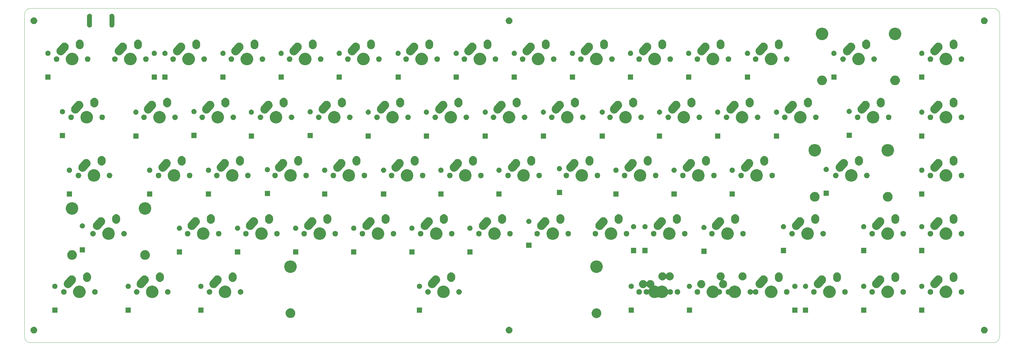
<source format=gbr>
G04 #@! TF.GenerationSoftware,KiCad,Pcbnew,(5.1.5)-3*
G04 #@! TF.CreationDate,2020-04-14T21:23:00-05:00*
G04 #@! TF.ProjectId,Without Led and Usb-c,57697468-6f75-4742-904c-656420616e64,rev?*
G04 #@! TF.SameCoordinates,Original*
G04 #@! TF.FileFunction,Soldermask,Top*
G04 #@! TF.FilePolarity,Negative*
%FSLAX46Y46*%
G04 Gerber Fmt 4.6, Leading zero omitted, Abs format (unit mm)*
G04 Created by KiCad (PCBNEW (5.1.5)-3) date 2020-04-14 21:23:00*
%MOMM*%
%LPD*%
G04 APERTURE LIST*
%ADD10C,0.050000*%
%ADD11C,0.100000*%
G04 APERTURE END LIST*
D10*
X9820000Y-147280000D02*
X9819976Y-41880000D01*
X326720000Y-39879976D02*
G75*
G02X328720024Y-41880000I0J-2000024D01*
G01*
X328720000Y-147280000D02*
G75*
G02X326720000Y-149280000I-2000000J0D01*
G01*
X11820000Y-149280000D02*
G75*
G02X9820000Y-147280000I0J2000000D01*
G01*
X9819976Y-41880000D02*
G75*
G02X11820000Y-39879976I2000024J0D01*
G01*
X11820000Y-39879976D02*
X15820000Y-39880000D01*
X326720000Y-149280000D02*
X11820000Y-149280000D01*
X328720024Y-41880000D02*
X328720000Y-147280000D01*
X15820000Y-39880000D02*
X326720000Y-39879976D01*
D11*
G36*
X323904715Y-144114516D02*
G01*
X324011070Y-144135671D01*
X324211440Y-144218667D01*
X324391764Y-144339155D01*
X324545125Y-144492516D01*
X324665613Y-144672840D01*
X324665613Y-144672841D01*
X324745453Y-144865590D01*
X324748609Y-144873211D01*
X324790920Y-145085920D01*
X324790920Y-145302800D01*
X324748609Y-145515509D01*
X324665613Y-145715880D01*
X324545125Y-145896204D01*
X324391764Y-146049565D01*
X324211440Y-146170053D01*
X324111254Y-146211551D01*
X324011070Y-146253049D01*
X323904714Y-146274205D01*
X323798360Y-146295360D01*
X323581480Y-146295360D01*
X323475126Y-146274205D01*
X323368770Y-146253049D01*
X323268586Y-146211551D01*
X323168400Y-146170053D01*
X322988076Y-146049565D01*
X322834715Y-145896204D01*
X322714227Y-145715880D01*
X322631231Y-145515509D01*
X322588920Y-145302800D01*
X322588920Y-145085920D01*
X322631231Y-144873211D01*
X322634388Y-144865590D01*
X322714227Y-144672841D01*
X322714227Y-144672840D01*
X322834715Y-144492516D01*
X322988076Y-144339155D01*
X323168400Y-144218667D01*
X323268586Y-144177169D01*
X323368770Y-144135671D01*
X323475125Y-144114516D01*
X323581480Y-144093360D01*
X323798360Y-144093360D01*
X323904715Y-144114516D01*
G37*
G36*
X168502435Y-144106896D02*
G01*
X168608790Y-144128051D01*
X168708974Y-144169549D01*
X168809160Y-144211047D01*
X168989484Y-144331535D01*
X169142845Y-144484896D01*
X169263333Y-144665220D01*
X169346329Y-144865590D01*
X169388640Y-145078301D01*
X169388640Y-145295179D01*
X169346329Y-145507890D01*
X169263333Y-145708260D01*
X169142845Y-145888584D01*
X168989484Y-146041945D01*
X168809160Y-146162433D01*
X168608790Y-146245429D01*
X168502434Y-146266585D01*
X168396080Y-146287740D01*
X168179200Y-146287740D01*
X168072846Y-146266585D01*
X167966490Y-146245429D01*
X167766120Y-146162433D01*
X167585796Y-146041945D01*
X167432435Y-145888584D01*
X167311947Y-145708260D01*
X167270449Y-145608074D01*
X167228951Y-145507890D01*
X167186640Y-145295179D01*
X167186640Y-145078301D01*
X167228951Y-144865590D01*
X167311947Y-144665220D01*
X167432435Y-144484896D01*
X167585796Y-144331535D01*
X167766120Y-144211047D01*
X167866306Y-144169549D01*
X167966490Y-144128051D01*
X168072845Y-144106896D01*
X168179200Y-144085740D01*
X168396080Y-144085740D01*
X168502435Y-144106896D01*
G37*
G36*
X13107775Y-144106896D02*
G01*
X13214130Y-144128051D01*
X13314314Y-144169549D01*
X13414500Y-144211047D01*
X13594824Y-144331535D01*
X13748185Y-144484896D01*
X13868673Y-144665220D01*
X13951669Y-144865590D01*
X13993980Y-145078301D01*
X13993980Y-145295179D01*
X13951669Y-145507890D01*
X13910171Y-145608074D01*
X13868673Y-145708260D01*
X13748185Y-145888584D01*
X13594824Y-146041945D01*
X13414500Y-146162433D01*
X13214130Y-146245429D01*
X13107774Y-146266585D01*
X13001420Y-146287740D01*
X12784540Y-146287740D01*
X12678186Y-146266585D01*
X12571830Y-146245429D01*
X12371460Y-146162433D01*
X12191136Y-146041945D01*
X12037775Y-145888584D01*
X11917287Y-145708260D01*
X11834291Y-145507890D01*
X11791980Y-145295179D01*
X11791980Y-145078301D01*
X11834291Y-144865590D01*
X11917287Y-144665220D01*
X12037775Y-144484896D01*
X12191136Y-144331535D01*
X12371460Y-144211047D01*
X12471646Y-144169549D01*
X12571830Y-144128051D01*
X12678185Y-144106896D01*
X12784540Y-144085740D01*
X13001420Y-144085740D01*
X13107775Y-144106896D01*
G37*
G36*
X197341161Y-138160526D02*
G01*
X197459887Y-138209704D01*
X197627791Y-138279252D01*
X197627792Y-138279253D01*
X197885754Y-138451617D01*
X198105133Y-138670996D01*
X198220303Y-138843361D01*
X198277498Y-138928959D01*
X198347046Y-139096863D01*
X198390011Y-139200589D01*
X198396224Y-139215590D01*
X198453767Y-139504876D01*
X198456750Y-139519876D01*
X198456750Y-139830124D01*
X198399208Y-140119411D01*
X198396224Y-140134410D01*
X198277498Y-140421041D01*
X198277497Y-140421042D01*
X198105133Y-140679004D01*
X197885754Y-140898383D01*
X197713389Y-141013553D01*
X197627791Y-141070748D01*
X197459887Y-141140296D01*
X197341161Y-141189474D01*
X197189017Y-141219737D01*
X197036875Y-141250000D01*
X196726625Y-141250000D01*
X196574483Y-141219737D01*
X196422339Y-141189474D01*
X196303613Y-141140296D01*
X196135709Y-141070748D01*
X196050111Y-141013553D01*
X195877746Y-140898383D01*
X195658367Y-140679004D01*
X195486003Y-140421042D01*
X195486002Y-140421041D01*
X195367276Y-140134410D01*
X195364293Y-140119411D01*
X195306750Y-139830124D01*
X195306750Y-139519876D01*
X195309734Y-139504876D01*
X195367276Y-139215590D01*
X195373490Y-139200589D01*
X195416454Y-139096863D01*
X195486002Y-138928959D01*
X195543197Y-138843361D01*
X195658367Y-138670996D01*
X195877746Y-138451617D01*
X196135708Y-138279253D01*
X196135709Y-138279252D01*
X196303613Y-138209704D01*
X196422339Y-138160526D01*
X196726625Y-138100000D01*
X197036875Y-138100000D01*
X197341161Y-138160526D01*
G37*
G36*
X97036285Y-138100000D02*
G01*
X97265161Y-138145526D01*
X97383887Y-138194704D01*
X97551791Y-138264252D01*
X97637389Y-138321447D01*
X97809754Y-138436617D01*
X98029133Y-138655996D01*
X98039156Y-138670997D01*
X98201498Y-138913959D01*
X98207711Y-138928959D01*
X98320224Y-139200589D01*
X98323208Y-139215590D01*
X98380750Y-139504875D01*
X98380750Y-139815125D01*
X98377766Y-139830125D01*
X98320224Y-140119411D01*
X98271046Y-140238137D01*
X98201498Y-140406041D01*
X98144303Y-140491639D01*
X98029133Y-140664004D01*
X97809754Y-140883383D01*
X97637389Y-140998553D01*
X97551791Y-141055748D01*
X97383887Y-141125296D01*
X97265161Y-141174474D01*
X97189750Y-141189474D01*
X96960875Y-141235000D01*
X96650625Y-141235000D01*
X96421750Y-141189474D01*
X96346339Y-141174474D01*
X96227613Y-141125296D01*
X96059709Y-141055748D01*
X95974111Y-140998553D01*
X95801746Y-140883383D01*
X95582367Y-140664004D01*
X95467197Y-140491639D01*
X95410002Y-140406041D01*
X95340454Y-140238137D01*
X95291276Y-140119411D01*
X95233734Y-139830125D01*
X95230750Y-139815125D01*
X95230750Y-139504875D01*
X95288292Y-139215590D01*
X95291276Y-139200589D01*
X95403789Y-138928959D01*
X95410002Y-138913959D01*
X95572344Y-138670997D01*
X95582367Y-138655996D01*
X95801746Y-138436617D01*
X95974111Y-138321447D01*
X96059709Y-138264252D01*
X96227613Y-138194704D01*
X96346339Y-138145526D01*
X96575215Y-138100000D01*
X96650625Y-138085000D01*
X96960875Y-138085000D01*
X97036285Y-138100000D01*
G37*
G36*
X209101000Y-139501000D02*
G01*
X207399000Y-139501000D01*
X207399000Y-137799000D01*
X209101000Y-137799000D01*
X209101000Y-139501000D01*
G37*
G36*
X68351000Y-139501000D02*
G01*
X66649000Y-139501000D01*
X66649000Y-137799000D01*
X68351000Y-137799000D01*
X68351000Y-139501000D01*
G37*
G36*
X228101000Y-139501000D02*
G01*
X226399000Y-139501000D01*
X226399000Y-137799000D01*
X228101000Y-137799000D01*
X228101000Y-139501000D01*
G37*
G36*
X20601000Y-139501000D02*
G01*
X18899000Y-139501000D01*
X18899000Y-137799000D01*
X20601000Y-137799000D01*
X20601000Y-139501000D01*
G37*
G36*
X266101000Y-139501000D02*
G01*
X264399000Y-139501000D01*
X264399000Y-137799000D01*
X266101000Y-137799000D01*
X266101000Y-139501000D01*
G37*
G36*
X285101000Y-139501000D02*
G01*
X283399000Y-139501000D01*
X283399000Y-137799000D01*
X285101000Y-137799000D01*
X285101000Y-139501000D01*
G37*
G36*
X304101000Y-139501000D02*
G01*
X302399000Y-139501000D01*
X302399000Y-137799000D01*
X304101000Y-137799000D01*
X304101000Y-139501000D01*
G37*
G36*
X262601000Y-139501000D02*
G01*
X260899000Y-139501000D01*
X260899000Y-137799000D01*
X262601000Y-137799000D01*
X262601000Y-139501000D01*
G37*
G36*
X139851000Y-139501000D02*
G01*
X138149000Y-139501000D01*
X138149000Y-137799000D01*
X139851000Y-137799000D01*
X139851000Y-139501000D01*
G37*
G36*
X44601000Y-139501000D02*
G01*
X42899000Y-139501000D01*
X42899000Y-137799000D01*
X44601000Y-137799000D01*
X44601000Y-139501000D01*
G37*
G36*
X28377724Y-130708684D02*
G01*
X28503369Y-130760728D01*
X28749873Y-130862833D01*
X29084798Y-131086623D01*
X29369627Y-131371452D01*
X29593417Y-131706377D01*
X29657267Y-131860526D01*
X29747566Y-132078526D01*
X29826150Y-132473594D01*
X29826150Y-132876406D01*
X29747566Y-133271474D01*
X29700576Y-133384918D01*
X29593417Y-133643623D01*
X29369627Y-133978548D01*
X29084798Y-134263377D01*
X28749873Y-134487167D01*
X28595724Y-134551017D01*
X28377724Y-134641316D01*
X27982656Y-134719900D01*
X27579844Y-134719900D01*
X27184776Y-134641316D01*
X26966776Y-134551017D01*
X26812627Y-134487167D01*
X26477702Y-134263377D01*
X26192873Y-133978548D01*
X25969083Y-133643623D01*
X25861924Y-133384918D01*
X25814934Y-133271474D01*
X25736350Y-132876406D01*
X25736350Y-132473594D01*
X25814934Y-132078526D01*
X25905233Y-131860526D01*
X25969083Y-131706377D01*
X26192873Y-131371452D01*
X26477702Y-131086623D01*
X26812627Y-130862833D01*
X27059131Y-130760728D01*
X27184776Y-130708684D01*
X27579844Y-130630100D01*
X27982656Y-130630100D01*
X28377724Y-130708684D01*
G37*
G36*
X292696474Y-130708684D02*
G01*
X292822119Y-130760728D01*
X293068623Y-130862833D01*
X293403548Y-131086623D01*
X293688377Y-131371452D01*
X293912167Y-131706377D01*
X293976017Y-131860526D01*
X294066316Y-132078526D01*
X294144900Y-132473594D01*
X294144900Y-132876406D01*
X294066316Y-133271474D01*
X294019326Y-133384918D01*
X293912167Y-133643623D01*
X293688377Y-133978548D01*
X293403548Y-134263377D01*
X293068623Y-134487167D01*
X292914474Y-134551017D01*
X292696474Y-134641316D01*
X292301406Y-134719900D01*
X291898594Y-134719900D01*
X291503526Y-134641316D01*
X291285526Y-134551017D01*
X291131377Y-134487167D01*
X290796452Y-134263377D01*
X290511623Y-133978548D01*
X290287833Y-133643623D01*
X290180674Y-133384918D01*
X290133684Y-133271474D01*
X290055100Y-132876406D01*
X290055100Y-132473594D01*
X290133684Y-132078526D01*
X290223983Y-131860526D01*
X290287833Y-131706377D01*
X290511623Y-131371452D01*
X290796452Y-131086623D01*
X291131377Y-130862833D01*
X291377881Y-130760728D01*
X291503526Y-130708684D01*
X291898594Y-130630100D01*
X292301406Y-130630100D01*
X292696474Y-130708684D01*
G37*
G36*
X52190224Y-130708684D02*
G01*
X52315869Y-130760728D01*
X52562373Y-130862833D01*
X52897298Y-131086623D01*
X53182127Y-131371452D01*
X53405917Y-131706377D01*
X53469767Y-131860526D01*
X53560066Y-132078526D01*
X53638650Y-132473594D01*
X53638650Y-132876406D01*
X53560066Y-133271474D01*
X53513076Y-133384918D01*
X53405917Y-133643623D01*
X53182127Y-133978548D01*
X52897298Y-134263377D01*
X52562373Y-134487167D01*
X52408224Y-134551017D01*
X52190224Y-134641316D01*
X51795156Y-134719900D01*
X51392344Y-134719900D01*
X50997276Y-134641316D01*
X50779276Y-134551017D01*
X50625127Y-134487167D01*
X50290202Y-134263377D01*
X50005373Y-133978548D01*
X49781583Y-133643623D01*
X49674424Y-133384918D01*
X49627434Y-133271474D01*
X49548850Y-132876406D01*
X49548850Y-132473594D01*
X49627434Y-132078526D01*
X49717733Y-131860526D01*
X49781583Y-131706377D01*
X50005373Y-131371452D01*
X50290202Y-131086623D01*
X50625127Y-130862833D01*
X50871631Y-130760728D01*
X50997276Y-130708684D01*
X51392344Y-130630100D01*
X51795156Y-130630100D01*
X52190224Y-130708684D01*
G37*
G36*
X273646474Y-130708684D02*
G01*
X273772119Y-130760728D01*
X274018623Y-130862833D01*
X274353548Y-131086623D01*
X274638377Y-131371452D01*
X274862167Y-131706377D01*
X274926017Y-131860526D01*
X275016316Y-132078526D01*
X275094900Y-132473594D01*
X275094900Y-132876406D01*
X275016316Y-133271474D01*
X274969326Y-133384918D01*
X274862167Y-133643623D01*
X274638377Y-133978548D01*
X274353548Y-134263377D01*
X274018623Y-134487167D01*
X273864474Y-134551017D01*
X273646474Y-134641316D01*
X273251406Y-134719900D01*
X272848594Y-134719900D01*
X272453526Y-134641316D01*
X272235526Y-134551017D01*
X272081377Y-134487167D01*
X271746452Y-134263377D01*
X271461623Y-133978548D01*
X271237833Y-133643623D01*
X271130674Y-133384918D01*
X271083684Y-133271474D01*
X271005100Y-132876406D01*
X271005100Y-132473594D01*
X271083684Y-132078526D01*
X271173983Y-131860526D01*
X271237833Y-131706377D01*
X271461623Y-131371452D01*
X271746452Y-131086623D01*
X272081377Y-130862833D01*
X272327881Y-130760728D01*
X272453526Y-130708684D01*
X272848594Y-130630100D01*
X273251406Y-130630100D01*
X273646474Y-130708684D01*
G37*
G36*
X147440224Y-130708684D02*
G01*
X147565869Y-130760728D01*
X147812373Y-130862833D01*
X148147298Y-131086623D01*
X148432127Y-131371452D01*
X148655917Y-131706377D01*
X148719767Y-131860526D01*
X148810066Y-132078526D01*
X148888650Y-132473594D01*
X148888650Y-132876406D01*
X148810066Y-133271474D01*
X148763076Y-133384918D01*
X148655917Y-133643623D01*
X148432127Y-133978548D01*
X148147298Y-134263377D01*
X147812373Y-134487167D01*
X147658224Y-134551017D01*
X147440224Y-134641316D01*
X147045156Y-134719900D01*
X146642344Y-134719900D01*
X146247276Y-134641316D01*
X146029276Y-134551017D01*
X145875127Y-134487167D01*
X145540202Y-134263377D01*
X145255373Y-133978548D01*
X145031583Y-133643623D01*
X144924424Y-133384918D01*
X144877434Y-133271474D01*
X144798850Y-132876406D01*
X144798850Y-132473594D01*
X144877434Y-132078526D01*
X144967733Y-131860526D01*
X145031583Y-131706377D01*
X145255373Y-131371452D01*
X145540202Y-131086623D01*
X145875127Y-130862833D01*
X146121631Y-130760728D01*
X146247276Y-130708684D01*
X146642344Y-130630100D01*
X147045156Y-130630100D01*
X147440224Y-130708684D01*
G37*
G36*
X235546474Y-130708684D02*
G01*
X235672119Y-130760728D01*
X235918623Y-130862833D01*
X236253548Y-131086623D01*
X236538377Y-131371452D01*
X236758574Y-131701000D01*
X236764107Y-131709281D01*
X236772383Y-131724765D01*
X236787928Y-131743707D01*
X236806869Y-131759252D01*
X236828480Y-131770804D01*
X236851929Y-131777917D01*
X236876315Y-131780319D01*
X236900702Y-131777917D01*
X236924919Y-131773100D01*
X237102581Y-131773100D01*
X237189702Y-131790430D01*
X237276825Y-131807759D01*
X237386248Y-131853084D01*
X237440961Y-131875747D01*
X237542317Y-131943471D01*
X237588678Y-131974448D01*
X237714302Y-132100072D01*
X237714304Y-132100075D01*
X237813003Y-132247789D01*
X237835666Y-132302502D01*
X237880991Y-132411925D01*
X237915650Y-132586171D01*
X237915650Y-132763829D01*
X237880991Y-132938075D01*
X237835666Y-133047498D01*
X237813003Y-133102211D01*
X237782942Y-133147200D01*
X237714302Y-133249928D01*
X237588678Y-133375552D01*
X237588675Y-133375554D01*
X237440961Y-133474253D01*
X237386248Y-133496916D01*
X237276825Y-133542241D01*
X237189702Y-133559571D01*
X237102581Y-133576900D01*
X236924919Y-133576900D01*
X236900702Y-133572083D01*
X236876316Y-133569681D01*
X236851929Y-133572083D01*
X236828481Y-133579196D01*
X236806870Y-133590747D01*
X236787928Y-133606293D01*
X236772383Y-133625235D01*
X236764107Y-133640719D01*
X236762168Y-133643621D01*
X236762167Y-133643623D01*
X236538377Y-133978548D01*
X236253548Y-134263377D01*
X235918623Y-134487167D01*
X235764474Y-134551017D01*
X235546474Y-134641316D01*
X235151406Y-134719900D01*
X234748594Y-134719900D01*
X234353526Y-134641316D01*
X234135526Y-134551017D01*
X233981377Y-134487167D01*
X233646452Y-134263377D01*
X233361623Y-133978548D01*
X233137833Y-133643623D01*
X233030674Y-133384918D01*
X232983684Y-133271474D01*
X232905100Y-132876406D01*
X232905100Y-132473594D01*
X232983684Y-132078526D01*
X233073983Y-131860526D01*
X233137833Y-131706377D01*
X233361623Y-131371452D01*
X233646452Y-131086623D01*
X233981377Y-130862833D01*
X234227881Y-130760728D01*
X234353526Y-130708684D01*
X234748594Y-130630100D01*
X235151406Y-130630100D01*
X235546474Y-130708684D01*
G37*
G36*
X254596474Y-130708684D02*
G01*
X254722119Y-130760728D01*
X254968623Y-130862833D01*
X255303548Y-131086623D01*
X255588377Y-131371452D01*
X255812167Y-131706377D01*
X255876017Y-131860526D01*
X255966316Y-132078526D01*
X256044900Y-132473594D01*
X256044900Y-132876406D01*
X255966316Y-133271474D01*
X255919326Y-133384918D01*
X255812167Y-133643623D01*
X255588377Y-133978548D01*
X255303548Y-134263377D01*
X254968623Y-134487167D01*
X254814474Y-134551017D01*
X254596474Y-134641316D01*
X254201406Y-134719900D01*
X253798594Y-134719900D01*
X253403526Y-134641316D01*
X253185526Y-134551017D01*
X253031377Y-134487167D01*
X252696452Y-134263377D01*
X252411623Y-133978548D01*
X252187833Y-133643623D01*
X252080674Y-133384918D01*
X252033684Y-133271474D01*
X251955100Y-132876406D01*
X251955100Y-132473594D01*
X252033684Y-132078526D01*
X252123983Y-131860526D01*
X252187833Y-131706377D01*
X252411623Y-131371452D01*
X252696452Y-131086623D01*
X253031377Y-130862833D01*
X253277881Y-130760728D01*
X253403526Y-130708684D01*
X253798594Y-130630100D01*
X254201406Y-130630100D01*
X254596474Y-130708684D01*
G37*
G36*
X311746474Y-130708684D02*
G01*
X311872119Y-130760728D01*
X312118623Y-130862833D01*
X312453548Y-131086623D01*
X312738377Y-131371452D01*
X312962167Y-131706377D01*
X313026017Y-131860526D01*
X313116316Y-132078526D01*
X313194900Y-132473594D01*
X313194900Y-132876406D01*
X313116316Y-133271474D01*
X313069326Y-133384918D01*
X312962167Y-133643623D01*
X312738377Y-133978548D01*
X312453548Y-134263377D01*
X312118623Y-134487167D01*
X311964474Y-134551017D01*
X311746474Y-134641316D01*
X311351406Y-134719900D01*
X310948594Y-134719900D01*
X310553526Y-134641316D01*
X310335526Y-134551017D01*
X310181377Y-134487167D01*
X309846452Y-134263377D01*
X309561623Y-133978548D01*
X309337833Y-133643623D01*
X309230674Y-133384918D01*
X309183684Y-133271474D01*
X309105100Y-132876406D01*
X309105100Y-132473594D01*
X309183684Y-132078526D01*
X309273983Y-131860526D01*
X309337833Y-131706377D01*
X309561623Y-131371452D01*
X309846452Y-131086623D01*
X310181377Y-130862833D01*
X310427881Y-130760728D01*
X310553526Y-130708684D01*
X310948594Y-130630100D01*
X311351406Y-130630100D01*
X311746474Y-130708684D01*
G37*
G36*
X242690224Y-130708684D02*
G01*
X242815869Y-130760728D01*
X243062373Y-130862833D01*
X243397298Y-131086623D01*
X243682127Y-131371452D01*
X243905917Y-131706377D01*
X243969767Y-131860526D01*
X244060066Y-132078526D01*
X244138650Y-132473594D01*
X244138650Y-132876406D01*
X244060066Y-133271474D01*
X244013076Y-133384918D01*
X243905917Y-133643623D01*
X243682127Y-133978548D01*
X243397298Y-134263377D01*
X243062373Y-134487167D01*
X242908224Y-134551017D01*
X242690224Y-134641316D01*
X242295156Y-134719900D01*
X241892344Y-134719900D01*
X241497276Y-134641316D01*
X241279276Y-134551017D01*
X241125127Y-134487167D01*
X240790202Y-134263377D01*
X240505373Y-133978548D01*
X240281583Y-133643623D01*
X240281582Y-133643621D01*
X240279643Y-133640719D01*
X240271367Y-133625235D01*
X240255822Y-133606293D01*
X240236881Y-133590748D01*
X240215270Y-133579196D01*
X240191821Y-133572083D01*
X240167435Y-133569681D01*
X240143048Y-133572083D01*
X240118831Y-133576900D01*
X239941169Y-133576900D01*
X239854048Y-133559571D01*
X239766925Y-133542241D01*
X239657502Y-133496916D01*
X239602789Y-133474253D01*
X239455075Y-133375554D01*
X239455072Y-133375552D01*
X239329448Y-133249928D01*
X239260808Y-133147200D01*
X239230747Y-133102211D01*
X239208084Y-133047498D01*
X239162759Y-132938075D01*
X239128100Y-132763829D01*
X239128100Y-132586171D01*
X239162759Y-132411925D01*
X239208084Y-132302502D01*
X239230747Y-132247789D01*
X239329446Y-132100075D01*
X239329448Y-132100072D01*
X239455072Y-131974448D01*
X239501433Y-131943471D01*
X239602789Y-131875747D01*
X239657502Y-131853084D01*
X239766925Y-131807759D01*
X239854048Y-131790430D01*
X239941169Y-131773100D01*
X240118831Y-131773100D01*
X240143048Y-131777917D01*
X240167434Y-131780319D01*
X240191821Y-131777917D01*
X240215269Y-131770804D01*
X240236880Y-131759253D01*
X240255822Y-131743707D01*
X240271367Y-131724765D01*
X240279643Y-131709281D01*
X240285176Y-131701000D01*
X240505373Y-131371452D01*
X240790202Y-131086623D01*
X241125127Y-130862833D01*
X241371631Y-130760728D01*
X241497276Y-130708684D01*
X241892344Y-130630100D01*
X242295156Y-130630100D01*
X242690224Y-130708684D01*
G37*
G36*
X76002724Y-130708684D02*
G01*
X76128369Y-130760728D01*
X76374873Y-130862833D01*
X76709798Y-131086623D01*
X76994627Y-131371452D01*
X77218417Y-131706377D01*
X77282267Y-131860526D01*
X77372566Y-132078526D01*
X77451150Y-132473594D01*
X77451150Y-132876406D01*
X77372566Y-133271474D01*
X77325576Y-133384918D01*
X77218417Y-133643623D01*
X76994627Y-133978548D01*
X76709798Y-134263377D01*
X76374873Y-134487167D01*
X76220724Y-134551017D01*
X76002724Y-134641316D01*
X75607656Y-134719900D01*
X75204844Y-134719900D01*
X74809776Y-134641316D01*
X74591776Y-134551017D01*
X74437627Y-134487167D01*
X74102702Y-134263377D01*
X73817873Y-133978548D01*
X73594083Y-133643623D01*
X73486924Y-133384918D01*
X73439934Y-133271474D01*
X73361350Y-132876406D01*
X73361350Y-132473594D01*
X73439934Y-132078526D01*
X73530233Y-131860526D01*
X73594083Y-131706377D01*
X73817873Y-131371452D01*
X74102702Y-131086623D01*
X74437627Y-130862833D01*
X74684131Y-130760728D01*
X74809776Y-130708684D01*
X75204844Y-130630100D01*
X75607656Y-130630100D01*
X76002724Y-130708684D01*
G37*
G36*
X212347715Y-128839383D02*
G01*
X212475322Y-128864765D01*
X212613665Y-128922069D01*
X212715727Y-128964344D01*
X212755188Y-128990711D01*
X212932089Y-129108912D01*
X213116088Y-129292911D01*
X213158027Y-129355678D01*
X213176692Y-129383612D01*
X213192237Y-129402554D01*
X213211179Y-129418099D01*
X213232790Y-129429650D01*
X213256239Y-129436763D01*
X213280625Y-129439165D01*
X213305011Y-129436763D01*
X213328460Y-129429650D01*
X213350071Y-129418099D01*
X213369013Y-129402554D01*
X213384558Y-129383612D01*
X213403223Y-129355678D01*
X213445162Y-129292911D01*
X213629161Y-129108912D01*
X213806062Y-128990711D01*
X213845523Y-128964344D01*
X213947585Y-128922069D01*
X214085928Y-128864765D01*
X214213535Y-128839383D01*
X214341141Y-128814000D01*
X214601359Y-128814000D01*
X214728965Y-128839383D01*
X214856572Y-128864765D01*
X214994915Y-128922069D01*
X215096977Y-128964344D01*
X215136438Y-128990711D01*
X215313339Y-129108912D01*
X215497338Y-129292911D01*
X215570599Y-129402554D01*
X215641906Y-129509273D01*
X215682611Y-129607545D01*
X215741485Y-129749678D01*
X215741485Y-129749680D01*
X215792250Y-130004891D01*
X215792250Y-130265109D01*
X215749363Y-130480715D01*
X215746961Y-130505101D01*
X215749363Y-130529487D01*
X215756476Y-130552936D01*
X215768027Y-130574547D01*
X215783572Y-130593489D01*
X215802514Y-130609034D01*
X215824125Y-130620585D01*
X215847574Y-130627698D01*
X215871960Y-130630100D01*
X216101406Y-130630100D01*
X216496474Y-130708684D01*
X216622119Y-130760728D01*
X216868623Y-130862833D01*
X216974856Y-130933816D01*
X217021179Y-130964768D01*
X217042790Y-130976319D01*
X217066239Y-130983432D01*
X217090625Y-130985834D01*
X217115011Y-130983432D01*
X217138460Y-130976319D01*
X217160071Y-130964768D01*
X217206394Y-130933816D01*
X217312627Y-130862833D01*
X217559131Y-130760728D01*
X217684776Y-130708684D01*
X218079844Y-130630100D01*
X218482656Y-130630100D01*
X218877724Y-130708684D01*
X219003369Y-130760728D01*
X219249873Y-130862833D01*
X219584798Y-131086623D01*
X219869627Y-131371452D01*
X220093417Y-131706377D01*
X220115318Y-131759252D01*
X220191625Y-131943471D01*
X220203176Y-131965082D01*
X220218722Y-131984024D01*
X220237664Y-131999569D01*
X220259274Y-132011120D01*
X220282723Y-132018233D01*
X220307109Y-132020635D01*
X220331495Y-132018233D01*
X220354944Y-132011120D01*
X220376555Y-131999569D01*
X220395491Y-131984029D01*
X220405072Y-131974448D01*
X220451433Y-131943471D01*
X220552789Y-131875747D01*
X220607502Y-131853084D01*
X220716925Y-131807759D01*
X220804048Y-131790430D01*
X220891169Y-131773100D01*
X221068831Y-131773100D01*
X221155952Y-131790430D01*
X221243075Y-131807759D01*
X221352498Y-131853084D01*
X221407211Y-131875747D01*
X221508567Y-131943471D01*
X221554928Y-131974448D01*
X221680552Y-132100072D01*
X221680554Y-132100075D01*
X221779253Y-132247789D01*
X221801916Y-132302502D01*
X221847241Y-132411925D01*
X221881900Y-132586171D01*
X221881900Y-132763829D01*
X221847241Y-132938075D01*
X221801916Y-133047498D01*
X221779253Y-133102211D01*
X221749192Y-133147200D01*
X221680552Y-133249928D01*
X221554928Y-133375552D01*
X221554925Y-133375554D01*
X221407211Y-133474253D01*
X221352498Y-133496916D01*
X221243075Y-133542241D01*
X221155952Y-133559571D01*
X221068831Y-133576900D01*
X220891169Y-133576900D01*
X220804048Y-133559571D01*
X220716925Y-133542241D01*
X220607502Y-133496916D01*
X220552789Y-133474253D01*
X220405075Y-133375554D01*
X220405072Y-133375552D01*
X220395491Y-133365971D01*
X220376555Y-133350431D01*
X220354944Y-133338880D01*
X220331495Y-133331767D01*
X220307109Y-133329365D01*
X220282723Y-133331767D01*
X220259274Y-133338880D01*
X220237663Y-133350431D01*
X220218721Y-133365976D01*
X220203176Y-133384918D01*
X220191625Y-133406529D01*
X220135411Y-133542241D01*
X220093417Y-133643623D01*
X219869627Y-133978548D01*
X219584798Y-134263377D01*
X219249873Y-134487167D01*
X219095724Y-134551017D01*
X218877724Y-134641316D01*
X218482656Y-134719900D01*
X218079844Y-134719900D01*
X217684776Y-134641316D01*
X217466776Y-134551017D01*
X217312627Y-134487167D01*
X217160069Y-134385231D01*
X217138460Y-134373681D01*
X217115011Y-134366568D01*
X217090625Y-134364166D01*
X217066239Y-134366568D01*
X217042790Y-134373681D01*
X217021181Y-134385231D01*
X216868623Y-134487167D01*
X216714474Y-134551017D01*
X216496474Y-134641316D01*
X216101406Y-134719900D01*
X215698594Y-134719900D01*
X215303526Y-134641316D01*
X215085526Y-134551017D01*
X214931377Y-134487167D01*
X214596452Y-134263377D01*
X214311623Y-133978548D01*
X214087833Y-133643623D01*
X214045839Y-133542241D01*
X213989625Y-133406529D01*
X213978074Y-133384918D01*
X213962528Y-133365976D01*
X213943586Y-133350431D01*
X213921976Y-133338880D01*
X213898527Y-133331767D01*
X213874141Y-133329365D01*
X213849755Y-133331767D01*
X213826306Y-133338880D01*
X213804695Y-133350431D01*
X213785759Y-133365971D01*
X213776178Y-133375552D01*
X213776175Y-133375554D01*
X213628461Y-133474253D01*
X213573748Y-133496916D01*
X213464325Y-133542241D01*
X213377202Y-133559571D01*
X213290081Y-133576900D01*
X213112419Y-133576900D01*
X213025298Y-133559571D01*
X212938175Y-133542241D01*
X212828752Y-133496916D01*
X212774039Y-133474253D01*
X212626325Y-133375554D01*
X212626322Y-133375552D01*
X212500698Y-133249928D01*
X212432058Y-133147200D01*
X212401997Y-133102211D01*
X212379334Y-133047498D01*
X212334009Y-132938075D01*
X212299350Y-132763829D01*
X212299350Y-132586171D01*
X212334009Y-132411925D01*
X212379334Y-132302502D01*
X212401997Y-132247789D01*
X212500696Y-132100075D01*
X212500698Y-132100072D01*
X212626322Y-131974448D01*
X212672683Y-131943471D01*
X212774039Y-131875747D01*
X212828752Y-131853084D01*
X212938175Y-131807759D01*
X213025298Y-131790430D01*
X213112419Y-131773100D01*
X213290081Y-131773100D01*
X213377202Y-131790430D01*
X213464325Y-131807759D01*
X213573748Y-131853084D01*
X213628461Y-131875747D01*
X213729817Y-131943471D01*
X213776178Y-131974448D01*
X213785759Y-131984029D01*
X213804695Y-131999569D01*
X213826306Y-132011120D01*
X213849755Y-132018233D01*
X213874141Y-132020635D01*
X213898527Y-132018233D01*
X213921976Y-132011120D01*
X213943587Y-131999569D01*
X213962529Y-131984024D01*
X213978074Y-131965082D01*
X213989625Y-131943471D01*
X214065932Y-131759252D01*
X214087833Y-131706377D01*
X214161291Y-131596440D01*
X214172839Y-131574834D01*
X214179952Y-131551385D01*
X214182354Y-131526999D01*
X214179952Y-131502613D01*
X214172839Y-131479164D01*
X214161288Y-131457553D01*
X214145743Y-131438612D01*
X214126801Y-131423066D01*
X214105190Y-131411515D01*
X214089871Y-131406867D01*
X214085934Y-131405236D01*
X214085928Y-131405235D01*
X213894646Y-131326003D01*
X213845523Y-131305656D01*
X213729199Y-131227931D01*
X213629161Y-131161088D01*
X213445162Y-130977089D01*
X213384557Y-130886387D01*
X213369013Y-130867446D01*
X213350071Y-130851901D01*
X213328460Y-130840350D01*
X213305011Y-130833237D01*
X213280625Y-130830835D01*
X213256239Y-130833237D01*
X213232790Y-130840350D01*
X213211179Y-130851901D01*
X213192237Y-130867446D01*
X213176693Y-130886387D01*
X213116088Y-130977089D01*
X212932089Y-131161088D01*
X212832051Y-131227931D01*
X212715727Y-131305656D01*
X212616148Y-131346903D01*
X212475322Y-131405235D01*
X212347714Y-131430618D01*
X212220109Y-131456000D01*
X211959891Y-131456000D01*
X211832286Y-131430618D01*
X211704678Y-131405235D01*
X211563852Y-131346903D01*
X211464273Y-131305656D01*
X211347949Y-131227931D01*
X211247911Y-131161088D01*
X211063912Y-130977089D01*
X210922991Y-130766185D01*
X210919344Y-130760727D01*
X210853503Y-130601772D01*
X210819765Y-130520322D01*
X210769000Y-130265107D01*
X210769000Y-130004893D01*
X210819765Y-129749678D01*
X210878639Y-129607545D01*
X210919344Y-129509273D01*
X210990651Y-129402554D01*
X211063912Y-129292911D01*
X211247911Y-129108912D01*
X211424812Y-128990711D01*
X211464273Y-128964344D01*
X211566335Y-128922069D01*
X211704678Y-128864765D01*
X211832285Y-128839383D01*
X211959891Y-128814000D01*
X212220109Y-128814000D01*
X212347715Y-128839383D01*
G37*
G36*
X46689702Y-131790430D02*
G01*
X46776825Y-131807759D01*
X46886248Y-131853084D01*
X46940961Y-131875747D01*
X47042317Y-131943471D01*
X47088678Y-131974448D01*
X47214302Y-132100072D01*
X47214304Y-132100075D01*
X47313003Y-132247789D01*
X47335666Y-132302502D01*
X47380991Y-132411925D01*
X47415650Y-132586171D01*
X47415650Y-132763829D01*
X47380991Y-132938075D01*
X47335666Y-133047498D01*
X47313003Y-133102211D01*
X47282942Y-133147200D01*
X47214302Y-133249928D01*
X47088678Y-133375552D01*
X47088675Y-133375554D01*
X46940961Y-133474253D01*
X46886248Y-133496916D01*
X46776825Y-133542241D01*
X46689702Y-133559571D01*
X46602581Y-133576900D01*
X46424919Y-133576900D01*
X46337798Y-133559571D01*
X46250675Y-133542241D01*
X46141252Y-133496916D01*
X46086539Y-133474253D01*
X45938825Y-133375554D01*
X45938822Y-133375552D01*
X45813198Y-133249928D01*
X45744558Y-133147200D01*
X45714497Y-133102211D01*
X45691834Y-133047498D01*
X45646509Y-132938075D01*
X45611850Y-132763829D01*
X45611850Y-132586171D01*
X45646509Y-132411925D01*
X45691834Y-132302502D01*
X45714497Y-132247789D01*
X45813196Y-132100075D01*
X45813198Y-132100072D01*
X45938822Y-131974448D01*
X45985183Y-131943471D01*
X46086539Y-131875747D01*
X46141252Y-131853084D01*
X46250675Y-131807759D01*
X46337798Y-131790430D01*
X46424919Y-131773100D01*
X46602581Y-131773100D01*
X46689702Y-131790430D01*
G37*
G36*
X56849702Y-131790430D02*
G01*
X56936825Y-131807759D01*
X57046248Y-131853084D01*
X57100961Y-131875747D01*
X57202317Y-131943471D01*
X57248678Y-131974448D01*
X57374302Y-132100072D01*
X57374304Y-132100075D01*
X57473003Y-132247789D01*
X57495666Y-132302502D01*
X57540991Y-132411925D01*
X57575650Y-132586171D01*
X57575650Y-132763829D01*
X57540991Y-132938075D01*
X57495666Y-133047498D01*
X57473003Y-133102211D01*
X57442942Y-133147200D01*
X57374302Y-133249928D01*
X57248678Y-133375552D01*
X57248675Y-133375554D01*
X57100961Y-133474253D01*
X57046248Y-133496916D01*
X56936825Y-133542241D01*
X56849702Y-133559571D01*
X56762581Y-133576900D01*
X56584919Y-133576900D01*
X56497798Y-133559571D01*
X56410675Y-133542241D01*
X56301252Y-133496916D01*
X56246539Y-133474253D01*
X56098825Y-133375554D01*
X56098822Y-133375552D01*
X55973198Y-133249928D01*
X55904558Y-133147200D01*
X55874497Y-133102211D01*
X55851834Y-133047498D01*
X55806509Y-132938075D01*
X55771850Y-132763829D01*
X55771850Y-132586171D01*
X55806509Y-132411925D01*
X55851834Y-132302502D01*
X55874497Y-132247789D01*
X55973196Y-132100075D01*
X55973198Y-132100072D01*
X56098822Y-131974448D01*
X56145183Y-131943471D01*
X56246539Y-131875747D01*
X56301252Y-131853084D01*
X56410675Y-131807759D01*
X56497798Y-131790430D01*
X56584919Y-131773100D01*
X56762581Y-131773100D01*
X56849702Y-131790430D01*
G37*
G36*
X22877202Y-131790430D02*
G01*
X22964325Y-131807759D01*
X23073748Y-131853084D01*
X23128461Y-131875747D01*
X23229817Y-131943471D01*
X23276178Y-131974448D01*
X23401802Y-132100072D01*
X23401804Y-132100075D01*
X23500503Y-132247789D01*
X23523166Y-132302502D01*
X23568491Y-132411925D01*
X23603150Y-132586171D01*
X23603150Y-132763829D01*
X23568491Y-132938075D01*
X23523166Y-133047498D01*
X23500503Y-133102211D01*
X23470442Y-133147200D01*
X23401802Y-133249928D01*
X23276178Y-133375552D01*
X23276175Y-133375554D01*
X23128461Y-133474253D01*
X23073748Y-133496916D01*
X22964325Y-133542241D01*
X22877202Y-133559571D01*
X22790081Y-133576900D01*
X22612419Y-133576900D01*
X22525298Y-133559571D01*
X22438175Y-133542241D01*
X22328752Y-133496916D01*
X22274039Y-133474253D01*
X22126325Y-133375554D01*
X22126322Y-133375552D01*
X22000698Y-133249928D01*
X21932058Y-133147200D01*
X21901997Y-133102211D01*
X21879334Y-133047498D01*
X21834009Y-132938075D01*
X21799350Y-132763829D01*
X21799350Y-132586171D01*
X21834009Y-132411925D01*
X21879334Y-132302502D01*
X21901997Y-132247789D01*
X22000696Y-132100075D01*
X22000698Y-132100072D01*
X22126322Y-131974448D01*
X22172683Y-131943471D01*
X22274039Y-131875747D01*
X22328752Y-131853084D01*
X22438175Y-131807759D01*
X22525298Y-131790430D01*
X22612419Y-131773100D01*
X22790081Y-131773100D01*
X22877202Y-131790430D01*
G37*
G36*
X33037202Y-131790430D02*
G01*
X33124325Y-131807759D01*
X33233748Y-131853084D01*
X33288461Y-131875747D01*
X33389817Y-131943471D01*
X33436178Y-131974448D01*
X33561802Y-132100072D01*
X33561804Y-132100075D01*
X33660503Y-132247789D01*
X33683166Y-132302502D01*
X33728491Y-132411925D01*
X33763150Y-132586171D01*
X33763150Y-132763829D01*
X33728491Y-132938075D01*
X33683166Y-133047498D01*
X33660503Y-133102211D01*
X33630442Y-133147200D01*
X33561802Y-133249928D01*
X33436178Y-133375552D01*
X33436175Y-133375554D01*
X33288461Y-133474253D01*
X33233748Y-133496916D01*
X33124325Y-133542241D01*
X33037202Y-133559571D01*
X32950081Y-133576900D01*
X32772419Y-133576900D01*
X32685298Y-133559571D01*
X32598175Y-133542241D01*
X32488752Y-133496916D01*
X32434039Y-133474253D01*
X32286325Y-133375554D01*
X32286322Y-133375552D01*
X32160698Y-133249928D01*
X32092058Y-133147200D01*
X32061997Y-133102211D01*
X32039334Y-133047498D01*
X31994009Y-132938075D01*
X31959350Y-132763829D01*
X31959350Y-132586171D01*
X31994009Y-132411925D01*
X32039334Y-132302502D01*
X32061997Y-132247789D01*
X32160696Y-132100075D01*
X32160698Y-132100072D01*
X32286322Y-131974448D01*
X32332683Y-131943471D01*
X32434039Y-131875747D01*
X32488752Y-131853084D01*
X32598175Y-131807759D01*
X32685298Y-131790430D01*
X32772419Y-131773100D01*
X32950081Y-131773100D01*
X33037202Y-131790430D01*
G37*
G36*
X278305952Y-131790430D02*
G01*
X278393075Y-131807759D01*
X278502498Y-131853084D01*
X278557211Y-131875747D01*
X278658567Y-131943471D01*
X278704928Y-131974448D01*
X278830552Y-132100072D01*
X278830554Y-132100075D01*
X278929253Y-132247789D01*
X278951916Y-132302502D01*
X278997241Y-132411925D01*
X279031900Y-132586171D01*
X279031900Y-132763829D01*
X278997241Y-132938075D01*
X278951916Y-133047498D01*
X278929253Y-133102211D01*
X278899192Y-133147200D01*
X278830552Y-133249928D01*
X278704928Y-133375552D01*
X278704925Y-133375554D01*
X278557211Y-133474253D01*
X278502498Y-133496916D01*
X278393075Y-133542241D01*
X278305952Y-133559571D01*
X278218831Y-133576900D01*
X278041169Y-133576900D01*
X277954048Y-133559571D01*
X277866925Y-133542241D01*
X277757502Y-133496916D01*
X277702789Y-133474253D01*
X277555075Y-133375554D01*
X277555072Y-133375552D01*
X277429448Y-133249928D01*
X277360808Y-133147200D01*
X277330747Y-133102211D01*
X277308084Y-133047498D01*
X277262759Y-132938075D01*
X277228100Y-132763829D01*
X277228100Y-132586171D01*
X277262759Y-132411925D01*
X277308084Y-132302502D01*
X277330747Y-132247789D01*
X277429446Y-132100075D01*
X277429448Y-132100072D01*
X277555072Y-131974448D01*
X277601433Y-131943471D01*
X277702789Y-131875747D01*
X277757502Y-131853084D01*
X277866925Y-131807759D01*
X277954048Y-131790430D01*
X278041169Y-131773100D01*
X278218831Y-131773100D01*
X278305952Y-131790430D01*
G37*
G36*
X152099702Y-131790430D02*
G01*
X152186825Y-131807759D01*
X152296248Y-131853084D01*
X152350961Y-131875747D01*
X152452317Y-131943471D01*
X152498678Y-131974448D01*
X152624302Y-132100072D01*
X152624304Y-132100075D01*
X152723003Y-132247789D01*
X152745666Y-132302502D01*
X152790991Y-132411925D01*
X152825650Y-132586171D01*
X152825650Y-132763829D01*
X152790991Y-132938075D01*
X152745666Y-133047498D01*
X152723003Y-133102211D01*
X152692942Y-133147200D01*
X152624302Y-133249928D01*
X152498678Y-133375552D01*
X152498675Y-133375554D01*
X152350961Y-133474253D01*
X152296248Y-133496916D01*
X152186825Y-133542241D01*
X152099702Y-133559571D01*
X152012581Y-133576900D01*
X151834919Y-133576900D01*
X151747798Y-133559571D01*
X151660675Y-133542241D01*
X151551252Y-133496916D01*
X151496539Y-133474253D01*
X151348825Y-133375554D01*
X151348822Y-133375552D01*
X151223198Y-133249928D01*
X151154558Y-133147200D01*
X151124497Y-133102211D01*
X151101834Y-133047498D01*
X151056509Y-132938075D01*
X151021850Y-132763829D01*
X151021850Y-132586171D01*
X151056509Y-132411925D01*
X151101834Y-132302502D01*
X151124497Y-132247789D01*
X151223196Y-132100075D01*
X151223198Y-132100072D01*
X151348822Y-131974448D01*
X151395183Y-131943471D01*
X151496539Y-131875747D01*
X151551252Y-131853084D01*
X151660675Y-131807759D01*
X151747798Y-131790430D01*
X151834919Y-131773100D01*
X152012581Y-131773100D01*
X152099702Y-131790430D01*
G37*
G36*
X230045952Y-131790430D02*
G01*
X230133075Y-131807759D01*
X230242498Y-131853084D01*
X230297211Y-131875747D01*
X230398567Y-131943471D01*
X230444928Y-131974448D01*
X230570552Y-132100072D01*
X230570554Y-132100075D01*
X230669253Y-132247789D01*
X230691916Y-132302502D01*
X230737241Y-132411925D01*
X230771900Y-132586171D01*
X230771900Y-132763829D01*
X230737241Y-132938075D01*
X230691916Y-133047498D01*
X230669253Y-133102211D01*
X230639192Y-133147200D01*
X230570552Y-133249928D01*
X230444928Y-133375552D01*
X230444925Y-133375554D01*
X230297211Y-133474253D01*
X230242498Y-133496916D01*
X230133075Y-133542241D01*
X230045952Y-133559571D01*
X229958831Y-133576900D01*
X229781169Y-133576900D01*
X229694048Y-133559571D01*
X229606925Y-133542241D01*
X229497502Y-133496916D01*
X229442789Y-133474253D01*
X229295075Y-133375554D01*
X229295072Y-133375552D01*
X229169448Y-133249928D01*
X229100808Y-133147200D01*
X229070747Y-133102211D01*
X229048084Y-133047498D01*
X229002759Y-132938075D01*
X228968100Y-132763829D01*
X228968100Y-132586171D01*
X229002759Y-132411925D01*
X229048084Y-132302502D01*
X229070747Y-132247789D01*
X229169446Y-132100075D01*
X229169448Y-132100072D01*
X229295072Y-131974448D01*
X229341433Y-131943471D01*
X229442789Y-131875747D01*
X229497502Y-131853084D01*
X229606925Y-131807759D01*
X229694048Y-131790430D01*
X229781169Y-131773100D01*
X229958831Y-131773100D01*
X230045952Y-131790430D01*
G37*
G36*
X141939702Y-131790430D02*
G01*
X142026825Y-131807759D01*
X142136248Y-131853084D01*
X142190961Y-131875747D01*
X142292317Y-131943471D01*
X142338678Y-131974448D01*
X142464302Y-132100072D01*
X142464304Y-132100075D01*
X142563003Y-132247789D01*
X142585666Y-132302502D01*
X142630991Y-132411925D01*
X142665650Y-132586171D01*
X142665650Y-132763829D01*
X142630991Y-132938075D01*
X142585666Y-133047498D01*
X142563003Y-133102211D01*
X142532942Y-133147200D01*
X142464302Y-133249928D01*
X142338678Y-133375552D01*
X142338675Y-133375554D01*
X142190961Y-133474253D01*
X142136248Y-133496916D01*
X142026825Y-133542241D01*
X141939702Y-133559571D01*
X141852581Y-133576900D01*
X141674919Y-133576900D01*
X141587798Y-133559571D01*
X141500675Y-133542241D01*
X141391252Y-133496916D01*
X141336539Y-133474253D01*
X141188825Y-133375554D01*
X141188822Y-133375552D01*
X141063198Y-133249928D01*
X140994558Y-133147200D01*
X140964497Y-133102211D01*
X140941834Y-133047498D01*
X140896509Y-132938075D01*
X140861850Y-132763829D01*
X140861850Y-132586171D01*
X140896509Y-132411925D01*
X140941834Y-132302502D01*
X140964497Y-132247789D01*
X141063196Y-132100075D01*
X141063198Y-132100072D01*
X141188822Y-131974448D01*
X141235183Y-131943471D01*
X141336539Y-131875747D01*
X141391252Y-131853084D01*
X141500675Y-131807759D01*
X141587798Y-131790430D01*
X141674919Y-131773100D01*
X141852581Y-131773100D01*
X141939702Y-131790430D01*
G37*
G36*
X80662202Y-131790430D02*
G01*
X80749325Y-131807759D01*
X80858748Y-131853084D01*
X80913461Y-131875747D01*
X81014817Y-131943471D01*
X81061178Y-131974448D01*
X81186802Y-132100072D01*
X81186804Y-132100075D01*
X81285503Y-132247789D01*
X81308166Y-132302502D01*
X81353491Y-132411925D01*
X81388150Y-132586171D01*
X81388150Y-132763829D01*
X81353491Y-132938075D01*
X81308166Y-133047498D01*
X81285503Y-133102211D01*
X81255442Y-133147200D01*
X81186802Y-133249928D01*
X81061178Y-133375552D01*
X81061175Y-133375554D01*
X80913461Y-133474253D01*
X80858748Y-133496916D01*
X80749325Y-133542241D01*
X80662202Y-133559571D01*
X80575081Y-133576900D01*
X80397419Y-133576900D01*
X80310298Y-133559571D01*
X80223175Y-133542241D01*
X80113752Y-133496916D01*
X80059039Y-133474253D01*
X79911325Y-133375554D01*
X79911322Y-133375552D01*
X79785698Y-133249928D01*
X79717058Y-133147200D01*
X79686997Y-133102211D01*
X79664334Y-133047498D01*
X79619009Y-132938075D01*
X79584350Y-132763829D01*
X79584350Y-132586171D01*
X79619009Y-132411925D01*
X79664334Y-132302502D01*
X79686997Y-132247789D01*
X79785696Y-132100075D01*
X79785698Y-132100072D01*
X79911322Y-131974448D01*
X79957683Y-131943471D01*
X80059039Y-131875747D01*
X80113752Y-131853084D01*
X80223175Y-131807759D01*
X80310298Y-131790430D01*
X80397419Y-131773100D01*
X80575081Y-131773100D01*
X80662202Y-131790430D01*
G37*
G36*
X70502202Y-131790430D02*
G01*
X70589325Y-131807759D01*
X70698748Y-131853084D01*
X70753461Y-131875747D01*
X70854817Y-131943471D01*
X70901178Y-131974448D01*
X71026802Y-132100072D01*
X71026804Y-132100075D01*
X71125503Y-132247789D01*
X71148166Y-132302502D01*
X71193491Y-132411925D01*
X71228150Y-132586171D01*
X71228150Y-132763829D01*
X71193491Y-132938075D01*
X71148166Y-133047498D01*
X71125503Y-133102211D01*
X71095442Y-133147200D01*
X71026802Y-133249928D01*
X70901178Y-133375552D01*
X70901175Y-133375554D01*
X70753461Y-133474253D01*
X70698748Y-133496916D01*
X70589325Y-133542241D01*
X70502202Y-133559571D01*
X70415081Y-133576900D01*
X70237419Y-133576900D01*
X70150298Y-133559571D01*
X70063175Y-133542241D01*
X69953752Y-133496916D01*
X69899039Y-133474253D01*
X69751325Y-133375554D01*
X69751322Y-133375552D01*
X69625698Y-133249928D01*
X69557058Y-133147200D01*
X69526997Y-133102211D01*
X69504334Y-133047498D01*
X69459009Y-132938075D01*
X69424350Y-132763829D01*
X69424350Y-132586171D01*
X69459009Y-132411925D01*
X69504334Y-132302502D01*
X69526997Y-132247789D01*
X69625696Y-132100075D01*
X69625698Y-132100072D01*
X69751322Y-131974448D01*
X69797683Y-131943471D01*
X69899039Y-131875747D01*
X69953752Y-131853084D01*
X70063175Y-131807759D01*
X70150298Y-131790430D01*
X70237419Y-131773100D01*
X70415081Y-131773100D01*
X70502202Y-131790430D01*
G37*
G36*
X268145952Y-131790430D02*
G01*
X268233075Y-131807759D01*
X268342498Y-131853084D01*
X268397211Y-131875747D01*
X268498567Y-131943471D01*
X268544928Y-131974448D01*
X268670552Y-132100072D01*
X268670554Y-132100075D01*
X268769253Y-132247789D01*
X268791916Y-132302502D01*
X268837241Y-132411925D01*
X268871900Y-132586171D01*
X268871900Y-132763829D01*
X268837241Y-132938075D01*
X268791916Y-133047498D01*
X268769253Y-133102211D01*
X268739192Y-133147200D01*
X268670552Y-133249928D01*
X268544928Y-133375552D01*
X268544925Y-133375554D01*
X268397211Y-133474253D01*
X268342498Y-133496916D01*
X268233075Y-133542241D01*
X268145952Y-133559571D01*
X268058831Y-133576900D01*
X267881169Y-133576900D01*
X267794048Y-133559571D01*
X267706925Y-133542241D01*
X267597502Y-133496916D01*
X267542789Y-133474253D01*
X267395075Y-133375554D01*
X267395072Y-133375552D01*
X267269448Y-133249928D01*
X267200808Y-133147200D01*
X267170747Y-133102211D01*
X267148084Y-133047498D01*
X267102759Y-132938075D01*
X267068100Y-132763829D01*
X267068100Y-132586171D01*
X267102759Y-132411925D01*
X267148084Y-132302502D01*
X267170747Y-132247789D01*
X267269446Y-132100075D01*
X267269448Y-132100072D01*
X267395072Y-131974448D01*
X267441433Y-131943471D01*
X267542789Y-131875747D01*
X267597502Y-131853084D01*
X267706925Y-131807759D01*
X267794048Y-131790430D01*
X267881169Y-131773100D01*
X268058831Y-131773100D01*
X268145952Y-131790430D01*
G37*
G36*
X297355952Y-131790430D02*
G01*
X297443075Y-131807759D01*
X297552498Y-131853084D01*
X297607211Y-131875747D01*
X297708567Y-131943471D01*
X297754928Y-131974448D01*
X297880552Y-132100072D01*
X297880554Y-132100075D01*
X297979253Y-132247789D01*
X298001916Y-132302502D01*
X298047241Y-132411925D01*
X298081900Y-132586171D01*
X298081900Y-132763829D01*
X298047241Y-132938075D01*
X298001916Y-133047498D01*
X297979253Y-133102211D01*
X297949192Y-133147200D01*
X297880552Y-133249928D01*
X297754928Y-133375552D01*
X297754925Y-133375554D01*
X297607211Y-133474253D01*
X297552498Y-133496916D01*
X297443075Y-133542241D01*
X297355952Y-133559571D01*
X297268831Y-133576900D01*
X297091169Y-133576900D01*
X297004048Y-133559571D01*
X296916925Y-133542241D01*
X296807502Y-133496916D01*
X296752789Y-133474253D01*
X296605075Y-133375554D01*
X296605072Y-133375552D01*
X296479448Y-133249928D01*
X296410808Y-133147200D01*
X296380747Y-133102211D01*
X296358084Y-133047498D01*
X296312759Y-132938075D01*
X296278100Y-132763829D01*
X296278100Y-132586171D01*
X296312759Y-132411925D01*
X296358084Y-132302502D01*
X296380747Y-132247789D01*
X296479446Y-132100075D01*
X296479448Y-132100072D01*
X296605072Y-131974448D01*
X296651433Y-131943471D01*
X296752789Y-131875747D01*
X296807502Y-131853084D01*
X296916925Y-131807759D01*
X297004048Y-131790430D01*
X297091169Y-131773100D01*
X297268831Y-131773100D01*
X297355952Y-131790430D01*
G37*
G36*
X306245952Y-131790430D02*
G01*
X306333075Y-131807759D01*
X306442498Y-131853084D01*
X306497211Y-131875747D01*
X306598567Y-131943471D01*
X306644928Y-131974448D01*
X306770552Y-132100072D01*
X306770554Y-132100075D01*
X306869253Y-132247789D01*
X306891916Y-132302502D01*
X306937241Y-132411925D01*
X306971900Y-132586171D01*
X306971900Y-132763829D01*
X306937241Y-132938075D01*
X306891916Y-133047498D01*
X306869253Y-133102211D01*
X306839192Y-133147200D01*
X306770552Y-133249928D01*
X306644928Y-133375552D01*
X306644925Y-133375554D01*
X306497211Y-133474253D01*
X306442498Y-133496916D01*
X306333075Y-133542241D01*
X306245952Y-133559571D01*
X306158831Y-133576900D01*
X305981169Y-133576900D01*
X305894048Y-133559571D01*
X305806925Y-133542241D01*
X305697502Y-133496916D01*
X305642789Y-133474253D01*
X305495075Y-133375554D01*
X305495072Y-133375552D01*
X305369448Y-133249928D01*
X305300808Y-133147200D01*
X305270747Y-133102211D01*
X305248084Y-133047498D01*
X305202759Y-132938075D01*
X305168100Y-132763829D01*
X305168100Y-132586171D01*
X305202759Y-132411925D01*
X305248084Y-132302502D01*
X305270747Y-132247789D01*
X305369446Y-132100075D01*
X305369448Y-132100072D01*
X305495072Y-131974448D01*
X305541433Y-131943471D01*
X305642789Y-131875747D01*
X305697502Y-131853084D01*
X305806925Y-131807759D01*
X305894048Y-131790430D01*
X305981169Y-131773100D01*
X306158831Y-131773100D01*
X306245952Y-131790430D01*
G37*
G36*
X316405952Y-131790430D02*
G01*
X316493075Y-131807759D01*
X316602498Y-131853084D01*
X316657211Y-131875747D01*
X316758567Y-131943471D01*
X316804928Y-131974448D01*
X316930552Y-132100072D01*
X316930554Y-132100075D01*
X317029253Y-132247789D01*
X317051916Y-132302502D01*
X317097241Y-132411925D01*
X317131900Y-132586171D01*
X317131900Y-132763829D01*
X317097241Y-132938075D01*
X317051916Y-133047498D01*
X317029253Y-133102211D01*
X316999192Y-133147200D01*
X316930552Y-133249928D01*
X316804928Y-133375552D01*
X316804925Y-133375554D01*
X316657211Y-133474253D01*
X316602498Y-133496916D01*
X316493075Y-133542241D01*
X316405952Y-133559571D01*
X316318831Y-133576900D01*
X316141169Y-133576900D01*
X316054048Y-133559571D01*
X315966925Y-133542241D01*
X315857502Y-133496916D01*
X315802789Y-133474253D01*
X315655075Y-133375554D01*
X315655072Y-133375552D01*
X315529448Y-133249928D01*
X315460808Y-133147200D01*
X315430747Y-133102211D01*
X315408084Y-133047498D01*
X315362759Y-132938075D01*
X315328100Y-132763829D01*
X315328100Y-132586171D01*
X315362759Y-132411925D01*
X315408084Y-132302502D01*
X315430747Y-132247789D01*
X315529446Y-132100075D01*
X315529448Y-132100072D01*
X315655072Y-131974448D01*
X315701433Y-131943471D01*
X315802789Y-131875747D01*
X315857502Y-131853084D01*
X315966925Y-131807759D01*
X316054048Y-131790430D01*
X316141169Y-131773100D01*
X316318831Y-131773100D01*
X316405952Y-131790430D01*
G37*
G36*
X287195952Y-131790430D02*
G01*
X287283075Y-131807759D01*
X287392498Y-131853084D01*
X287447211Y-131875747D01*
X287548567Y-131943471D01*
X287594928Y-131974448D01*
X287720552Y-132100072D01*
X287720554Y-132100075D01*
X287819253Y-132247789D01*
X287841916Y-132302502D01*
X287887241Y-132411925D01*
X287921900Y-132586171D01*
X287921900Y-132763829D01*
X287887241Y-132938075D01*
X287841916Y-133047498D01*
X287819253Y-133102211D01*
X287789192Y-133147200D01*
X287720552Y-133249928D01*
X287594928Y-133375552D01*
X287594925Y-133375554D01*
X287447211Y-133474253D01*
X287392498Y-133496916D01*
X287283075Y-133542241D01*
X287195952Y-133559571D01*
X287108831Y-133576900D01*
X286931169Y-133576900D01*
X286844048Y-133559571D01*
X286756925Y-133542241D01*
X286647502Y-133496916D01*
X286592789Y-133474253D01*
X286445075Y-133375554D01*
X286445072Y-133375552D01*
X286319448Y-133249928D01*
X286250808Y-133147200D01*
X286220747Y-133102211D01*
X286198084Y-133047498D01*
X286152759Y-132938075D01*
X286118100Y-132763829D01*
X286118100Y-132586171D01*
X286152759Y-132411925D01*
X286198084Y-132302502D01*
X286220747Y-132247789D01*
X286319446Y-132100075D01*
X286319448Y-132100072D01*
X286445072Y-131974448D01*
X286491433Y-131943471D01*
X286592789Y-131875747D01*
X286647502Y-131853084D01*
X286756925Y-131807759D01*
X286844048Y-131790430D01*
X286931169Y-131773100D01*
X287108831Y-131773100D01*
X287195952Y-131790430D01*
G37*
G36*
X210995952Y-131790430D02*
G01*
X211083075Y-131807759D01*
X211192498Y-131853084D01*
X211247211Y-131875747D01*
X211348567Y-131943471D01*
X211394928Y-131974448D01*
X211520552Y-132100072D01*
X211520554Y-132100075D01*
X211619253Y-132247789D01*
X211641916Y-132302502D01*
X211687241Y-132411925D01*
X211721900Y-132586171D01*
X211721900Y-132763829D01*
X211687241Y-132938075D01*
X211641916Y-133047498D01*
X211619253Y-133102211D01*
X211589192Y-133147200D01*
X211520552Y-133249928D01*
X211394928Y-133375552D01*
X211394925Y-133375554D01*
X211247211Y-133474253D01*
X211192498Y-133496916D01*
X211083075Y-133542241D01*
X210995952Y-133559571D01*
X210908831Y-133576900D01*
X210731169Y-133576900D01*
X210644048Y-133559571D01*
X210556925Y-133542241D01*
X210447502Y-133496916D01*
X210392789Y-133474253D01*
X210245075Y-133375554D01*
X210245072Y-133375552D01*
X210119448Y-133249928D01*
X210050808Y-133147200D01*
X210020747Y-133102211D01*
X209998084Y-133047498D01*
X209952759Y-132938075D01*
X209918100Y-132763829D01*
X209918100Y-132586171D01*
X209952759Y-132411925D01*
X209998084Y-132302502D01*
X210020747Y-132247789D01*
X210119446Y-132100075D01*
X210119448Y-132100072D01*
X210245072Y-131974448D01*
X210291433Y-131943471D01*
X210392789Y-131875747D01*
X210447502Y-131853084D01*
X210556925Y-131807759D01*
X210644048Y-131790430D01*
X210731169Y-131773100D01*
X210908831Y-131773100D01*
X210995952Y-131790430D01*
G37*
G36*
X223537202Y-131790430D02*
G01*
X223624325Y-131807759D01*
X223733748Y-131853084D01*
X223788461Y-131875747D01*
X223889817Y-131943471D01*
X223936178Y-131974448D01*
X224061802Y-132100072D01*
X224061804Y-132100075D01*
X224160503Y-132247789D01*
X224183166Y-132302502D01*
X224228491Y-132411925D01*
X224263150Y-132586171D01*
X224263150Y-132763829D01*
X224228491Y-132938075D01*
X224183166Y-133047498D01*
X224160503Y-133102211D01*
X224130442Y-133147200D01*
X224061802Y-133249928D01*
X223936178Y-133375552D01*
X223936175Y-133375554D01*
X223788461Y-133474253D01*
X223733748Y-133496916D01*
X223624325Y-133542241D01*
X223537202Y-133559571D01*
X223450081Y-133576900D01*
X223272419Y-133576900D01*
X223185298Y-133559571D01*
X223098175Y-133542241D01*
X222988752Y-133496916D01*
X222934039Y-133474253D01*
X222786325Y-133375554D01*
X222786322Y-133375552D01*
X222660698Y-133249928D01*
X222592058Y-133147200D01*
X222561997Y-133102211D01*
X222539334Y-133047498D01*
X222494009Y-132938075D01*
X222459350Y-132763829D01*
X222459350Y-132586171D01*
X222494009Y-132411925D01*
X222539334Y-132302502D01*
X222561997Y-132247789D01*
X222660696Y-132100075D01*
X222660698Y-132100072D01*
X222786322Y-131974448D01*
X222832683Y-131943471D01*
X222934039Y-131875747D01*
X222988752Y-131853084D01*
X223098175Y-131807759D01*
X223185298Y-131790430D01*
X223272419Y-131773100D01*
X223450081Y-131773100D01*
X223537202Y-131790430D01*
G37*
G36*
X247349702Y-131790430D02*
G01*
X247436825Y-131807759D01*
X247546248Y-131853084D01*
X247600961Y-131875747D01*
X247702317Y-131943471D01*
X247748678Y-131974448D01*
X247874302Y-132100072D01*
X247938280Y-132195823D01*
X247942942Y-132202800D01*
X247958487Y-132221742D01*
X247977429Y-132237287D01*
X247999040Y-132248838D01*
X248022489Y-132255951D01*
X248046875Y-132258353D01*
X248071261Y-132255951D01*
X248094710Y-132248838D01*
X248116321Y-132237287D01*
X248135263Y-132221742D01*
X248150808Y-132202800D01*
X248155470Y-132195823D01*
X248219448Y-132100072D01*
X248345072Y-131974448D01*
X248391433Y-131943471D01*
X248492789Y-131875747D01*
X248547502Y-131853084D01*
X248656925Y-131807759D01*
X248744048Y-131790430D01*
X248831169Y-131773100D01*
X249008831Y-131773100D01*
X249095952Y-131790430D01*
X249183075Y-131807759D01*
X249292498Y-131853084D01*
X249347211Y-131875747D01*
X249448567Y-131943471D01*
X249494928Y-131974448D01*
X249620552Y-132100072D01*
X249620554Y-132100075D01*
X249719253Y-132247789D01*
X249741916Y-132302502D01*
X249787241Y-132411925D01*
X249821900Y-132586171D01*
X249821900Y-132763829D01*
X249787241Y-132938075D01*
X249741916Y-133047498D01*
X249719253Y-133102211D01*
X249689192Y-133147200D01*
X249620552Y-133249928D01*
X249494928Y-133375552D01*
X249494925Y-133375554D01*
X249347211Y-133474253D01*
X249292498Y-133496916D01*
X249183075Y-133542241D01*
X249095952Y-133559571D01*
X249008831Y-133576900D01*
X248831169Y-133576900D01*
X248744048Y-133559571D01*
X248656925Y-133542241D01*
X248547502Y-133496916D01*
X248492789Y-133474253D01*
X248345075Y-133375554D01*
X248345072Y-133375552D01*
X248219448Y-133249928D01*
X248150808Y-133147200D01*
X248135263Y-133128258D01*
X248116321Y-133112713D01*
X248094710Y-133101162D01*
X248071261Y-133094049D01*
X248046875Y-133091647D01*
X248022489Y-133094049D01*
X247999040Y-133101162D01*
X247977429Y-133112713D01*
X247958487Y-133128258D01*
X247942942Y-133147200D01*
X247874302Y-133249928D01*
X247748678Y-133375552D01*
X247748675Y-133375554D01*
X247600961Y-133474253D01*
X247546248Y-133496916D01*
X247436825Y-133542241D01*
X247349702Y-133559571D01*
X247262581Y-133576900D01*
X247084919Y-133576900D01*
X246997798Y-133559571D01*
X246910675Y-133542241D01*
X246801252Y-133496916D01*
X246746539Y-133474253D01*
X246598825Y-133375554D01*
X246598822Y-133375552D01*
X246473198Y-133249928D01*
X246404558Y-133147200D01*
X246374497Y-133102211D01*
X246351834Y-133047498D01*
X246306509Y-132938075D01*
X246271850Y-132763829D01*
X246271850Y-132586171D01*
X246306509Y-132411925D01*
X246351834Y-132302502D01*
X246374497Y-132247789D01*
X246473196Y-132100075D01*
X246473198Y-132100072D01*
X246598822Y-131974448D01*
X246645183Y-131943471D01*
X246746539Y-131875747D01*
X246801252Y-131853084D01*
X246910675Y-131807759D01*
X246997798Y-131790430D01*
X247084919Y-131773100D01*
X247262581Y-131773100D01*
X247349702Y-131790430D01*
G37*
G36*
X259255952Y-131790430D02*
G01*
X259343075Y-131807759D01*
X259452498Y-131853084D01*
X259507211Y-131875747D01*
X259608567Y-131943471D01*
X259654928Y-131974448D01*
X259780552Y-132100072D01*
X259780554Y-132100075D01*
X259879253Y-132247789D01*
X259901916Y-132302502D01*
X259947241Y-132411925D01*
X259981900Y-132586171D01*
X259981900Y-132763829D01*
X259947241Y-132938075D01*
X259901916Y-133047498D01*
X259879253Y-133102211D01*
X259849192Y-133147200D01*
X259780552Y-133249928D01*
X259654928Y-133375552D01*
X259654925Y-133375554D01*
X259507211Y-133474253D01*
X259452498Y-133496916D01*
X259343075Y-133542241D01*
X259255952Y-133559571D01*
X259168831Y-133576900D01*
X258991169Y-133576900D01*
X258904048Y-133559571D01*
X258816925Y-133542241D01*
X258707502Y-133496916D01*
X258652789Y-133474253D01*
X258505075Y-133375554D01*
X258505072Y-133375552D01*
X258379448Y-133249928D01*
X258310808Y-133147200D01*
X258280747Y-133102211D01*
X258258084Y-133047498D01*
X258212759Y-132938075D01*
X258178100Y-132763829D01*
X258178100Y-132586171D01*
X258212759Y-132411925D01*
X258258084Y-132302502D01*
X258280747Y-132247789D01*
X258379446Y-132100075D01*
X258379448Y-132100072D01*
X258505072Y-131974448D01*
X258551433Y-131943471D01*
X258652789Y-131875747D01*
X258707502Y-131853084D01*
X258816925Y-131807759D01*
X258904048Y-131790430D01*
X258991169Y-131773100D01*
X259168831Y-131773100D01*
X259255952Y-131790430D01*
G37*
G36*
X265498228Y-130031703D02*
G01*
X265653100Y-130095853D01*
X265792481Y-130188985D01*
X265911015Y-130307519D01*
X266004147Y-130446900D01*
X266068297Y-130601772D01*
X266101000Y-130766184D01*
X266101000Y-130933816D01*
X266068297Y-131098228D01*
X266004147Y-131253100D01*
X265911015Y-131392481D01*
X265792481Y-131511015D01*
X265653100Y-131604147D01*
X265498228Y-131668297D01*
X265333816Y-131701000D01*
X265166184Y-131701000D01*
X265001772Y-131668297D01*
X264846900Y-131604147D01*
X264707519Y-131511015D01*
X264588985Y-131392481D01*
X264495853Y-131253100D01*
X264431703Y-131098228D01*
X264399000Y-130933816D01*
X264399000Y-130766184D01*
X264431703Y-130601772D01*
X264495853Y-130446900D01*
X264588985Y-130307519D01*
X264707519Y-130188985D01*
X264846900Y-130095853D01*
X265001772Y-130031703D01*
X265166184Y-129999000D01*
X265333816Y-129999000D01*
X265498228Y-130031703D01*
G37*
G36*
X43998228Y-130031703D02*
G01*
X44153100Y-130095853D01*
X44292481Y-130188985D01*
X44411015Y-130307519D01*
X44504147Y-130446900D01*
X44568297Y-130601772D01*
X44601000Y-130766184D01*
X44601000Y-130933816D01*
X44568297Y-131098228D01*
X44504147Y-131253100D01*
X44411015Y-131392481D01*
X44292481Y-131511015D01*
X44153100Y-131604147D01*
X43998228Y-131668297D01*
X43833816Y-131701000D01*
X43666184Y-131701000D01*
X43501772Y-131668297D01*
X43346900Y-131604147D01*
X43207519Y-131511015D01*
X43088985Y-131392481D01*
X42995853Y-131253100D01*
X42931703Y-131098228D01*
X42899000Y-130933816D01*
X42899000Y-130766184D01*
X42931703Y-130601772D01*
X42995853Y-130446900D01*
X43088985Y-130307519D01*
X43207519Y-130188985D01*
X43346900Y-130095853D01*
X43501772Y-130031703D01*
X43666184Y-129999000D01*
X43833816Y-129999000D01*
X43998228Y-130031703D01*
G37*
G36*
X227498228Y-130031703D02*
G01*
X227653100Y-130095853D01*
X227792481Y-130188985D01*
X227911015Y-130307519D01*
X228004147Y-130446900D01*
X228068297Y-130601772D01*
X228101000Y-130766184D01*
X228101000Y-130933816D01*
X228068297Y-131098228D01*
X228004147Y-131253100D01*
X227911015Y-131392481D01*
X227792481Y-131511015D01*
X227653100Y-131604147D01*
X227498228Y-131668297D01*
X227333816Y-131701000D01*
X227166184Y-131701000D01*
X227001772Y-131668297D01*
X226846900Y-131604147D01*
X226707519Y-131511015D01*
X226588985Y-131392481D01*
X226495853Y-131253100D01*
X226431703Y-131098228D01*
X226399000Y-130933816D01*
X226399000Y-130766184D01*
X226431703Y-130601772D01*
X226495853Y-130446900D01*
X226588985Y-130307519D01*
X226707519Y-130188985D01*
X226846900Y-130095853D01*
X227001772Y-130031703D01*
X227166184Y-129999000D01*
X227333816Y-129999000D01*
X227498228Y-130031703D01*
G37*
G36*
X261998228Y-130031703D02*
G01*
X262153100Y-130095853D01*
X262292481Y-130188985D01*
X262411015Y-130307519D01*
X262504147Y-130446900D01*
X262568297Y-130601772D01*
X262601000Y-130766184D01*
X262601000Y-130933816D01*
X262568297Y-131098228D01*
X262504147Y-131253100D01*
X262411015Y-131392481D01*
X262292481Y-131511015D01*
X262153100Y-131604147D01*
X261998228Y-131668297D01*
X261833816Y-131701000D01*
X261666184Y-131701000D01*
X261501772Y-131668297D01*
X261346900Y-131604147D01*
X261207519Y-131511015D01*
X261088985Y-131392481D01*
X260995853Y-131253100D01*
X260931703Y-131098228D01*
X260899000Y-130933816D01*
X260899000Y-130766184D01*
X260931703Y-130601772D01*
X260995853Y-130446900D01*
X261088985Y-130307519D01*
X261207519Y-130188985D01*
X261346900Y-130095853D01*
X261501772Y-130031703D01*
X261666184Y-129999000D01*
X261833816Y-129999000D01*
X261998228Y-130031703D01*
G37*
G36*
X19998228Y-130031703D02*
G01*
X20153100Y-130095853D01*
X20292481Y-130188985D01*
X20411015Y-130307519D01*
X20504147Y-130446900D01*
X20568297Y-130601772D01*
X20601000Y-130766184D01*
X20601000Y-130933816D01*
X20568297Y-131098228D01*
X20504147Y-131253100D01*
X20411015Y-131392481D01*
X20292481Y-131511015D01*
X20153100Y-131604147D01*
X19998228Y-131668297D01*
X19833816Y-131701000D01*
X19666184Y-131701000D01*
X19501772Y-131668297D01*
X19346900Y-131604147D01*
X19207519Y-131511015D01*
X19088985Y-131392481D01*
X18995853Y-131253100D01*
X18931703Y-131098228D01*
X18899000Y-130933816D01*
X18899000Y-130766184D01*
X18931703Y-130601772D01*
X18995853Y-130446900D01*
X19088985Y-130307519D01*
X19207519Y-130188985D01*
X19346900Y-130095853D01*
X19501772Y-130031703D01*
X19666184Y-129999000D01*
X19833816Y-129999000D01*
X19998228Y-130031703D01*
G37*
G36*
X303498228Y-130031703D02*
G01*
X303653100Y-130095853D01*
X303792481Y-130188985D01*
X303911015Y-130307519D01*
X304004147Y-130446900D01*
X304068297Y-130601772D01*
X304101000Y-130766184D01*
X304101000Y-130933816D01*
X304068297Y-131098228D01*
X304004147Y-131253100D01*
X303911015Y-131392481D01*
X303792481Y-131511015D01*
X303653100Y-131604147D01*
X303498228Y-131668297D01*
X303333816Y-131701000D01*
X303166184Y-131701000D01*
X303001772Y-131668297D01*
X302846900Y-131604147D01*
X302707519Y-131511015D01*
X302588985Y-131392481D01*
X302495853Y-131253100D01*
X302431703Y-131098228D01*
X302399000Y-130933816D01*
X302399000Y-130766184D01*
X302431703Y-130601772D01*
X302495853Y-130446900D01*
X302588985Y-130307519D01*
X302707519Y-130188985D01*
X302846900Y-130095853D01*
X303001772Y-130031703D01*
X303166184Y-129999000D01*
X303333816Y-129999000D01*
X303498228Y-130031703D01*
G37*
G36*
X208498228Y-130031703D02*
G01*
X208653100Y-130095853D01*
X208792481Y-130188985D01*
X208911015Y-130307519D01*
X209004147Y-130446900D01*
X209068297Y-130601772D01*
X209101000Y-130766184D01*
X209101000Y-130933816D01*
X209068297Y-131098228D01*
X209004147Y-131253100D01*
X208911015Y-131392481D01*
X208792481Y-131511015D01*
X208653100Y-131604147D01*
X208498228Y-131668297D01*
X208333816Y-131701000D01*
X208166184Y-131701000D01*
X208001772Y-131668297D01*
X207846900Y-131604147D01*
X207707519Y-131511015D01*
X207588985Y-131392481D01*
X207495853Y-131253100D01*
X207431703Y-131098228D01*
X207399000Y-130933816D01*
X207399000Y-130766184D01*
X207431703Y-130601772D01*
X207495853Y-130446900D01*
X207588985Y-130307519D01*
X207707519Y-130188985D01*
X207846900Y-130095853D01*
X208001772Y-130031703D01*
X208166184Y-129999000D01*
X208333816Y-129999000D01*
X208498228Y-130031703D01*
G37*
G36*
X67748228Y-130031703D02*
G01*
X67903100Y-130095853D01*
X68042481Y-130188985D01*
X68161015Y-130307519D01*
X68254147Y-130446900D01*
X68318297Y-130601772D01*
X68351000Y-130766184D01*
X68351000Y-130933816D01*
X68318297Y-131098228D01*
X68254147Y-131253100D01*
X68161015Y-131392481D01*
X68042481Y-131511015D01*
X67903100Y-131604147D01*
X67748228Y-131668297D01*
X67583816Y-131701000D01*
X67416184Y-131701000D01*
X67251772Y-131668297D01*
X67096900Y-131604147D01*
X66957519Y-131511015D01*
X66838985Y-131392481D01*
X66745853Y-131253100D01*
X66681703Y-131098228D01*
X66649000Y-130933816D01*
X66649000Y-130766184D01*
X66681703Y-130601772D01*
X66745853Y-130446900D01*
X66838985Y-130307519D01*
X66957519Y-130188985D01*
X67096900Y-130095853D01*
X67251772Y-130031703D01*
X67416184Y-129999000D01*
X67583816Y-129999000D01*
X67748228Y-130031703D01*
G37*
G36*
X284498228Y-130031703D02*
G01*
X284653100Y-130095853D01*
X284792481Y-130188985D01*
X284911015Y-130307519D01*
X285004147Y-130446900D01*
X285068297Y-130601772D01*
X285101000Y-130766184D01*
X285101000Y-130933816D01*
X285068297Y-131098228D01*
X285004147Y-131253100D01*
X284911015Y-131392481D01*
X284792481Y-131511015D01*
X284653100Y-131604147D01*
X284498228Y-131668297D01*
X284333816Y-131701000D01*
X284166184Y-131701000D01*
X284001772Y-131668297D01*
X283846900Y-131604147D01*
X283707519Y-131511015D01*
X283588985Y-131392481D01*
X283495853Y-131253100D01*
X283431703Y-131098228D01*
X283399000Y-130933816D01*
X283399000Y-130766184D01*
X283431703Y-130601772D01*
X283495853Y-130446900D01*
X283588985Y-130307519D01*
X283707519Y-130188985D01*
X283846900Y-130095853D01*
X284001772Y-130031703D01*
X284166184Y-129999000D01*
X284333816Y-129999000D01*
X284498228Y-130031703D01*
G37*
G36*
X139248228Y-130031703D02*
G01*
X139403100Y-130095853D01*
X139542481Y-130188985D01*
X139661015Y-130307519D01*
X139754147Y-130446900D01*
X139818297Y-130601772D01*
X139851000Y-130766184D01*
X139851000Y-130933816D01*
X139818297Y-131098228D01*
X139754147Y-131253100D01*
X139661015Y-131392481D01*
X139542481Y-131511015D01*
X139403100Y-131604147D01*
X139248228Y-131668297D01*
X139083816Y-131701000D01*
X138916184Y-131701000D01*
X138751772Y-131668297D01*
X138596900Y-131604147D01*
X138457519Y-131511015D01*
X138338985Y-131392481D01*
X138245853Y-131253100D01*
X138181703Y-131098228D01*
X138149000Y-130933816D01*
X138149000Y-130766184D01*
X138181703Y-130601772D01*
X138245853Y-130446900D01*
X138338985Y-130307519D01*
X138457519Y-130188985D01*
X138596900Y-130095853D01*
X138751772Y-130031703D01*
X138916184Y-129999000D01*
X139083816Y-129999000D01*
X139248228Y-130031703D01*
G37*
G36*
X72934259Y-127295264D02*
G01*
X73074362Y-127299238D01*
X73114902Y-127308505D01*
X73343395Y-127360731D01*
X73595264Y-127473530D01*
X73820288Y-127633298D01*
X74009817Y-127833895D01*
X74156571Y-128067614D01*
X74254910Y-128325472D01*
X74301051Y-128597556D01*
X74300264Y-128625281D01*
X74293226Y-128873421D01*
X74293225Y-128873425D01*
X74231733Y-129142454D01*
X74165093Y-129291255D01*
X74118934Y-129394324D01*
X74102053Y-129418099D01*
X73999201Y-129562961D01*
X72727993Y-131025318D01*
X72590665Y-131155069D01*
X72577663Y-131167354D01*
X72343944Y-131314107D01*
X72201565Y-131368406D01*
X72086086Y-131412446D01*
X71814002Y-131458587D01*
X71813999Y-131458587D01*
X71538138Y-131450762D01*
X71523977Y-131447525D01*
X71269105Y-131389269D01*
X71082403Y-131305655D01*
X71017235Y-131276470D01*
X70854727Y-131161088D01*
X70792214Y-131116704D01*
X70774757Y-131098228D01*
X70602682Y-130916105D01*
X70455929Y-130682386D01*
X70369016Y-130454488D01*
X70357590Y-130424528D01*
X70311449Y-130152444D01*
X70314874Y-130031703D01*
X70319274Y-129876580D01*
X70348280Y-129749680D01*
X70380767Y-129607547D01*
X70493566Y-129355678D01*
X70493566Y-129355677D01*
X70613300Y-129187039D01*
X71884502Y-127724686D01*
X71884506Y-127724682D01*
X72034835Y-127582647D01*
X72268554Y-127435893D01*
X72526413Y-127337554D01*
X72798496Y-127291413D01*
X72934259Y-127295264D01*
G37*
G36*
X144371759Y-127295264D02*
G01*
X144511862Y-127299238D01*
X144552402Y-127308505D01*
X144780895Y-127360731D01*
X145032764Y-127473530D01*
X145257788Y-127633298D01*
X145447317Y-127833895D01*
X145594071Y-128067614D01*
X145692410Y-128325472D01*
X145738551Y-128597556D01*
X145737764Y-128625281D01*
X145730726Y-128873421D01*
X145730725Y-128873425D01*
X145669233Y-129142454D01*
X145602593Y-129291255D01*
X145556434Y-129394324D01*
X145539553Y-129418099D01*
X145436701Y-129562961D01*
X144165493Y-131025318D01*
X144028165Y-131155069D01*
X144015163Y-131167354D01*
X143781444Y-131314107D01*
X143639065Y-131368406D01*
X143523586Y-131412446D01*
X143251502Y-131458587D01*
X143251499Y-131458587D01*
X142975638Y-131450762D01*
X142961477Y-131447525D01*
X142706605Y-131389269D01*
X142519903Y-131305655D01*
X142454735Y-131276470D01*
X142292227Y-131161088D01*
X142229714Y-131116704D01*
X142212257Y-131098228D01*
X142040182Y-130916105D01*
X141893429Y-130682386D01*
X141806516Y-130454488D01*
X141795090Y-130424528D01*
X141748949Y-130152444D01*
X141752374Y-130031703D01*
X141756774Y-129876580D01*
X141785780Y-129749680D01*
X141818267Y-129607547D01*
X141931066Y-129355678D01*
X141931066Y-129355677D01*
X142050800Y-129187039D01*
X143322002Y-127724686D01*
X143322006Y-127724682D01*
X143472335Y-127582647D01*
X143706054Y-127435893D01*
X143963913Y-127337554D01*
X144235996Y-127291413D01*
X144371759Y-127295264D01*
G37*
G36*
X270578009Y-127295264D02*
G01*
X270718112Y-127299238D01*
X270758652Y-127308505D01*
X270987145Y-127360731D01*
X271239014Y-127473530D01*
X271464038Y-127633298D01*
X271653567Y-127833895D01*
X271800321Y-128067614D01*
X271898660Y-128325472D01*
X271944801Y-128597556D01*
X271944014Y-128625281D01*
X271936976Y-128873421D01*
X271936975Y-128873425D01*
X271875483Y-129142454D01*
X271808843Y-129291255D01*
X271762684Y-129394324D01*
X271745803Y-129418099D01*
X271642951Y-129562961D01*
X270371743Y-131025318D01*
X270234415Y-131155069D01*
X270221413Y-131167354D01*
X269987694Y-131314107D01*
X269845315Y-131368406D01*
X269729836Y-131412446D01*
X269457752Y-131458587D01*
X269457749Y-131458587D01*
X269181888Y-131450762D01*
X269167727Y-131447525D01*
X268912855Y-131389269D01*
X268726153Y-131305655D01*
X268660985Y-131276470D01*
X268498477Y-131161088D01*
X268435964Y-131116704D01*
X268418507Y-131098228D01*
X268246432Y-130916105D01*
X268099679Y-130682386D01*
X268012766Y-130454488D01*
X268001340Y-130424528D01*
X267955199Y-130152444D01*
X267958624Y-130031703D01*
X267963024Y-129876580D01*
X267992030Y-129749680D01*
X268024517Y-129607547D01*
X268137316Y-129355678D01*
X268137316Y-129355677D01*
X268257050Y-129187039D01*
X269528252Y-127724686D01*
X269528256Y-127724682D01*
X269678585Y-127582647D01*
X269912304Y-127435893D01*
X270170163Y-127337554D01*
X270442246Y-127291413D01*
X270578009Y-127295264D01*
G37*
G36*
X289628009Y-127295264D02*
G01*
X289768112Y-127299238D01*
X289808652Y-127308505D01*
X290037145Y-127360731D01*
X290289014Y-127473530D01*
X290514038Y-127633298D01*
X290703567Y-127833895D01*
X290850321Y-128067614D01*
X290948660Y-128325472D01*
X290994801Y-128597556D01*
X290994014Y-128625281D01*
X290986976Y-128873421D01*
X290986975Y-128873425D01*
X290925483Y-129142454D01*
X290858843Y-129291255D01*
X290812684Y-129394324D01*
X290795803Y-129418099D01*
X290692951Y-129562961D01*
X289421743Y-131025318D01*
X289284415Y-131155069D01*
X289271413Y-131167354D01*
X289037694Y-131314107D01*
X288895315Y-131368406D01*
X288779836Y-131412446D01*
X288507752Y-131458587D01*
X288507749Y-131458587D01*
X288231888Y-131450762D01*
X288217727Y-131447525D01*
X287962855Y-131389269D01*
X287776153Y-131305655D01*
X287710985Y-131276470D01*
X287548477Y-131161088D01*
X287485964Y-131116704D01*
X287468507Y-131098228D01*
X287296432Y-130916105D01*
X287149679Y-130682386D01*
X287062766Y-130454488D01*
X287051340Y-130424528D01*
X287005199Y-130152444D01*
X287008624Y-130031703D01*
X287013024Y-129876580D01*
X287042030Y-129749680D01*
X287074517Y-129607547D01*
X287187316Y-129355678D01*
X287187316Y-129355677D01*
X287307050Y-129187039D01*
X288578252Y-127724686D01*
X288578256Y-127724682D01*
X288728585Y-127582647D01*
X288962304Y-127435893D01*
X289220163Y-127337554D01*
X289492246Y-127291413D01*
X289628009Y-127295264D01*
G37*
G36*
X25309259Y-127295264D02*
G01*
X25449362Y-127299238D01*
X25489902Y-127308505D01*
X25718395Y-127360731D01*
X25970264Y-127473530D01*
X26195288Y-127633298D01*
X26384817Y-127833895D01*
X26531571Y-128067614D01*
X26629910Y-128325472D01*
X26676051Y-128597556D01*
X26675264Y-128625281D01*
X26668226Y-128873421D01*
X26668225Y-128873425D01*
X26606733Y-129142454D01*
X26540093Y-129291255D01*
X26493934Y-129394324D01*
X26477053Y-129418099D01*
X26374201Y-129562961D01*
X25102993Y-131025318D01*
X24965665Y-131155069D01*
X24952663Y-131167354D01*
X24718944Y-131314107D01*
X24576565Y-131368406D01*
X24461086Y-131412446D01*
X24189002Y-131458587D01*
X24188999Y-131458587D01*
X23913138Y-131450762D01*
X23898977Y-131447525D01*
X23644105Y-131389269D01*
X23457403Y-131305655D01*
X23392235Y-131276470D01*
X23229727Y-131161088D01*
X23167214Y-131116704D01*
X23149757Y-131098228D01*
X22977682Y-130916105D01*
X22830929Y-130682386D01*
X22744016Y-130454488D01*
X22732590Y-130424528D01*
X22686449Y-130152444D01*
X22689874Y-130031703D01*
X22694274Y-129876580D01*
X22723280Y-129749680D01*
X22755767Y-129607547D01*
X22868566Y-129355678D01*
X22868566Y-129355677D01*
X22988300Y-129187039D01*
X24259502Y-127724686D01*
X24259506Y-127724682D01*
X24409835Y-127582647D01*
X24643554Y-127435893D01*
X24901413Y-127337554D01*
X25173496Y-127291413D01*
X25309259Y-127295264D01*
G37*
G36*
X251528009Y-127295264D02*
G01*
X251668112Y-127299238D01*
X251708652Y-127308505D01*
X251937145Y-127360731D01*
X252189014Y-127473530D01*
X252414038Y-127633298D01*
X252603567Y-127833895D01*
X252750321Y-128067614D01*
X252848660Y-128325472D01*
X252894801Y-128597556D01*
X252894014Y-128625281D01*
X252886976Y-128873421D01*
X252886975Y-128873425D01*
X252825483Y-129142454D01*
X252758843Y-129291255D01*
X252712684Y-129394324D01*
X252695803Y-129418099D01*
X252592951Y-129562961D01*
X251321743Y-131025318D01*
X251184415Y-131155069D01*
X251171413Y-131167354D01*
X250937694Y-131314107D01*
X250795315Y-131368406D01*
X250679836Y-131412446D01*
X250407752Y-131458587D01*
X250407749Y-131458587D01*
X250131888Y-131450762D01*
X250117727Y-131447525D01*
X249862855Y-131389269D01*
X249676153Y-131305655D01*
X249610985Y-131276470D01*
X249448477Y-131161088D01*
X249385964Y-131116704D01*
X249368507Y-131098228D01*
X249196432Y-130916105D01*
X249049679Y-130682386D01*
X248962766Y-130454488D01*
X248951340Y-130424528D01*
X248905199Y-130152444D01*
X248908624Y-130031703D01*
X248913024Y-129876580D01*
X248942030Y-129749680D01*
X248974517Y-129607547D01*
X249087316Y-129355678D01*
X249087316Y-129355677D01*
X249207050Y-129187039D01*
X250478252Y-127724686D01*
X250478256Y-127724682D01*
X250628585Y-127582647D01*
X250862304Y-127435893D01*
X251120163Y-127337554D01*
X251392246Y-127291413D01*
X251528009Y-127295264D01*
G37*
G36*
X49121759Y-127295264D02*
G01*
X49261862Y-127299238D01*
X49302402Y-127308505D01*
X49530895Y-127360731D01*
X49782764Y-127473530D01*
X50007788Y-127633298D01*
X50197317Y-127833895D01*
X50344071Y-128067614D01*
X50442410Y-128325472D01*
X50488551Y-128597556D01*
X50487764Y-128625281D01*
X50480726Y-128873421D01*
X50480725Y-128873425D01*
X50419233Y-129142454D01*
X50352593Y-129291255D01*
X50306434Y-129394324D01*
X50289553Y-129418099D01*
X50186701Y-129562961D01*
X48915493Y-131025318D01*
X48778165Y-131155069D01*
X48765163Y-131167354D01*
X48531444Y-131314107D01*
X48389065Y-131368406D01*
X48273586Y-131412446D01*
X48001502Y-131458587D01*
X48001499Y-131458587D01*
X47725638Y-131450762D01*
X47711477Y-131447525D01*
X47456605Y-131389269D01*
X47269903Y-131305655D01*
X47204735Y-131276470D01*
X47042227Y-131161088D01*
X46979714Y-131116704D01*
X46962257Y-131098228D01*
X46790182Y-130916105D01*
X46643429Y-130682386D01*
X46556516Y-130454488D01*
X46545090Y-130424528D01*
X46498949Y-130152444D01*
X46502374Y-130031703D01*
X46506774Y-129876580D01*
X46535780Y-129749680D01*
X46568267Y-129607547D01*
X46681066Y-129355678D01*
X46681066Y-129355677D01*
X46800800Y-129187039D01*
X48072002Y-127724686D01*
X48072006Y-127724682D01*
X48222335Y-127582647D01*
X48456054Y-127435893D01*
X48713913Y-127337554D01*
X48985996Y-127291413D01*
X49121759Y-127295264D01*
G37*
G36*
X308678009Y-127295264D02*
G01*
X308818112Y-127299238D01*
X308858652Y-127308505D01*
X309087145Y-127360731D01*
X309339014Y-127473530D01*
X309564038Y-127633298D01*
X309753567Y-127833895D01*
X309900321Y-128067614D01*
X309998660Y-128325472D01*
X310044801Y-128597556D01*
X310044014Y-128625281D01*
X310036976Y-128873421D01*
X310036975Y-128873425D01*
X309975483Y-129142454D01*
X309908843Y-129291255D01*
X309862684Y-129394324D01*
X309845803Y-129418099D01*
X309742951Y-129562961D01*
X308471743Y-131025318D01*
X308334415Y-131155069D01*
X308321413Y-131167354D01*
X308087694Y-131314107D01*
X307945315Y-131368406D01*
X307829836Y-131412446D01*
X307557752Y-131458587D01*
X307557749Y-131458587D01*
X307281888Y-131450762D01*
X307267727Y-131447525D01*
X307012855Y-131389269D01*
X306826153Y-131305655D01*
X306760985Y-131276470D01*
X306598477Y-131161088D01*
X306535964Y-131116704D01*
X306518507Y-131098228D01*
X306346432Y-130916105D01*
X306199679Y-130682386D01*
X306112766Y-130454488D01*
X306101340Y-130424528D01*
X306055199Y-130152444D01*
X306058624Y-130031703D01*
X306063024Y-129876580D01*
X306092030Y-129749680D01*
X306124517Y-129607547D01*
X306237316Y-129355678D01*
X306237316Y-129355677D01*
X306357050Y-129187039D01*
X307628252Y-127724686D01*
X307628256Y-127724682D01*
X307778585Y-127582647D01*
X308012304Y-127435893D01*
X308270163Y-127337554D01*
X308542246Y-127291413D01*
X308678009Y-127295264D01*
G37*
G36*
X231397715Y-128839383D02*
G01*
X231525322Y-128864765D01*
X231663665Y-128922069D01*
X231765727Y-128964344D01*
X231805188Y-128990711D01*
X231982089Y-129108912D01*
X232166088Y-129292911D01*
X232239349Y-129402554D01*
X232310656Y-129509273D01*
X232351361Y-129607545D01*
X232410235Y-129749678D01*
X232461000Y-130004893D01*
X232461000Y-130265107D01*
X232410235Y-130520322D01*
X232376497Y-130601772D01*
X232310656Y-130760727D01*
X232307009Y-130766185D01*
X232166088Y-130977089D01*
X231982089Y-131161088D01*
X231882051Y-131227931D01*
X231765727Y-131305656D01*
X231666148Y-131346903D01*
X231525322Y-131405235D01*
X231397714Y-131430618D01*
X231270109Y-131456000D01*
X231009891Y-131456000D01*
X230882286Y-131430618D01*
X230754678Y-131405235D01*
X230613852Y-131346903D01*
X230514273Y-131305656D01*
X230397949Y-131227931D01*
X230297911Y-131161088D01*
X230113912Y-130977089D01*
X229972991Y-130766185D01*
X229969344Y-130760727D01*
X229903503Y-130601772D01*
X229869765Y-130520322D01*
X229819000Y-130265107D01*
X229819000Y-130004893D01*
X229869765Y-129749678D01*
X229928639Y-129607545D01*
X229969344Y-129509273D01*
X230040651Y-129402554D01*
X230113912Y-129292911D01*
X230297911Y-129108912D01*
X230474812Y-128990711D01*
X230514273Y-128964344D01*
X230616335Y-128922069D01*
X230754678Y-128864765D01*
X230882285Y-128839383D01*
X231009891Y-128814000D01*
X231270109Y-128814000D01*
X231397715Y-128839383D01*
G37*
G36*
X237747714Y-126299382D02*
G01*
X237875322Y-126324765D01*
X238016148Y-126383097D01*
X238115727Y-126424344D01*
X238115728Y-126424345D01*
X238332089Y-126568912D01*
X238516088Y-126752911D01*
X238576692Y-126843612D01*
X238660656Y-126969273D01*
X238701903Y-127068852D01*
X238760235Y-127209678D01*
X238760235Y-127209680D01*
X238802866Y-127423997D01*
X238811000Y-127464893D01*
X238811000Y-127725107D01*
X238760235Y-127980322D01*
X238727751Y-128058745D01*
X238660656Y-128220727D01*
X238660655Y-128220728D01*
X238516088Y-128437089D01*
X238350105Y-128603072D01*
X238334565Y-128622008D01*
X238323014Y-128643619D01*
X238315901Y-128667068D01*
X238313499Y-128691454D01*
X238315901Y-128715840D01*
X238323014Y-128739289D01*
X238334565Y-128760900D01*
X238350110Y-128779842D01*
X238369052Y-128795387D01*
X238390663Y-128806938D01*
X238414109Y-128814050D01*
X238669072Y-128864765D01*
X238768651Y-128906012D01*
X238909477Y-128964344D01*
X238948938Y-128990711D01*
X239125839Y-129108912D01*
X239309838Y-129292911D01*
X239383099Y-129402554D01*
X239454406Y-129509273D01*
X239495111Y-129607545D01*
X239553985Y-129749678D01*
X239604750Y-130004893D01*
X239604750Y-130265107D01*
X239553985Y-130520322D01*
X239520247Y-130601772D01*
X239454406Y-130760727D01*
X239450759Y-130766185D01*
X239309838Y-130977089D01*
X239125839Y-131161088D01*
X239025801Y-131227931D01*
X238909477Y-131305656D01*
X238809898Y-131346903D01*
X238669072Y-131405235D01*
X238541464Y-131430618D01*
X238413859Y-131456000D01*
X238153641Y-131456000D01*
X238026036Y-131430618D01*
X237898428Y-131405235D01*
X237757602Y-131346903D01*
X237658023Y-131305656D01*
X237541699Y-131227931D01*
X237441661Y-131161088D01*
X237257662Y-130977089D01*
X237116741Y-130766185D01*
X237113094Y-130760727D01*
X237047253Y-130601772D01*
X237013515Y-130520322D01*
X236962750Y-130265107D01*
X236962750Y-130004893D01*
X237013515Y-129749678D01*
X237072389Y-129607545D01*
X237113094Y-129509273D01*
X237184401Y-129402554D01*
X237257662Y-129292911D01*
X237423645Y-129126928D01*
X237439185Y-129107992D01*
X237450736Y-129086381D01*
X237457849Y-129062932D01*
X237460251Y-129038546D01*
X237457849Y-129014160D01*
X237450736Y-128990711D01*
X237439185Y-128969100D01*
X237423640Y-128950158D01*
X237404698Y-128934613D01*
X237383087Y-128923062D01*
X237359641Y-128915950D01*
X237104678Y-128865235D01*
X237005099Y-128823988D01*
X236864273Y-128765656D01*
X236753222Y-128691454D01*
X236647911Y-128621088D01*
X236463912Y-128437089D01*
X236319345Y-128220728D01*
X236319344Y-128220727D01*
X236252249Y-128058745D01*
X236219765Y-127980322D01*
X236169000Y-127725107D01*
X236169000Y-127464893D01*
X236177135Y-127423997D01*
X236219765Y-127209680D01*
X236219765Y-127209678D01*
X236278097Y-127068852D01*
X236319344Y-126969273D01*
X236403308Y-126843612D01*
X236463912Y-126752911D01*
X236647911Y-126568912D01*
X236864272Y-126424345D01*
X236864273Y-126424344D01*
X236963852Y-126383097D01*
X237104678Y-126324765D01*
X237232286Y-126299382D01*
X237359891Y-126274000D01*
X237620109Y-126274000D01*
X237747714Y-126299382D01*
G37*
G36*
X313905040Y-126342825D02*
G01*
X314150280Y-126417218D01*
X314376294Y-126538025D01*
X314413930Y-126568912D01*
X314574397Y-126700603D01*
X314691760Y-126843612D01*
X314736975Y-126898706D01*
X314857782Y-127124721D01*
X314932175Y-127369961D01*
X314951000Y-127561096D01*
X314951000Y-128188905D01*
X314932175Y-128380040D01*
X314858775Y-128622008D01*
X314857781Y-128625282D01*
X314736976Y-128851293D01*
X314655839Y-128950158D01*
X314574396Y-129049396D01*
X314376293Y-129211975D01*
X314150279Y-129332782D01*
X313905039Y-129407175D01*
X313650000Y-129432294D01*
X313394960Y-129407175D01*
X313149720Y-129332782D01*
X313075128Y-129292912D01*
X312923707Y-129211976D01*
X312725604Y-129049396D01*
X312696687Y-129014160D01*
X312563025Y-128851293D01*
X312442218Y-128625279D01*
X312367825Y-128380039D01*
X312349000Y-128188904D01*
X312349000Y-127561095D01*
X312367825Y-127369960D01*
X312442218Y-127124720D01*
X312525306Y-126969273D01*
X312563024Y-126898707D01*
X312725604Y-126700604D01*
X312836805Y-126609344D01*
X312923707Y-126538025D01*
X313149721Y-126417218D01*
X313394961Y-126342825D01*
X313650000Y-126317706D01*
X313905040Y-126342825D01*
G37*
G36*
X54348790Y-126342825D02*
G01*
X54594030Y-126417218D01*
X54820044Y-126538025D01*
X54857680Y-126568912D01*
X55018147Y-126700603D01*
X55135510Y-126843612D01*
X55180725Y-126898706D01*
X55301532Y-127124721D01*
X55375925Y-127369961D01*
X55394750Y-127561096D01*
X55394750Y-128188905D01*
X55375925Y-128380040D01*
X55302525Y-128622008D01*
X55301531Y-128625282D01*
X55180726Y-128851293D01*
X55099589Y-128950158D01*
X55018146Y-129049396D01*
X54820043Y-129211975D01*
X54594029Y-129332782D01*
X54348789Y-129407175D01*
X54093750Y-129432294D01*
X53838710Y-129407175D01*
X53593470Y-129332782D01*
X53518878Y-129292912D01*
X53367457Y-129211976D01*
X53169354Y-129049396D01*
X53140437Y-129014160D01*
X53006775Y-128851293D01*
X52885968Y-128625279D01*
X52811575Y-128380039D01*
X52792750Y-128188904D01*
X52792750Y-127561095D01*
X52811575Y-127369960D01*
X52885968Y-127124720D01*
X52969056Y-126969273D01*
X53006774Y-126898707D01*
X53169354Y-126700604D01*
X53280555Y-126609344D01*
X53367457Y-126538025D01*
X53593471Y-126417218D01*
X53838711Y-126342825D01*
X54093750Y-126317706D01*
X54348790Y-126342825D01*
G37*
G36*
X30536290Y-126342825D02*
G01*
X30781530Y-126417218D01*
X31007544Y-126538025D01*
X31045180Y-126568912D01*
X31205647Y-126700603D01*
X31323010Y-126843612D01*
X31368225Y-126898706D01*
X31489032Y-127124721D01*
X31563425Y-127369961D01*
X31582250Y-127561096D01*
X31582250Y-128188905D01*
X31563425Y-128380040D01*
X31490025Y-128622008D01*
X31489031Y-128625282D01*
X31368226Y-128851293D01*
X31287089Y-128950158D01*
X31205646Y-129049396D01*
X31007543Y-129211975D01*
X30781529Y-129332782D01*
X30536289Y-129407175D01*
X30281250Y-129432294D01*
X30026210Y-129407175D01*
X29780970Y-129332782D01*
X29706378Y-129292912D01*
X29554957Y-129211976D01*
X29356854Y-129049396D01*
X29327937Y-129014160D01*
X29194275Y-128851293D01*
X29073468Y-128625279D01*
X28999075Y-128380039D01*
X28980250Y-128188904D01*
X28980250Y-127561095D01*
X28999075Y-127369960D01*
X29073468Y-127124720D01*
X29156556Y-126969273D01*
X29194274Y-126898707D01*
X29356854Y-126700604D01*
X29468055Y-126609344D01*
X29554957Y-126538025D01*
X29780971Y-126417218D01*
X30026211Y-126342825D01*
X30281250Y-126317706D01*
X30536290Y-126342825D01*
G37*
G36*
X78161290Y-126342825D02*
G01*
X78406530Y-126417218D01*
X78632544Y-126538025D01*
X78670180Y-126568912D01*
X78830647Y-126700603D01*
X78948010Y-126843612D01*
X78993225Y-126898706D01*
X79114032Y-127124721D01*
X79188425Y-127369961D01*
X79207250Y-127561096D01*
X79207250Y-128188905D01*
X79188425Y-128380040D01*
X79115025Y-128622008D01*
X79114031Y-128625282D01*
X78993226Y-128851293D01*
X78912089Y-128950158D01*
X78830646Y-129049396D01*
X78632543Y-129211975D01*
X78406529Y-129332782D01*
X78161289Y-129407175D01*
X77906250Y-129432294D01*
X77651210Y-129407175D01*
X77405970Y-129332782D01*
X77331378Y-129292912D01*
X77179957Y-129211976D01*
X76981854Y-129049396D01*
X76952937Y-129014160D01*
X76819275Y-128851293D01*
X76698468Y-128625279D01*
X76624075Y-128380039D01*
X76605250Y-128188904D01*
X76605250Y-127561095D01*
X76624075Y-127369960D01*
X76698468Y-127124720D01*
X76781556Y-126969273D01*
X76819274Y-126898707D01*
X76981854Y-126700604D01*
X77093055Y-126609344D01*
X77179957Y-126538025D01*
X77405971Y-126417218D01*
X77651211Y-126342825D01*
X77906250Y-126317706D01*
X78161290Y-126342825D01*
G37*
G36*
X256755040Y-126342825D02*
G01*
X257000280Y-126417218D01*
X257226294Y-126538025D01*
X257263930Y-126568912D01*
X257424397Y-126700603D01*
X257541760Y-126843612D01*
X257586975Y-126898706D01*
X257707782Y-127124721D01*
X257782175Y-127369961D01*
X257801000Y-127561096D01*
X257801000Y-128188905D01*
X257782175Y-128380040D01*
X257708775Y-128622008D01*
X257707781Y-128625282D01*
X257586976Y-128851293D01*
X257505839Y-128950158D01*
X257424396Y-129049396D01*
X257226293Y-129211975D01*
X257000279Y-129332782D01*
X256755039Y-129407175D01*
X256500000Y-129432294D01*
X256244960Y-129407175D01*
X255999720Y-129332782D01*
X255925128Y-129292912D01*
X255773707Y-129211976D01*
X255575604Y-129049396D01*
X255546687Y-129014160D01*
X255413025Y-128851293D01*
X255292218Y-128625279D01*
X255217825Y-128380039D01*
X255199000Y-128188904D01*
X255199000Y-127561095D01*
X255217825Y-127369960D01*
X255292218Y-127124720D01*
X255375306Y-126969273D01*
X255413024Y-126898707D01*
X255575604Y-126700604D01*
X255686805Y-126609344D01*
X255773707Y-126538025D01*
X255999721Y-126417218D01*
X256244961Y-126342825D01*
X256500000Y-126317706D01*
X256755040Y-126342825D01*
G37*
G36*
X275805040Y-126342825D02*
G01*
X276050280Y-126417218D01*
X276276294Y-126538025D01*
X276313930Y-126568912D01*
X276474397Y-126700603D01*
X276591760Y-126843612D01*
X276636975Y-126898706D01*
X276757782Y-127124721D01*
X276832175Y-127369961D01*
X276851000Y-127561096D01*
X276851000Y-128188905D01*
X276832175Y-128380040D01*
X276758775Y-128622008D01*
X276757781Y-128625282D01*
X276636976Y-128851293D01*
X276555839Y-128950158D01*
X276474396Y-129049396D01*
X276276293Y-129211975D01*
X276050279Y-129332782D01*
X275805039Y-129407175D01*
X275550000Y-129432294D01*
X275294960Y-129407175D01*
X275049720Y-129332782D01*
X274975128Y-129292912D01*
X274823707Y-129211976D01*
X274625604Y-129049396D01*
X274596687Y-129014160D01*
X274463025Y-128851293D01*
X274342218Y-128625279D01*
X274267825Y-128380039D01*
X274249000Y-128188904D01*
X274249000Y-127561095D01*
X274267825Y-127369960D01*
X274342218Y-127124720D01*
X274425306Y-126969273D01*
X274463024Y-126898707D01*
X274625604Y-126700604D01*
X274736805Y-126609344D01*
X274823707Y-126538025D01*
X275049721Y-126417218D01*
X275294961Y-126342825D01*
X275550000Y-126317706D01*
X275805040Y-126342825D01*
G37*
G36*
X149598790Y-126342825D02*
G01*
X149844030Y-126417218D01*
X150070044Y-126538025D01*
X150107680Y-126568912D01*
X150268147Y-126700603D01*
X150385510Y-126843612D01*
X150430725Y-126898706D01*
X150551532Y-127124721D01*
X150625925Y-127369961D01*
X150644750Y-127561096D01*
X150644750Y-128188905D01*
X150625925Y-128380040D01*
X150552525Y-128622008D01*
X150551531Y-128625282D01*
X150430726Y-128851293D01*
X150349589Y-128950158D01*
X150268146Y-129049396D01*
X150070043Y-129211975D01*
X149844029Y-129332782D01*
X149598789Y-129407175D01*
X149343750Y-129432294D01*
X149088710Y-129407175D01*
X148843470Y-129332782D01*
X148768878Y-129292912D01*
X148617457Y-129211976D01*
X148419354Y-129049396D01*
X148390437Y-129014160D01*
X148256775Y-128851293D01*
X148135968Y-128625279D01*
X148061575Y-128380039D01*
X148042750Y-128188904D01*
X148042750Y-127561095D01*
X148061575Y-127369960D01*
X148135968Y-127124720D01*
X148219056Y-126969273D01*
X148256774Y-126898707D01*
X148419354Y-126700604D01*
X148530555Y-126609344D01*
X148617457Y-126538025D01*
X148843471Y-126417218D01*
X149088711Y-126342825D01*
X149343750Y-126317706D01*
X149598790Y-126342825D01*
G37*
G36*
X294855040Y-126342825D02*
G01*
X295100280Y-126417218D01*
X295326294Y-126538025D01*
X295363930Y-126568912D01*
X295524397Y-126700603D01*
X295641760Y-126843612D01*
X295686975Y-126898706D01*
X295807782Y-127124721D01*
X295882175Y-127369961D01*
X295901000Y-127561096D01*
X295901000Y-128188905D01*
X295882175Y-128380040D01*
X295808775Y-128622008D01*
X295807781Y-128625282D01*
X295686976Y-128851293D01*
X295605839Y-128950158D01*
X295524396Y-129049396D01*
X295326293Y-129211975D01*
X295100279Y-129332782D01*
X294855039Y-129407175D01*
X294600000Y-129432294D01*
X294344960Y-129407175D01*
X294099720Y-129332782D01*
X294025128Y-129292912D01*
X293873707Y-129211976D01*
X293675604Y-129049396D01*
X293646687Y-129014160D01*
X293513025Y-128851293D01*
X293392218Y-128625279D01*
X293317825Y-128380039D01*
X293299000Y-128188904D01*
X293299000Y-127561095D01*
X293317825Y-127369960D01*
X293392218Y-127124720D01*
X293475306Y-126969273D01*
X293513024Y-126898707D01*
X293675604Y-126700604D01*
X293786805Y-126609344D01*
X293873707Y-126538025D01*
X294099721Y-126417218D01*
X294344961Y-126342825D01*
X294600000Y-126317706D01*
X294855040Y-126342825D01*
G37*
G36*
X218697714Y-126299382D02*
G01*
X218825322Y-126324765D01*
X218966148Y-126383097D01*
X219065727Y-126424344D01*
X219065728Y-126424345D01*
X219282089Y-126568912D01*
X219466088Y-126752911D01*
X219526692Y-126843612D01*
X219542237Y-126862554D01*
X219561179Y-126878099D01*
X219582790Y-126889650D01*
X219606239Y-126896763D01*
X219630625Y-126899165D01*
X219655011Y-126896763D01*
X219678460Y-126889650D01*
X219700071Y-126878099D01*
X219719013Y-126862554D01*
X219734558Y-126843612D01*
X219795162Y-126752911D01*
X219979161Y-126568912D01*
X220195522Y-126424345D01*
X220195523Y-126424344D01*
X220295102Y-126383097D01*
X220435928Y-126324765D01*
X220563536Y-126299382D01*
X220691141Y-126274000D01*
X220951359Y-126274000D01*
X221078964Y-126299382D01*
X221206572Y-126324765D01*
X221347398Y-126383097D01*
X221446977Y-126424344D01*
X221446978Y-126424345D01*
X221663339Y-126568912D01*
X221847338Y-126752911D01*
X221907942Y-126843612D01*
X221991906Y-126969273D01*
X222033153Y-127068852D01*
X222091485Y-127209678D01*
X222091485Y-127209680D01*
X222134116Y-127423997D01*
X222142250Y-127464893D01*
X222142250Y-127725107D01*
X222091485Y-127980322D01*
X222059001Y-128058745D01*
X221991906Y-128220727D01*
X221991905Y-128220728D01*
X221847338Y-128437089D01*
X221663339Y-128621088D01*
X221558028Y-128691454D01*
X221446977Y-128765656D01*
X221375199Y-128795387D01*
X221206572Y-128865235D01*
X221078964Y-128890618D01*
X220951359Y-128916000D01*
X220691141Y-128916000D01*
X220563536Y-128890618D01*
X220435928Y-128865235D01*
X220267301Y-128795387D01*
X220195523Y-128765656D01*
X220084472Y-128691454D01*
X219979161Y-128621088D01*
X219795162Y-128437089D01*
X219734557Y-128346387D01*
X219719013Y-128327446D01*
X219700071Y-128311901D01*
X219678460Y-128300350D01*
X219655011Y-128293237D01*
X219630625Y-128290835D01*
X219606239Y-128293237D01*
X219582790Y-128300350D01*
X219561179Y-128311901D01*
X219542237Y-128327446D01*
X219526693Y-128346387D01*
X219466088Y-128437089D01*
X219282089Y-128621088D01*
X219176778Y-128691454D01*
X219065727Y-128765656D01*
X218993949Y-128795387D01*
X218825322Y-128865235D01*
X218697714Y-128890618D01*
X218570109Y-128916000D01*
X218309891Y-128916000D01*
X218182286Y-128890618D01*
X218054678Y-128865235D01*
X217886051Y-128795387D01*
X217814273Y-128765656D01*
X217703222Y-128691454D01*
X217597911Y-128621088D01*
X217413912Y-128437089D01*
X217269345Y-128220728D01*
X217269344Y-128220727D01*
X217202249Y-128058745D01*
X217169765Y-127980322D01*
X217119000Y-127725107D01*
X217119000Y-127464893D01*
X217127135Y-127423997D01*
X217169765Y-127209680D01*
X217169765Y-127209678D01*
X217228097Y-127068852D01*
X217269344Y-126969273D01*
X217353308Y-126843612D01*
X217413912Y-126752911D01*
X217597911Y-126568912D01*
X217814272Y-126424345D01*
X217814273Y-126424344D01*
X217913852Y-126383097D01*
X218054678Y-126324765D01*
X218182286Y-126299382D01*
X218309891Y-126274000D01*
X218570109Y-126274000D01*
X218697714Y-126299382D01*
G37*
G36*
X244891464Y-126299382D02*
G01*
X245019072Y-126324765D01*
X245159898Y-126383097D01*
X245259477Y-126424344D01*
X245259478Y-126424345D01*
X245475839Y-126568912D01*
X245659838Y-126752911D01*
X245720442Y-126843612D01*
X245804406Y-126969273D01*
X245845653Y-127068852D01*
X245903985Y-127209678D01*
X245903985Y-127209680D01*
X245946616Y-127423997D01*
X245954750Y-127464893D01*
X245954750Y-127725107D01*
X245903985Y-127980322D01*
X245871501Y-128058745D01*
X245804406Y-128220727D01*
X245804405Y-128220728D01*
X245659838Y-128437089D01*
X245475839Y-128621088D01*
X245370528Y-128691454D01*
X245259477Y-128765656D01*
X245187699Y-128795387D01*
X245019072Y-128865235D01*
X244891464Y-128890618D01*
X244763859Y-128916000D01*
X244503641Y-128916000D01*
X244376036Y-128890618D01*
X244248428Y-128865235D01*
X244079801Y-128795387D01*
X244008023Y-128765656D01*
X243896972Y-128691454D01*
X243791661Y-128621088D01*
X243607662Y-128437089D01*
X243463095Y-128220728D01*
X243463094Y-128220727D01*
X243395999Y-128058745D01*
X243363515Y-127980322D01*
X243312750Y-127725107D01*
X243312750Y-127464893D01*
X243320885Y-127423997D01*
X243363515Y-127209680D01*
X243363515Y-127209678D01*
X243421847Y-127068852D01*
X243463094Y-126969273D01*
X243547058Y-126843612D01*
X243607662Y-126752911D01*
X243791661Y-126568912D01*
X244008022Y-126424345D01*
X244008023Y-126424344D01*
X244107602Y-126383097D01*
X244248428Y-126324765D01*
X244376036Y-126299382D01*
X244503641Y-126274000D01*
X244763859Y-126274000D01*
X244891464Y-126299382D01*
G37*
G36*
X197478224Y-122453684D02*
G01*
X197696224Y-122543983D01*
X197850373Y-122607833D01*
X198185298Y-122831623D01*
X198470127Y-123116452D01*
X198693917Y-123451377D01*
X198693917Y-123451378D01*
X198848066Y-123823526D01*
X198926650Y-124218594D01*
X198926650Y-124621406D01*
X198848066Y-125016474D01*
X198757767Y-125234474D01*
X198693917Y-125388623D01*
X198470127Y-125723548D01*
X198185298Y-126008377D01*
X197850373Y-126232167D01*
X197696224Y-126296017D01*
X197478224Y-126386316D01*
X197083156Y-126464900D01*
X196680344Y-126464900D01*
X196285276Y-126386316D01*
X196067276Y-126296017D01*
X195913127Y-126232167D01*
X195578202Y-126008377D01*
X195293373Y-125723548D01*
X195069583Y-125388623D01*
X195005733Y-125234474D01*
X194915434Y-125016474D01*
X194836850Y-124621406D01*
X194836850Y-124218594D01*
X194915434Y-123823526D01*
X195069583Y-123451378D01*
X195069583Y-123451377D01*
X195293373Y-123116452D01*
X195578202Y-122831623D01*
X195913127Y-122607833D01*
X196067276Y-122543983D01*
X196285276Y-122453684D01*
X196680344Y-122375100D01*
X197083156Y-122375100D01*
X197478224Y-122453684D01*
G37*
G36*
X97402224Y-122453684D02*
G01*
X97620224Y-122543983D01*
X97774373Y-122607833D01*
X98109298Y-122831623D01*
X98394127Y-123116452D01*
X98617917Y-123451377D01*
X98617917Y-123451378D01*
X98772066Y-123823526D01*
X98850650Y-124218594D01*
X98850650Y-124621406D01*
X98772066Y-125016474D01*
X98681767Y-125234474D01*
X98617917Y-125388623D01*
X98394127Y-125723548D01*
X98109298Y-126008377D01*
X97774373Y-126232167D01*
X97620224Y-126296017D01*
X97402224Y-126386316D01*
X97007156Y-126464900D01*
X96604344Y-126464900D01*
X96209276Y-126386316D01*
X95991276Y-126296017D01*
X95837127Y-126232167D01*
X95502202Y-126008377D01*
X95217373Y-125723548D01*
X94993583Y-125388623D01*
X94929733Y-125234474D01*
X94839434Y-125016474D01*
X94760850Y-124621406D01*
X94760850Y-124218594D01*
X94839434Y-123823526D01*
X94993583Y-123451378D01*
X94993583Y-123451377D01*
X95217373Y-123116452D01*
X95502202Y-122831623D01*
X95837127Y-122607833D01*
X95991276Y-122543983D01*
X96209276Y-122453684D01*
X96604344Y-122375100D01*
X97007156Y-122375100D01*
X97402224Y-122453684D01*
G37*
G36*
X49703661Y-119095526D02*
G01*
X49822387Y-119144704D01*
X49990291Y-119214252D01*
X49990292Y-119214253D01*
X50248254Y-119386617D01*
X50467633Y-119605996D01*
X50564521Y-119751000D01*
X50639998Y-119863959D01*
X50758724Y-120150590D01*
X50819250Y-120454875D01*
X50819250Y-120765125D01*
X50758724Y-121069410D01*
X50639998Y-121356041D01*
X50639997Y-121356042D01*
X50467633Y-121614004D01*
X50248254Y-121833383D01*
X50075889Y-121948553D01*
X49990291Y-122005748D01*
X49822387Y-122075296D01*
X49703661Y-122124474D01*
X49551517Y-122154737D01*
X49399375Y-122185000D01*
X49089125Y-122185000D01*
X48936983Y-122154737D01*
X48784839Y-122124474D01*
X48666113Y-122075296D01*
X48498209Y-122005748D01*
X48412611Y-121948553D01*
X48240246Y-121833383D01*
X48020867Y-121614004D01*
X47848503Y-121356042D01*
X47848502Y-121356041D01*
X47729776Y-121069410D01*
X47669250Y-120765125D01*
X47669250Y-120454875D01*
X47729776Y-120150590D01*
X47848502Y-119863959D01*
X47923979Y-119751000D01*
X48020867Y-119605996D01*
X48240246Y-119386617D01*
X48498208Y-119214253D01*
X48498209Y-119214252D01*
X48666113Y-119144704D01*
X48784839Y-119095526D01*
X49089125Y-119035000D01*
X49399375Y-119035000D01*
X49703661Y-119095526D01*
G37*
G36*
X25827661Y-119095526D02*
G01*
X25946387Y-119144704D01*
X26114291Y-119214252D01*
X26114292Y-119214253D01*
X26372254Y-119386617D01*
X26591633Y-119605996D01*
X26688521Y-119751000D01*
X26763998Y-119863959D01*
X26882724Y-120150590D01*
X26943250Y-120454875D01*
X26943250Y-120765125D01*
X26882724Y-121069410D01*
X26763998Y-121356041D01*
X26763997Y-121356042D01*
X26591633Y-121614004D01*
X26372254Y-121833383D01*
X26199889Y-121948553D01*
X26114291Y-122005748D01*
X25946387Y-122075296D01*
X25827661Y-122124474D01*
X25675517Y-122154737D01*
X25523375Y-122185000D01*
X25213125Y-122185000D01*
X25060983Y-122154737D01*
X24908839Y-122124474D01*
X24790113Y-122075296D01*
X24622209Y-122005748D01*
X24536611Y-121948553D01*
X24364246Y-121833383D01*
X24144867Y-121614004D01*
X23972503Y-121356042D01*
X23972502Y-121356041D01*
X23853776Y-121069410D01*
X23793250Y-120765125D01*
X23793250Y-120454875D01*
X23853776Y-120150590D01*
X23972502Y-119863959D01*
X24047979Y-119751000D01*
X24144867Y-119605996D01*
X24364246Y-119386617D01*
X24622208Y-119214253D01*
X24622209Y-119214252D01*
X24790113Y-119144704D01*
X24908839Y-119095526D01*
X25213125Y-119035000D01*
X25523375Y-119035000D01*
X25827661Y-119095526D01*
G37*
G36*
X118351000Y-120501000D02*
G01*
X116649000Y-120501000D01*
X116649000Y-118799000D01*
X118351000Y-118799000D01*
X118351000Y-120501000D01*
G37*
G36*
X61351000Y-120501000D02*
G01*
X59649000Y-120501000D01*
X59649000Y-118799000D01*
X61351000Y-118799000D01*
X61351000Y-120501000D01*
G37*
G36*
X80351000Y-120501000D02*
G01*
X78649000Y-120501000D01*
X78649000Y-118799000D01*
X80351000Y-118799000D01*
X80351000Y-120501000D01*
G37*
G36*
X99351000Y-120501000D02*
G01*
X97649000Y-120501000D01*
X97649000Y-118799000D01*
X99351000Y-118799000D01*
X99351000Y-120501000D01*
G37*
G36*
X137351000Y-120501000D02*
G01*
X135649000Y-120501000D01*
X135649000Y-118799000D01*
X137351000Y-118799000D01*
X137351000Y-120501000D01*
G37*
G36*
X156351000Y-120501000D02*
G01*
X154649000Y-120501000D01*
X154649000Y-118799000D01*
X156351000Y-118799000D01*
X156351000Y-120501000D01*
G37*
G36*
X232851000Y-120251000D02*
G01*
X231149000Y-120251000D01*
X231149000Y-118549000D01*
X232851000Y-118549000D01*
X232851000Y-120251000D01*
G37*
G36*
X209851000Y-120001000D02*
G01*
X208149000Y-120001000D01*
X208149000Y-118299000D01*
X209851000Y-118299000D01*
X209851000Y-120001000D01*
G37*
G36*
X213601000Y-120001000D02*
G01*
X211899000Y-120001000D01*
X211899000Y-118299000D01*
X213601000Y-118299000D01*
X213601000Y-120001000D01*
G37*
G36*
X258851000Y-120001000D02*
G01*
X257149000Y-120001000D01*
X257149000Y-118299000D01*
X258851000Y-118299000D01*
X258851000Y-120001000D01*
G37*
G36*
X285101000Y-120001000D02*
G01*
X283399000Y-120001000D01*
X283399000Y-118299000D01*
X285101000Y-118299000D01*
X285101000Y-120001000D01*
G37*
G36*
X304101000Y-120001000D02*
G01*
X302399000Y-120001000D01*
X302399000Y-118299000D01*
X304101000Y-118299000D01*
X304101000Y-120001000D01*
G37*
G36*
X29601000Y-119751000D02*
G01*
X27899000Y-119751000D01*
X27899000Y-118049000D01*
X29601000Y-118049000D01*
X29601000Y-119751000D01*
G37*
G36*
X175601000Y-118251000D02*
G01*
X173899000Y-118251000D01*
X173899000Y-116549000D01*
X175601000Y-116549000D01*
X175601000Y-118251000D01*
G37*
G36*
X106958974Y-111658684D02*
G01*
X107176974Y-111748983D01*
X107331123Y-111812833D01*
X107666048Y-112036623D01*
X107950877Y-112321452D01*
X108174667Y-112656377D01*
X108238517Y-112810526D01*
X108328816Y-113028526D01*
X108407400Y-113423594D01*
X108407400Y-113826406D01*
X108328816Y-114221474D01*
X108244822Y-114424253D01*
X108174667Y-114593623D01*
X107950877Y-114928548D01*
X107666048Y-115213377D01*
X107331123Y-115437167D01*
X107176974Y-115501017D01*
X106958974Y-115591316D01*
X106563906Y-115669900D01*
X106161094Y-115669900D01*
X105766026Y-115591316D01*
X105548026Y-115501017D01*
X105393877Y-115437167D01*
X105058952Y-115213377D01*
X104774123Y-114928548D01*
X104550333Y-114593623D01*
X104480178Y-114424253D01*
X104396184Y-114221474D01*
X104317600Y-113826406D01*
X104317600Y-113423594D01*
X104396184Y-113028526D01*
X104486483Y-112810526D01*
X104550333Y-112656377D01*
X104774123Y-112321452D01*
X105058952Y-112036623D01*
X105393877Y-111812833D01*
X105548026Y-111748983D01*
X105766026Y-111658684D01*
X106161094Y-111580100D01*
X106563906Y-111580100D01*
X106958974Y-111658684D01*
G37*
G36*
X37902724Y-111658684D02*
G01*
X38120724Y-111748983D01*
X38274873Y-111812833D01*
X38609798Y-112036623D01*
X38894627Y-112321452D01*
X39118417Y-112656377D01*
X39182267Y-112810526D01*
X39272566Y-113028526D01*
X39351150Y-113423594D01*
X39351150Y-113826406D01*
X39272566Y-114221474D01*
X39188572Y-114424253D01*
X39118417Y-114593623D01*
X38894627Y-114928548D01*
X38609798Y-115213377D01*
X38274873Y-115437167D01*
X38120724Y-115501017D01*
X37902724Y-115591316D01*
X37507656Y-115669900D01*
X37104844Y-115669900D01*
X36709776Y-115591316D01*
X36491776Y-115501017D01*
X36337627Y-115437167D01*
X36002702Y-115213377D01*
X35717873Y-114928548D01*
X35494083Y-114593623D01*
X35423928Y-114424253D01*
X35339934Y-114221474D01*
X35261350Y-113826406D01*
X35261350Y-113423594D01*
X35339934Y-113028526D01*
X35430233Y-112810526D01*
X35494083Y-112656377D01*
X35717873Y-112321452D01*
X36002702Y-112036623D01*
X36337627Y-111812833D01*
X36491776Y-111748983D01*
X36709776Y-111658684D01*
X37104844Y-111580100D01*
X37507656Y-111580100D01*
X37902724Y-111658684D01*
G37*
G36*
X68858974Y-111658684D02*
G01*
X69076974Y-111748983D01*
X69231123Y-111812833D01*
X69566048Y-112036623D01*
X69850877Y-112321452D01*
X70074667Y-112656377D01*
X70138517Y-112810526D01*
X70228816Y-113028526D01*
X70307400Y-113423594D01*
X70307400Y-113826406D01*
X70228816Y-114221474D01*
X70144822Y-114424253D01*
X70074667Y-114593623D01*
X69850877Y-114928548D01*
X69566048Y-115213377D01*
X69231123Y-115437167D01*
X69076974Y-115501017D01*
X68858974Y-115591316D01*
X68463906Y-115669900D01*
X68061094Y-115669900D01*
X67666026Y-115591316D01*
X67448026Y-115501017D01*
X67293877Y-115437167D01*
X66958952Y-115213377D01*
X66674123Y-114928548D01*
X66450333Y-114593623D01*
X66380178Y-114424253D01*
X66296184Y-114221474D01*
X66217600Y-113826406D01*
X66217600Y-113423594D01*
X66296184Y-113028526D01*
X66386483Y-112810526D01*
X66450333Y-112656377D01*
X66674123Y-112321452D01*
X66958952Y-112036623D01*
X67293877Y-111812833D01*
X67448026Y-111748983D01*
X67666026Y-111658684D01*
X68061094Y-111580100D01*
X68463906Y-111580100D01*
X68858974Y-111658684D01*
G37*
G36*
X145058974Y-111658684D02*
G01*
X145276974Y-111748983D01*
X145431123Y-111812833D01*
X145766048Y-112036623D01*
X146050877Y-112321452D01*
X146274667Y-112656377D01*
X146338517Y-112810526D01*
X146428816Y-113028526D01*
X146507400Y-113423594D01*
X146507400Y-113826406D01*
X146428816Y-114221474D01*
X146344822Y-114424253D01*
X146274667Y-114593623D01*
X146050877Y-114928548D01*
X145766048Y-115213377D01*
X145431123Y-115437167D01*
X145276974Y-115501017D01*
X145058974Y-115591316D01*
X144663906Y-115669900D01*
X144261094Y-115669900D01*
X143866026Y-115591316D01*
X143648026Y-115501017D01*
X143493877Y-115437167D01*
X143158952Y-115213377D01*
X142874123Y-114928548D01*
X142650333Y-114593623D01*
X142580178Y-114424253D01*
X142496184Y-114221474D01*
X142417600Y-113826406D01*
X142417600Y-113423594D01*
X142496184Y-113028526D01*
X142586483Y-112810526D01*
X142650333Y-112656377D01*
X142874123Y-112321452D01*
X143158952Y-112036623D01*
X143493877Y-111812833D01*
X143648026Y-111748983D01*
X143866026Y-111658684D01*
X144261094Y-111580100D01*
X144663906Y-111580100D01*
X145058974Y-111658684D01*
G37*
G36*
X164108974Y-111658684D02*
G01*
X164326974Y-111748983D01*
X164481123Y-111812833D01*
X164816048Y-112036623D01*
X165100877Y-112321452D01*
X165324667Y-112656377D01*
X165388517Y-112810526D01*
X165478816Y-113028526D01*
X165557400Y-113423594D01*
X165557400Y-113826406D01*
X165478816Y-114221474D01*
X165394822Y-114424253D01*
X165324667Y-114593623D01*
X165100877Y-114928548D01*
X164816048Y-115213377D01*
X164481123Y-115437167D01*
X164326974Y-115501017D01*
X164108974Y-115591316D01*
X163713906Y-115669900D01*
X163311094Y-115669900D01*
X162916026Y-115591316D01*
X162698026Y-115501017D01*
X162543877Y-115437167D01*
X162208952Y-115213377D01*
X161924123Y-114928548D01*
X161700333Y-114593623D01*
X161630178Y-114424253D01*
X161546184Y-114221474D01*
X161467600Y-113826406D01*
X161467600Y-113423594D01*
X161546184Y-113028526D01*
X161636483Y-112810526D01*
X161700333Y-112656377D01*
X161924123Y-112321452D01*
X162208952Y-112036623D01*
X162543877Y-111812833D01*
X162698026Y-111748983D01*
X162916026Y-111658684D01*
X163311094Y-111580100D01*
X163713906Y-111580100D01*
X164108974Y-111658684D01*
G37*
G36*
X183158974Y-111658684D02*
G01*
X183376974Y-111748983D01*
X183531123Y-111812833D01*
X183866048Y-112036623D01*
X184150877Y-112321452D01*
X184374667Y-112656377D01*
X184438517Y-112810526D01*
X184528816Y-113028526D01*
X184607400Y-113423594D01*
X184607400Y-113826406D01*
X184528816Y-114221474D01*
X184444822Y-114424253D01*
X184374667Y-114593623D01*
X184150877Y-114928548D01*
X183866048Y-115213377D01*
X183531123Y-115437167D01*
X183376974Y-115501017D01*
X183158974Y-115591316D01*
X182763906Y-115669900D01*
X182361094Y-115669900D01*
X181966026Y-115591316D01*
X181748026Y-115501017D01*
X181593877Y-115437167D01*
X181258952Y-115213377D01*
X180974123Y-114928548D01*
X180750333Y-114593623D01*
X180680178Y-114424253D01*
X180596184Y-114221474D01*
X180517600Y-113826406D01*
X180517600Y-113423594D01*
X180596184Y-113028526D01*
X180686483Y-112810526D01*
X180750333Y-112656377D01*
X180974123Y-112321452D01*
X181258952Y-112036623D01*
X181593877Y-111812833D01*
X181748026Y-111748983D01*
X181966026Y-111658684D01*
X182361094Y-111580100D01*
X182763906Y-111580100D01*
X183158974Y-111658684D01*
G37*
G36*
X202208974Y-111658684D02*
G01*
X202426974Y-111748983D01*
X202581123Y-111812833D01*
X202916048Y-112036623D01*
X203200877Y-112321452D01*
X203424667Y-112656377D01*
X203488517Y-112810526D01*
X203578816Y-113028526D01*
X203657400Y-113423594D01*
X203657400Y-113826406D01*
X203578816Y-114221474D01*
X203494822Y-114424253D01*
X203424667Y-114593623D01*
X203200877Y-114928548D01*
X202916048Y-115213377D01*
X202581123Y-115437167D01*
X202426974Y-115501017D01*
X202208974Y-115591316D01*
X201813906Y-115669900D01*
X201411094Y-115669900D01*
X201016026Y-115591316D01*
X200798026Y-115501017D01*
X200643877Y-115437167D01*
X200308952Y-115213377D01*
X200024123Y-114928548D01*
X199800333Y-114593623D01*
X199730178Y-114424253D01*
X199646184Y-114221474D01*
X199567600Y-113826406D01*
X199567600Y-113423594D01*
X199646184Y-113028526D01*
X199736483Y-112810526D01*
X199800333Y-112656377D01*
X200024123Y-112321452D01*
X200308952Y-112036623D01*
X200643877Y-111812833D01*
X200798026Y-111748983D01*
X201016026Y-111658684D01*
X201411094Y-111580100D01*
X201813906Y-111580100D01*
X202208974Y-111658684D01*
G37*
G36*
X126008974Y-111658684D02*
G01*
X126226974Y-111748983D01*
X126381123Y-111812833D01*
X126716048Y-112036623D01*
X127000877Y-112321452D01*
X127224667Y-112656377D01*
X127288517Y-112810526D01*
X127378816Y-113028526D01*
X127457400Y-113423594D01*
X127457400Y-113826406D01*
X127378816Y-114221474D01*
X127294822Y-114424253D01*
X127224667Y-114593623D01*
X127000877Y-114928548D01*
X126716048Y-115213377D01*
X126381123Y-115437167D01*
X126226974Y-115501017D01*
X126008974Y-115591316D01*
X125613906Y-115669900D01*
X125211094Y-115669900D01*
X124816026Y-115591316D01*
X124598026Y-115501017D01*
X124443877Y-115437167D01*
X124108952Y-115213377D01*
X123824123Y-114928548D01*
X123600333Y-114593623D01*
X123530178Y-114424253D01*
X123446184Y-114221474D01*
X123367600Y-113826406D01*
X123367600Y-113423594D01*
X123446184Y-113028526D01*
X123536483Y-112810526D01*
X123600333Y-112656377D01*
X123824123Y-112321452D01*
X124108952Y-112036623D01*
X124443877Y-111812833D01*
X124598026Y-111748983D01*
X124816026Y-111658684D01*
X125211094Y-111580100D01*
X125613906Y-111580100D01*
X126008974Y-111658684D01*
G37*
G36*
X266502724Y-111658684D02*
G01*
X266720724Y-111748983D01*
X266874873Y-111812833D01*
X267209798Y-112036623D01*
X267494627Y-112321452D01*
X267718417Y-112656377D01*
X267782267Y-112810526D01*
X267872566Y-113028526D01*
X267951150Y-113423594D01*
X267951150Y-113826406D01*
X267872566Y-114221474D01*
X267788572Y-114424253D01*
X267718417Y-114593623D01*
X267494627Y-114928548D01*
X267209798Y-115213377D01*
X266874873Y-115437167D01*
X266720724Y-115501017D01*
X266502724Y-115591316D01*
X266107656Y-115669900D01*
X265704844Y-115669900D01*
X265309776Y-115591316D01*
X265091776Y-115501017D01*
X264937627Y-115437167D01*
X264602702Y-115213377D01*
X264317873Y-114928548D01*
X264094083Y-114593623D01*
X264023928Y-114424253D01*
X263939934Y-114221474D01*
X263861350Y-113826406D01*
X263861350Y-113423594D01*
X263939934Y-113028526D01*
X264030233Y-112810526D01*
X264094083Y-112656377D01*
X264317873Y-112321452D01*
X264602702Y-112036623D01*
X264937627Y-111812833D01*
X265091776Y-111748983D01*
X265309776Y-111658684D01*
X265704844Y-111580100D01*
X266107656Y-111580100D01*
X266502724Y-111658684D01*
G37*
G36*
X292696474Y-111658684D02*
G01*
X292914474Y-111748983D01*
X293068623Y-111812833D01*
X293403548Y-112036623D01*
X293688377Y-112321452D01*
X293912167Y-112656377D01*
X293976017Y-112810526D01*
X294066316Y-113028526D01*
X294144900Y-113423594D01*
X294144900Y-113826406D01*
X294066316Y-114221474D01*
X293982322Y-114424253D01*
X293912167Y-114593623D01*
X293688377Y-114928548D01*
X293403548Y-115213377D01*
X293068623Y-115437167D01*
X292914474Y-115501017D01*
X292696474Y-115591316D01*
X292301406Y-115669900D01*
X291898594Y-115669900D01*
X291503526Y-115591316D01*
X291285526Y-115501017D01*
X291131377Y-115437167D01*
X290796452Y-115213377D01*
X290511623Y-114928548D01*
X290287833Y-114593623D01*
X290217678Y-114424253D01*
X290133684Y-114221474D01*
X290055100Y-113826406D01*
X290055100Y-113423594D01*
X290133684Y-113028526D01*
X290223983Y-112810526D01*
X290287833Y-112656377D01*
X290511623Y-112321452D01*
X290796452Y-112036623D01*
X291131377Y-111812833D01*
X291285526Y-111748983D01*
X291503526Y-111658684D01*
X291898594Y-111580100D01*
X292301406Y-111580100D01*
X292696474Y-111658684D01*
G37*
G36*
X311746474Y-111658684D02*
G01*
X311964474Y-111748983D01*
X312118623Y-111812833D01*
X312453548Y-112036623D01*
X312738377Y-112321452D01*
X312962167Y-112656377D01*
X313026017Y-112810526D01*
X313116316Y-113028526D01*
X313194900Y-113423594D01*
X313194900Y-113826406D01*
X313116316Y-114221474D01*
X313032322Y-114424253D01*
X312962167Y-114593623D01*
X312738377Y-114928548D01*
X312453548Y-115213377D01*
X312118623Y-115437167D01*
X311964474Y-115501017D01*
X311746474Y-115591316D01*
X311351406Y-115669900D01*
X310948594Y-115669900D01*
X310553526Y-115591316D01*
X310335526Y-115501017D01*
X310181377Y-115437167D01*
X309846452Y-115213377D01*
X309561623Y-114928548D01*
X309337833Y-114593623D01*
X309267678Y-114424253D01*
X309183684Y-114221474D01*
X309105100Y-113826406D01*
X309105100Y-113423594D01*
X309183684Y-113028526D01*
X309273983Y-112810526D01*
X309337833Y-112656377D01*
X309561623Y-112321452D01*
X309846452Y-112036623D01*
X310181377Y-111812833D01*
X310335526Y-111748983D01*
X310553526Y-111658684D01*
X310948594Y-111580100D01*
X311351406Y-111580100D01*
X311746474Y-111658684D01*
G37*
G36*
X87908974Y-111658684D02*
G01*
X88126974Y-111748983D01*
X88281123Y-111812833D01*
X88616048Y-112036623D01*
X88900877Y-112321452D01*
X89124667Y-112656377D01*
X89188517Y-112810526D01*
X89278816Y-113028526D01*
X89357400Y-113423594D01*
X89357400Y-113826406D01*
X89278816Y-114221474D01*
X89194822Y-114424253D01*
X89124667Y-114593623D01*
X88900877Y-114928548D01*
X88616048Y-115213377D01*
X88281123Y-115437167D01*
X88126974Y-115501017D01*
X87908974Y-115591316D01*
X87513906Y-115669900D01*
X87111094Y-115669900D01*
X86716026Y-115591316D01*
X86498026Y-115501017D01*
X86343877Y-115437167D01*
X86008952Y-115213377D01*
X85724123Y-114928548D01*
X85500333Y-114593623D01*
X85430178Y-114424253D01*
X85346184Y-114221474D01*
X85267600Y-113826406D01*
X85267600Y-113423594D01*
X85346184Y-113028526D01*
X85436483Y-112810526D01*
X85500333Y-112656377D01*
X85724123Y-112321452D01*
X86008952Y-112036623D01*
X86343877Y-111812833D01*
X86498026Y-111748983D01*
X86716026Y-111658684D01*
X87111094Y-111580100D01*
X87513906Y-111580100D01*
X87908974Y-111658684D01*
G37*
G36*
X240308974Y-111658684D02*
G01*
X240526974Y-111748983D01*
X240681123Y-111812833D01*
X241016048Y-112036623D01*
X241300877Y-112321452D01*
X241524667Y-112656377D01*
X241588517Y-112810526D01*
X241678816Y-113028526D01*
X241757400Y-113423594D01*
X241757400Y-113826406D01*
X241678816Y-114221474D01*
X241594822Y-114424253D01*
X241524667Y-114593623D01*
X241300877Y-114928548D01*
X241016048Y-115213377D01*
X240681123Y-115437167D01*
X240526974Y-115501017D01*
X240308974Y-115591316D01*
X239913906Y-115669900D01*
X239511094Y-115669900D01*
X239116026Y-115591316D01*
X238898026Y-115501017D01*
X238743877Y-115437167D01*
X238408952Y-115213377D01*
X238124123Y-114928548D01*
X237900333Y-114593623D01*
X237830178Y-114424253D01*
X237746184Y-114221474D01*
X237667600Y-113826406D01*
X237667600Y-113423594D01*
X237746184Y-113028526D01*
X237836483Y-112810526D01*
X237900333Y-112656377D01*
X238124123Y-112321452D01*
X238408952Y-112036623D01*
X238743877Y-111812833D01*
X238898026Y-111748983D01*
X239116026Y-111658684D01*
X239511094Y-111580100D01*
X239913906Y-111580100D01*
X240308974Y-111658684D01*
G37*
G36*
X221258974Y-111658684D02*
G01*
X221476974Y-111748983D01*
X221631123Y-111812833D01*
X221966048Y-112036623D01*
X222250877Y-112321452D01*
X222474667Y-112656377D01*
X222538517Y-112810526D01*
X222628816Y-113028526D01*
X222707400Y-113423594D01*
X222707400Y-113826406D01*
X222628816Y-114221474D01*
X222544822Y-114424253D01*
X222474667Y-114593623D01*
X222250877Y-114928548D01*
X221966048Y-115213377D01*
X221631123Y-115437167D01*
X221476974Y-115501017D01*
X221258974Y-115591316D01*
X220863906Y-115669900D01*
X220461094Y-115669900D01*
X220066026Y-115591316D01*
X219848026Y-115501017D01*
X219693877Y-115437167D01*
X219358952Y-115213377D01*
X219074123Y-114928548D01*
X218850333Y-114593623D01*
X218780178Y-114424253D01*
X218696184Y-114221474D01*
X218617600Y-113826406D01*
X218617600Y-113423594D01*
X218696184Y-113028526D01*
X218786483Y-112810526D01*
X218850333Y-112656377D01*
X219074123Y-112321452D01*
X219358952Y-112036623D01*
X219693877Y-111812833D01*
X219848026Y-111748983D01*
X220066026Y-111658684D01*
X220461094Y-111580100D01*
X220863906Y-111580100D01*
X221258974Y-111658684D01*
G37*
G36*
X316405952Y-112740429D02*
G01*
X316493075Y-112757759D01*
X316602498Y-112803084D01*
X316657211Y-112825747D01*
X316803933Y-112923783D01*
X316804928Y-112924448D01*
X316930552Y-113050072D01*
X316930554Y-113050075D01*
X317029253Y-113197789D01*
X317029253Y-113197790D01*
X317097241Y-113361925D01*
X317131900Y-113536171D01*
X317131900Y-113713829D01*
X317097241Y-113888075D01*
X317051916Y-113997498D01*
X317029253Y-114052211D01*
X316931217Y-114198933D01*
X316930552Y-114199928D01*
X316804928Y-114325552D01*
X316804925Y-114325554D01*
X316657211Y-114424253D01*
X316602498Y-114446916D01*
X316493075Y-114492241D01*
X316405952Y-114509570D01*
X316318831Y-114526900D01*
X316141169Y-114526900D01*
X316054048Y-114509570D01*
X315966925Y-114492241D01*
X315857502Y-114446916D01*
X315802789Y-114424253D01*
X315655075Y-114325554D01*
X315655072Y-114325552D01*
X315529448Y-114199928D01*
X315528783Y-114198933D01*
X315430747Y-114052211D01*
X315408084Y-113997498D01*
X315362759Y-113888075D01*
X315328100Y-113713829D01*
X315328100Y-113536171D01*
X315362759Y-113361925D01*
X315430747Y-113197790D01*
X315430747Y-113197789D01*
X315529446Y-113050075D01*
X315529448Y-113050072D01*
X315655072Y-112924448D01*
X315656067Y-112923783D01*
X315802789Y-112825747D01*
X315857502Y-112803084D01*
X315966925Y-112757759D01*
X316054048Y-112740429D01*
X316141169Y-112723100D01*
X316318831Y-112723100D01*
X316405952Y-112740429D01*
G37*
G36*
X149718452Y-112740429D02*
G01*
X149805575Y-112757759D01*
X149914998Y-112803084D01*
X149969711Y-112825747D01*
X150116433Y-112923783D01*
X150117428Y-112924448D01*
X150243052Y-113050072D01*
X150243054Y-113050075D01*
X150341753Y-113197789D01*
X150341753Y-113197790D01*
X150409741Y-113361925D01*
X150444400Y-113536171D01*
X150444400Y-113713829D01*
X150409741Y-113888075D01*
X150364416Y-113997498D01*
X150341753Y-114052211D01*
X150243717Y-114198933D01*
X150243052Y-114199928D01*
X150117428Y-114325552D01*
X150117425Y-114325554D01*
X149969711Y-114424253D01*
X149914998Y-114446916D01*
X149805575Y-114492241D01*
X149718452Y-114509570D01*
X149631331Y-114526900D01*
X149453669Y-114526900D01*
X149366548Y-114509570D01*
X149279425Y-114492241D01*
X149170002Y-114446916D01*
X149115289Y-114424253D01*
X148967575Y-114325554D01*
X148967572Y-114325552D01*
X148841948Y-114199928D01*
X148841283Y-114198933D01*
X148743247Y-114052211D01*
X148720584Y-113997498D01*
X148675259Y-113888075D01*
X148640600Y-113713829D01*
X148640600Y-113536171D01*
X148675259Y-113361925D01*
X148743247Y-113197790D01*
X148743247Y-113197789D01*
X148841946Y-113050075D01*
X148841948Y-113050072D01*
X148967572Y-112924448D01*
X148968567Y-112923783D01*
X149115289Y-112825747D01*
X149170002Y-112803084D01*
X149279425Y-112757759D01*
X149366548Y-112740429D01*
X149453669Y-112723100D01*
X149631331Y-112723100D01*
X149718452Y-112740429D01*
G37*
G36*
X139558452Y-112740429D02*
G01*
X139645575Y-112757759D01*
X139754998Y-112803084D01*
X139809711Y-112825747D01*
X139956433Y-112923783D01*
X139957428Y-112924448D01*
X140083052Y-113050072D01*
X140083054Y-113050075D01*
X140181753Y-113197789D01*
X140181753Y-113197790D01*
X140249741Y-113361925D01*
X140284400Y-113536171D01*
X140284400Y-113713829D01*
X140249741Y-113888075D01*
X140204416Y-113997498D01*
X140181753Y-114052211D01*
X140083717Y-114198933D01*
X140083052Y-114199928D01*
X139957428Y-114325552D01*
X139957425Y-114325554D01*
X139809711Y-114424253D01*
X139754998Y-114446916D01*
X139645575Y-114492241D01*
X139558452Y-114509570D01*
X139471331Y-114526900D01*
X139293669Y-114526900D01*
X139206548Y-114509570D01*
X139119425Y-114492241D01*
X139010002Y-114446916D01*
X138955289Y-114424253D01*
X138807575Y-114325554D01*
X138807572Y-114325552D01*
X138681948Y-114199928D01*
X138681283Y-114198933D01*
X138583247Y-114052211D01*
X138560584Y-113997498D01*
X138515259Y-113888075D01*
X138480600Y-113713829D01*
X138480600Y-113536171D01*
X138515259Y-113361925D01*
X138583247Y-113197790D01*
X138583247Y-113197789D01*
X138681946Y-113050075D01*
X138681948Y-113050072D01*
X138807572Y-112924448D01*
X138808567Y-112923783D01*
X138955289Y-112825747D01*
X139010002Y-112803084D01*
X139119425Y-112757759D01*
X139206548Y-112740429D01*
X139293669Y-112723100D01*
X139471331Y-112723100D01*
X139558452Y-112740429D01*
G37*
G36*
X130668452Y-112740429D02*
G01*
X130755575Y-112757759D01*
X130864998Y-112803084D01*
X130919711Y-112825747D01*
X131066433Y-112923783D01*
X131067428Y-112924448D01*
X131193052Y-113050072D01*
X131193054Y-113050075D01*
X131291753Y-113197789D01*
X131291753Y-113197790D01*
X131359741Y-113361925D01*
X131394400Y-113536171D01*
X131394400Y-113713829D01*
X131359741Y-113888075D01*
X131314416Y-113997498D01*
X131291753Y-114052211D01*
X131193717Y-114198933D01*
X131193052Y-114199928D01*
X131067428Y-114325552D01*
X131067425Y-114325554D01*
X130919711Y-114424253D01*
X130864998Y-114446916D01*
X130755575Y-114492241D01*
X130668452Y-114509570D01*
X130581331Y-114526900D01*
X130403669Y-114526900D01*
X130316548Y-114509570D01*
X130229425Y-114492241D01*
X130120002Y-114446916D01*
X130065289Y-114424253D01*
X129917575Y-114325554D01*
X129917572Y-114325552D01*
X129791948Y-114199928D01*
X129791283Y-114198933D01*
X129693247Y-114052211D01*
X129670584Y-113997498D01*
X129625259Y-113888075D01*
X129590600Y-113713829D01*
X129590600Y-113536171D01*
X129625259Y-113361925D01*
X129693247Y-113197790D01*
X129693247Y-113197789D01*
X129791946Y-113050075D01*
X129791948Y-113050072D01*
X129917572Y-112924448D01*
X129918567Y-112923783D01*
X130065289Y-112825747D01*
X130120002Y-112803084D01*
X130229425Y-112757759D01*
X130316548Y-112740429D01*
X130403669Y-112723100D01*
X130581331Y-112723100D01*
X130668452Y-112740429D01*
G37*
G36*
X120508452Y-112740429D02*
G01*
X120595575Y-112757759D01*
X120704998Y-112803084D01*
X120759711Y-112825747D01*
X120906433Y-112923783D01*
X120907428Y-112924448D01*
X121033052Y-113050072D01*
X121033054Y-113050075D01*
X121131753Y-113197789D01*
X121131753Y-113197790D01*
X121199741Y-113361925D01*
X121234400Y-113536171D01*
X121234400Y-113713829D01*
X121199741Y-113888075D01*
X121154416Y-113997498D01*
X121131753Y-114052211D01*
X121033717Y-114198933D01*
X121033052Y-114199928D01*
X120907428Y-114325552D01*
X120907425Y-114325554D01*
X120759711Y-114424253D01*
X120704998Y-114446916D01*
X120595575Y-114492241D01*
X120508452Y-114509570D01*
X120421331Y-114526900D01*
X120243669Y-114526900D01*
X120156548Y-114509570D01*
X120069425Y-114492241D01*
X119960002Y-114446916D01*
X119905289Y-114424253D01*
X119757575Y-114325554D01*
X119757572Y-114325552D01*
X119631948Y-114199928D01*
X119631283Y-114198933D01*
X119533247Y-114052211D01*
X119510584Y-113997498D01*
X119465259Y-113888075D01*
X119430600Y-113713829D01*
X119430600Y-113536171D01*
X119465259Y-113361925D01*
X119533247Y-113197790D01*
X119533247Y-113197789D01*
X119631946Y-113050075D01*
X119631948Y-113050072D01*
X119757572Y-112924448D01*
X119758567Y-112923783D01*
X119905289Y-112825747D01*
X119960002Y-112803084D01*
X120069425Y-112757759D01*
X120156548Y-112740429D01*
X120243669Y-112723100D01*
X120421331Y-112723100D01*
X120508452Y-112740429D01*
G37*
G36*
X63358452Y-112740429D02*
G01*
X63445575Y-112757759D01*
X63554998Y-112803084D01*
X63609711Y-112825747D01*
X63756433Y-112923783D01*
X63757428Y-112924448D01*
X63883052Y-113050072D01*
X63883054Y-113050075D01*
X63981753Y-113197789D01*
X63981753Y-113197790D01*
X64049741Y-113361925D01*
X64084400Y-113536171D01*
X64084400Y-113713829D01*
X64049741Y-113888075D01*
X64004416Y-113997498D01*
X63981753Y-114052211D01*
X63883717Y-114198933D01*
X63883052Y-114199928D01*
X63757428Y-114325552D01*
X63757425Y-114325554D01*
X63609711Y-114424253D01*
X63554998Y-114446916D01*
X63445575Y-114492241D01*
X63358452Y-114509570D01*
X63271331Y-114526900D01*
X63093669Y-114526900D01*
X63006548Y-114509570D01*
X62919425Y-114492241D01*
X62810002Y-114446916D01*
X62755289Y-114424253D01*
X62607575Y-114325554D01*
X62607572Y-114325552D01*
X62481948Y-114199928D01*
X62481283Y-114198933D01*
X62383247Y-114052211D01*
X62360584Y-113997498D01*
X62315259Y-113888075D01*
X62280600Y-113713829D01*
X62280600Y-113536171D01*
X62315259Y-113361925D01*
X62383247Y-113197790D01*
X62383247Y-113197789D01*
X62481946Y-113050075D01*
X62481948Y-113050072D01*
X62607572Y-112924448D01*
X62608567Y-112923783D01*
X62755289Y-112825747D01*
X62810002Y-112803084D01*
X62919425Y-112757759D01*
X63006548Y-112740429D01*
X63093669Y-112723100D01*
X63271331Y-112723100D01*
X63358452Y-112740429D01*
G37*
G36*
X225918452Y-112740429D02*
G01*
X226005575Y-112757759D01*
X226114998Y-112803084D01*
X226169711Y-112825747D01*
X226316433Y-112923783D01*
X226317428Y-112924448D01*
X226443052Y-113050072D01*
X226443054Y-113050075D01*
X226541753Y-113197789D01*
X226541753Y-113197790D01*
X226609741Y-113361925D01*
X226644400Y-113536171D01*
X226644400Y-113713829D01*
X226609741Y-113888075D01*
X226564416Y-113997498D01*
X226541753Y-114052211D01*
X226443717Y-114198933D01*
X226443052Y-114199928D01*
X226317428Y-114325552D01*
X226317425Y-114325554D01*
X226169711Y-114424253D01*
X226114998Y-114446916D01*
X226005575Y-114492241D01*
X225918452Y-114509570D01*
X225831331Y-114526900D01*
X225653669Y-114526900D01*
X225566548Y-114509570D01*
X225479425Y-114492241D01*
X225370002Y-114446916D01*
X225315289Y-114424253D01*
X225167575Y-114325554D01*
X225167572Y-114325552D01*
X225041948Y-114199928D01*
X225041283Y-114198933D01*
X224943247Y-114052211D01*
X224920584Y-113997498D01*
X224875259Y-113888075D01*
X224840600Y-113713829D01*
X224840600Y-113536171D01*
X224875259Y-113361925D01*
X224943247Y-113197790D01*
X224943247Y-113197789D01*
X225041946Y-113050075D01*
X225041948Y-113050072D01*
X225167572Y-112924448D01*
X225168567Y-112923783D01*
X225315289Y-112825747D01*
X225370002Y-112803084D01*
X225479425Y-112757759D01*
X225566548Y-112740429D01*
X225653669Y-112723100D01*
X225831331Y-112723100D01*
X225918452Y-112740429D01*
G37*
G36*
X73518452Y-112740429D02*
G01*
X73605575Y-112757759D01*
X73714998Y-112803084D01*
X73769711Y-112825747D01*
X73916433Y-112923783D01*
X73917428Y-112924448D01*
X74043052Y-113050072D01*
X74043054Y-113050075D01*
X74141753Y-113197789D01*
X74141753Y-113197790D01*
X74209741Y-113361925D01*
X74244400Y-113536171D01*
X74244400Y-113713829D01*
X74209741Y-113888075D01*
X74164416Y-113997498D01*
X74141753Y-114052211D01*
X74043717Y-114198933D01*
X74043052Y-114199928D01*
X73917428Y-114325552D01*
X73917425Y-114325554D01*
X73769711Y-114424253D01*
X73714998Y-114446916D01*
X73605575Y-114492241D01*
X73518452Y-114509570D01*
X73431331Y-114526900D01*
X73253669Y-114526900D01*
X73166548Y-114509570D01*
X73079425Y-114492241D01*
X72970002Y-114446916D01*
X72915289Y-114424253D01*
X72767575Y-114325554D01*
X72767572Y-114325552D01*
X72641948Y-114199928D01*
X72641283Y-114198933D01*
X72543247Y-114052211D01*
X72520584Y-113997498D01*
X72475259Y-113888075D01*
X72440600Y-113713829D01*
X72440600Y-113536171D01*
X72475259Y-113361925D01*
X72543247Y-113197790D01*
X72543247Y-113197789D01*
X72641946Y-113050075D01*
X72641948Y-113050072D01*
X72767572Y-112924448D01*
X72768567Y-112923783D01*
X72915289Y-112825747D01*
X72970002Y-112803084D01*
X73079425Y-112757759D01*
X73166548Y-112740429D01*
X73253669Y-112723100D01*
X73431331Y-112723100D01*
X73518452Y-112740429D01*
G37*
G36*
X111618452Y-112740429D02*
G01*
X111705575Y-112757759D01*
X111814998Y-112803084D01*
X111869711Y-112825747D01*
X112016433Y-112923783D01*
X112017428Y-112924448D01*
X112143052Y-113050072D01*
X112143054Y-113050075D01*
X112241753Y-113197789D01*
X112241753Y-113197790D01*
X112309741Y-113361925D01*
X112344400Y-113536171D01*
X112344400Y-113713829D01*
X112309741Y-113888075D01*
X112264416Y-113997498D01*
X112241753Y-114052211D01*
X112143717Y-114198933D01*
X112143052Y-114199928D01*
X112017428Y-114325552D01*
X112017425Y-114325554D01*
X111869711Y-114424253D01*
X111814998Y-114446916D01*
X111705575Y-114492241D01*
X111618452Y-114509570D01*
X111531331Y-114526900D01*
X111353669Y-114526900D01*
X111266548Y-114509570D01*
X111179425Y-114492241D01*
X111070002Y-114446916D01*
X111015289Y-114424253D01*
X110867575Y-114325554D01*
X110867572Y-114325552D01*
X110741948Y-114199928D01*
X110741283Y-114198933D01*
X110643247Y-114052211D01*
X110620584Y-113997498D01*
X110575259Y-113888075D01*
X110540600Y-113713829D01*
X110540600Y-113536171D01*
X110575259Y-113361925D01*
X110643247Y-113197790D01*
X110643247Y-113197789D01*
X110741946Y-113050075D01*
X110741948Y-113050072D01*
X110867572Y-112924448D01*
X110868567Y-112923783D01*
X111015289Y-112825747D01*
X111070002Y-112803084D01*
X111179425Y-112757759D01*
X111266548Y-112740429D01*
X111353669Y-112723100D01*
X111531331Y-112723100D01*
X111618452Y-112740429D01*
G37*
G36*
X101458452Y-112740429D02*
G01*
X101545575Y-112757759D01*
X101654998Y-112803084D01*
X101709711Y-112825747D01*
X101856433Y-112923783D01*
X101857428Y-112924448D01*
X101983052Y-113050072D01*
X101983054Y-113050075D01*
X102081753Y-113197789D01*
X102081753Y-113197790D01*
X102149741Y-113361925D01*
X102184400Y-113536171D01*
X102184400Y-113713829D01*
X102149741Y-113888075D01*
X102104416Y-113997498D01*
X102081753Y-114052211D01*
X101983717Y-114198933D01*
X101983052Y-114199928D01*
X101857428Y-114325552D01*
X101857425Y-114325554D01*
X101709711Y-114424253D01*
X101654998Y-114446916D01*
X101545575Y-114492241D01*
X101458452Y-114509570D01*
X101371331Y-114526900D01*
X101193669Y-114526900D01*
X101106548Y-114509570D01*
X101019425Y-114492241D01*
X100910002Y-114446916D01*
X100855289Y-114424253D01*
X100707575Y-114325554D01*
X100707572Y-114325552D01*
X100581948Y-114199928D01*
X100581283Y-114198933D01*
X100483247Y-114052211D01*
X100460584Y-113997498D01*
X100415259Y-113888075D01*
X100380600Y-113713829D01*
X100380600Y-113536171D01*
X100415259Y-113361925D01*
X100483247Y-113197790D01*
X100483247Y-113197789D01*
X100581946Y-113050075D01*
X100581948Y-113050072D01*
X100707572Y-112924448D01*
X100708567Y-112923783D01*
X100855289Y-112825747D01*
X100910002Y-112803084D01*
X101019425Y-112757759D01*
X101106548Y-112740429D01*
X101193669Y-112723100D01*
X101371331Y-112723100D01*
X101458452Y-112740429D01*
G37*
G36*
X206868452Y-112740429D02*
G01*
X206955575Y-112757759D01*
X207064998Y-112803084D01*
X207119711Y-112825747D01*
X207266433Y-112923783D01*
X207267428Y-112924448D01*
X207393052Y-113050072D01*
X207393054Y-113050075D01*
X207491753Y-113197789D01*
X207491753Y-113197790D01*
X207559741Y-113361925D01*
X207594400Y-113536171D01*
X207594400Y-113713829D01*
X207559741Y-113888075D01*
X207514416Y-113997498D01*
X207491753Y-114052211D01*
X207393717Y-114198933D01*
X207393052Y-114199928D01*
X207267428Y-114325552D01*
X207267425Y-114325554D01*
X207119711Y-114424253D01*
X207064998Y-114446916D01*
X206955575Y-114492241D01*
X206868452Y-114509570D01*
X206781331Y-114526900D01*
X206603669Y-114526900D01*
X206516548Y-114509570D01*
X206429425Y-114492241D01*
X206320002Y-114446916D01*
X206265289Y-114424253D01*
X206117575Y-114325554D01*
X206117572Y-114325552D01*
X205991948Y-114199928D01*
X205991283Y-114198933D01*
X205893247Y-114052211D01*
X205870584Y-113997498D01*
X205825259Y-113888075D01*
X205790600Y-113713829D01*
X205790600Y-113536171D01*
X205825259Y-113361925D01*
X205893247Y-113197790D01*
X205893247Y-113197789D01*
X205991946Y-113050075D01*
X205991948Y-113050072D01*
X206117572Y-112924448D01*
X206118567Y-112923783D01*
X206265289Y-112825747D01*
X206320002Y-112803084D01*
X206429425Y-112757759D01*
X206516548Y-112740429D01*
X206603669Y-112723100D01*
X206781331Y-112723100D01*
X206868452Y-112740429D01*
G37*
G36*
X92568452Y-112740429D02*
G01*
X92655575Y-112757759D01*
X92764998Y-112803084D01*
X92819711Y-112825747D01*
X92966433Y-112923783D01*
X92967428Y-112924448D01*
X93093052Y-113050072D01*
X93093054Y-113050075D01*
X93191753Y-113197789D01*
X93191753Y-113197790D01*
X93259741Y-113361925D01*
X93294400Y-113536171D01*
X93294400Y-113713829D01*
X93259741Y-113888075D01*
X93214416Y-113997498D01*
X93191753Y-114052211D01*
X93093717Y-114198933D01*
X93093052Y-114199928D01*
X92967428Y-114325552D01*
X92967425Y-114325554D01*
X92819711Y-114424253D01*
X92764998Y-114446916D01*
X92655575Y-114492241D01*
X92568452Y-114509570D01*
X92481331Y-114526900D01*
X92303669Y-114526900D01*
X92216548Y-114509570D01*
X92129425Y-114492241D01*
X92020002Y-114446916D01*
X91965289Y-114424253D01*
X91817575Y-114325554D01*
X91817572Y-114325552D01*
X91691948Y-114199928D01*
X91691283Y-114198933D01*
X91593247Y-114052211D01*
X91570584Y-113997498D01*
X91525259Y-113888075D01*
X91490600Y-113713829D01*
X91490600Y-113536171D01*
X91525259Y-113361925D01*
X91593247Y-113197790D01*
X91593247Y-113197789D01*
X91691946Y-113050075D01*
X91691948Y-113050072D01*
X91817572Y-112924448D01*
X91818567Y-112923783D01*
X91965289Y-112825747D01*
X92020002Y-112803084D01*
X92129425Y-112757759D01*
X92216548Y-112740429D01*
X92303669Y-112723100D01*
X92481331Y-112723100D01*
X92568452Y-112740429D01*
G37*
G36*
X82408452Y-112740429D02*
G01*
X82495575Y-112757759D01*
X82604998Y-112803084D01*
X82659711Y-112825747D01*
X82806433Y-112923783D01*
X82807428Y-112924448D01*
X82933052Y-113050072D01*
X82933054Y-113050075D01*
X83031753Y-113197789D01*
X83031753Y-113197790D01*
X83099741Y-113361925D01*
X83134400Y-113536171D01*
X83134400Y-113713829D01*
X83099741Y-113888075D01*
X83054416Y-113997498D01*
X83031753Y-114052211D01*
X82933717Y-114198933D01*
X82933052Y-114199928D01*
X82807428Y-114325552D01*
X82807425Y-114325554D01*
X82659711Y-114424253D01*
X82604998Y-114446916D01*
X82495575Y-114492241D01*
X82408452Y-114509570D01*
X82321331Y-114526900D01*
X82143669Y-114526900D01*
X82056548Y-114509570D01*
X81969425Y-114492241D01*
X81860002Y-114446916D01*
X81805289Y-114424253D01*
X81657575Y-114325554D01*
X81657572Y-114325552D01*
X81531948Y-114199928D01*
X81531283Y-114198933D01*
X81433247Y-114052211D01*
X81410584Y-113997498D01*
X81365259Y-113888075D01*
X81330600Y-113713829D01*
X81330600Y-113536171D01*
X81365259Y-113361925D01*
X81433247Y-113197790D01*
X81433247Y-113197789D01*
X81531946Y-113050075D01*
X81531948Y-113050072D01*
X81657572Y-112924448D01*
X81658567Y-112923783D01*
X81805289Y-112825747D01*
X81860002Y-112803084D01*
X81969425Y-112757759D01*
X82056548Y-112740429D01*
X82143669Y-112723100D01*
X82321331Y-112723100D01*
X82408452Y-112740429D01*
G37*
G36*
X42562202Y-112740429D02*
G01*
X42649325Y-112757759D01*
X42758748Y-112803084D01*
X42813461Y-112825747D01*
X42960183Y-112923783D01*
X42961178Y-112924448D01*
X43086802Y-113050072D01*
X43086804Y-113050075D01*
X43185503Y-113197789D01*
X43185503Y-113197790D01*
X43253491Y-113361925D01*
X43288150Y-113536171D01*
X43288150Y-113713829D01*
X43253491Y-113888075D01*
X43208166Y-113997498D01*
X43185503Y-114052211D01*
X43087467Y-114198933D01*
X43086802Y-114199928D01*
X42961178Y-114325552D01*
X42961175Y-114325554D01*
X42813461Y-114424253D01*
X42758748Y-114446916D01*
X42649325Y-114492241D01*
X42562202Y-114509570D01*
X42475081Y-114526900D01*
X42297419Y-114526900D01*
X42210298Y-114509570D01*
X42123175Y-114492241D01*
X42013752Y-114446916D01*
X41959039Y-114424253D01*
X41811325Y-114325554D01*
X41811322Y-114325552D01*
X41685698Y-114199928D01*
X41685033Y-114198933D01*
X41586997Y-114052211D01*
X41564334Y-113997498D01*
X41519009Y-113888075D01*
X41484350Y-113713829D01*
X41484350Y-113536171D01*
X41519009Y-113361925D01*
X41586997Y-113197790D01*
X41586997Y-113197789D01*
X41685696Y-113050075D01*
X41685698Y-113050072D01*
X41811322Y-112924448D01*
X41812317Y-112923783D01*
X41959039Y-112825747D01*
X42013752Y-112803084D01*
X42123175Y-112757759D01*
X42210298Y-112740429D01*
X42297419Y-112723100D01*
X42475081Y-112723100D01*
X42562202Y-112740429D01*
G37*
G36*
X297355952Y-112740429D02*
G01*
X297443075Y-112757759D01*
X297552498Y-112803084D01*
X297607211Y-112825747D01*
X297753933Y-112923783D01*
X297754928Y-112924448D01*
X297880552Y-113050072D01*
X297880554Y-113050075D01*
X297979253Y-113197789D01*
X297979253Y-113197790D01*
X298047241Y-113361925D01*
X298081900Y-113536171D01*
X298081900Y-113713829D01*
X298047241Y-113888075D01*
X298001916Y-113997498D01*
X297979253Y-114052211D01*
X297881217Y-114198933D01*
X297880552Y-114199928D01*
X297754928Y-114325552D01*
X297754925Y-114325554D01*
X297607211Y-114424253D01*
X297552498Y-114446916D01*
X297443075Y-114492241D01*
X297355952Y-114509570D01*
X297268831Y-114526900D01*
X297091169Y-114526900D01*
X297004048Y-114509570D01*
X296916925Y-114492241D01*
X296807502Y-114446916D01*
X296752789Y-114424253D01*
X296605075Y-114325554D01*
X296605072Y-114325552D01*
X296479448Y-114199928D01*
X296478783Y-114198933D01*
X296380747Y-114052211D01*
X296358084Y-113997498D01*
X296312759Y-113888075D01*
X296278100Y-113713829D01*
X296278100Y-113536171D01*
X296312759Y-113361925D01*
X296380747Y-113197790D01*
X296380747Y-113197789D01*
X296479446Y-113050075D01*
X296479448Y-113050072D01*
X296605072Y-112924448D01*
X296606067Y-112923783D01*
X296752789Y-112825747D01*
X296807502Y-112803084D01*
X296916925Y-112757759D01*
X297004048Y-112740429D01*
X297091169Y-112723100D01*
X297268831Y-112723100D01*
X297355952Y-112740429D01*
G37*
G36*
X306245952Y-112740429D02*
G01*
X306333075Y-112757759D01*
X306442498Y-112803084D01*
X306497211Y-112825747D01*
X306643933Y-112923783D01*
X306644928Y-112924448D01*
X306770552Y-113050072D01*
X306770554Y-113050075D01*
X306869253Y-113197789D01*
X306869253Y-113197790D01*
X306937241Y-113361925D01*
X306971900Y-113536171D01*
X306971900Y-113713829D01*
X306937241Y-113888075D01*
X306891916Y-113997498D01*
X306869253Y-114052211D01*
X306771217Y-114198933D01*
X306770552Y-114199928D01*
X306644928Y-114325552D01*
X306644925Y-114325554D01*
X306497211Y-114424253D01*
X306442498Y-114446916D01*
X306333075Y-114492241D01*
X306245952Y-114509570D01*
X306158831Y-114526900D01*
X305981169Y-114526900D01*
X305894048Y-114509570D01*
X305806925Y-114492241D01*
X305697502Y-114446916D01*
X305642789Y-114424253D01*
X305495075Y-114325554D01*
X305495072Y-114325552D01*
X305369448Y-114199928D01*
X305368783Y-114198933D01*
X305270747Y-114052211D01*
X305248084Y-113997498D01*
X305202759Y-113888075D01*
X305168100Y-113713829D01*
X305168100Y-113536171D01*
X305202759Y-113361925D01*
X305270747Y-113197790D01*
X305270747Y-113197789D01*
X305369446Y-113050075D01*
X305369448Y-113050072D01*
X305495072Y-112924448D01*
X305496067Y-112923783D01*
X305642789Y-112825747D01*
X305697502Y-112803084D01*
X305806925Y-112757759D01*
X305894048Y-112740429D01*
X305981169Y-112723100D01*
X306158831Y-112723100D01*
X306245952Y-112740429D01*
G37*
G36*
X196708452Y-112740429D02*
G01*
X196795575Y-112757759D01*
X196904998Y-112803084D01*
X196959711Y-112825747D01*
X197106433Y-112923783D01*
X197107428Y-112924448D01*
X197233052Y-113050072D01*
X197233054Y-113050075D01*
X197331753Y-113197789D01*
X197331753Y-113197790D01*
X197399741Y-113361925D01*
X197434400Y-113536171D01*
X197434400Y-113713829D01*
X197399741Y-113888075D01*
X197354416Y-113997498D01*
X197331753Y-114052211D01*
X197233717Y-114198933D01*
X197233052Y-114199928D01*
X197107428Y-114325552D01*
X197107425Y-114325554D01*
X196959711Y-114424253D01*
X196904998Y-114446916D01*
X196795575Y-114492241D01*
X196708452Y-114509570D01*
X196621331Y-114526900D01*
X196443669Y-114526900D01*
X196356548Y-114509570D01*
X196269425Y-114492241D01*
X196160002Y-114446916D01*
X196105289Y-114424253D01*
X195957575Y-114325554D01*
X195957572Y-114325552D01*
X195831948Y-114199928D01*
X195831283Y-114198933D01*
X195733247Y-114052211D01*
X195710584Y-113997498D01*
X195665259Y-113888075D01*
X195630600Y-113713829D01*
X195630600Y-113536171D01*
X195665259Y-113361925D01*
X195733247Y-113197790D01*
X195733247Y-113197789D01*
X195831946Y-113050075D01*
X195831948Y-113050072D01*
X195957572Y-112924448D01*
X195958567Y-112923783D01*
X196105289Y-112825747D01*
X196160002Y-112803084D01*
X196269425Y-112757759D01*
X196356548Y-112740429D01*
X196443669Y-112723100D01*
X196621331Y-112723100D01*
X196708452Y-112740429D01*
G37*
G36*
X261002202Y-112740429D02*
G01*
X261089325Y-112757759D01*
X261198748Y-112803084D01*
X261253461Y-112825747D01*
X261400183Y-112923783D01*
X261401178Y-112924448D01*
X261526802Y-113050072D01*
X261526804Y-113050075D01*
X261625503Y-113197789D01*
X261625503Y-113197790D01*
X261693491Y-113361925D01*
X261728150Y-113536171D01*
X261728150Y-113713829D01*
X261693491Y-113888075D01*
X261648166Y-113997498D01*
X261625503Y-114052211D01*
X261527467Y-114198933D01*
X261526802Y-114199928D01*
X261401178Y-114325552D01*
X261401175Y-114325554D01*
X261253461Y-114424253D01*
X261198748Y-114446916D01*
X261089325Y-114492241D01*
X261002202Y-114509570D01*
X260915081Y-114526900D01*
X260737419Y-114526900D01*
X260650298Y-114509570D01*
X260563175Y-114492241D01*
X260453752Y-114446916D01*
X260399039Y-114424253D01*
X260251325Y-114325554D01*
X260251322Y-114325552D01*
X260125698Y-114199928D01*
X260125033Y-114198933D01*
X260026997Y-114052211D01*
X260004334Y-113997498D01*
X259959009Y-113888075D01*
X259924350Y-113713829D01*
X259924350Y-113536171D01*
X259959009Y-113361925D01*
X260026997Y-113197790D01*
X260026997Y-113197789D01*
X260125696Y-113050075D01*
X260125698Y-113050072D01*
X260251322Y-112924448D01*
X260252317Y-112923783D01*
X260399039Y-112825747D01*
X260453752Y-112803084D01*
X260563175Y-112757759D01*
X260650298Y-112740429D01*
X260737419Y-112723100D01*
X260915081Y-112723100D01*
X261002202Y-112740429D01*
G37*
G36*
X244968452Y-112740429D02*
G01*
X245055575Y-112757759D01*
X245164998Y-112803084D01*
X245219711Y-112825747D01*
X245366433Y-112923783D01*
X245367428Y-112924448D01*
X245493052Y-113050072D01*
X245493054Y-113050075D01*
X245591753Y-113197789D01*
X245591753Y-113197790D01*
X245659741Y-113361925D01*
X245694400Y-113536171D01*
X245694400Y-113713829D01*
X245659741Y-113888075D01*
X245614416Y-113997498D01*
X245591753Y-114052211D01*
X245493717Y-114198933D01*
X245493052Y-114199928D01*
X245367428Y-114325552D01*
X245367425Y-114325554D01*
X245219711Y-114424253D01*
X245164998Y-114446916D01*
X245055575Y-114492241D01*
X244968452Y-114509570D01*
X244881331Y-114526900D01*
X244703669Y-114526900D01*
X244616548Y-114509570D01*
X244529425Y-114492241D01*
X244420002Y-114446916D01*
X244365289Y-114424253D01*
X244217575Y-114325554D01*
X244217572Y-114325552D01*
X244091948Y-114199928D01*
X244091283Y-114198933D01*
X243993247Y-114052211D01*
X243970584Y-113997498D01*
X243925259Y-113888075D01*
X243890600Y-113713829D01*
X243890600Y-113536171D01*
X243925259Y-113361925D01*
X243993247Y-113197790D01*
X243993247Y-113197789D01*
X244091946Y-113050075D01*
X244091948Y-113050072D01*
X244217572Y-112924448D01*
X244218567Y-112923783D01*
X244365289Y-112825747D01*
X244420002Y-112803084D01*
X244529425Y-112757759D01*
X244616548Y-112740429D01*
X244703669Y-112723100D01*
X244881331Y-112723100D01*
X244968452Y-112740429D01*
G37*
G36*
X271162202Y-112740429D02*
G01*
X271249325Y-112757759D01*
X271358748Y-112803084D01*
X271413461Y-112825747D01*
X271560183Y-112923783D01*
X271561178Y-112924448D01*
X271686802Y-113050072D01*
X271686804Y-113050075D01*
X271785503Y-113197789D01*
X271785503Y-113197790D01*
X271853491Y-113361925D01*
X271888150Y-113536171D01*
X271888150Y-113713829D01*
X271853491Y-113888075D01*
X271808166Y-113997498D01*
X271785503Y-114052211D01*
X271687467Y-114198933D01*
X271686802Y-114199928D01*
X271561178Y-114325552D01*
X271561175Y-114325554D01*
X271413461Y-114424253D01*
X271358748Y-114446916D01*
X271249325Y-114492241D01*
X271162202Y-114509570D01*
X271075081Y-114526900D01*
X270897419Y-114526900D01*
X270810298Y-114509570D01*
X270723175Y-114492241D01*
X270613752Y-114446916D01*
X270559039Y-114424253D01*
X270411325Y-114325554D01*
X270411322Y-114325552D01*
X270285698Y-114199928D01*
X270285033Y-114198933D01*
X270186997Y-114052211D01*
X270164334Y-113997498D01*
X270119009Y-113888075D01*
X270084350Y-113713829D01*
X270084350Y-113536171D01*
X270119009Y-113361925D01*
X270186997Y-113197790D01*
X270186997Y-113197789D01*
X270285696Y-113050075D01*
X270285698Y-113050072D01*
X270411322Y-112924448D01*
X270412317Y-112923783D01*
X270559039Y-112825747D01*
X270613752Y-112803084D01*
X270723175Y-112757759D01*
X270810298Y-112740429D01*
X270897419Y-112723100D01*
X271075081Y-112723100D01*
X271162202Y-112740429D01*
G37*
G36*
X234808452Y-112740429D02*
G01*
X234895575Y-112757759D01*
X235004998Y-112803084D01*
X235059711Y-112825747D01*
X235206433Y-112923783D01*
X235207428Y-112924448D01*
X235333052Y-113050072D01*
X235333054Y-113050075D01*
X235431753Y-113197789D01*
X235431753Y-113197790D01*
X235499741Y-113361925D01*
X235534400Y-113536171D01*
X235534400Y-113713829D01*
X235499741Y-113888075D01*
X235454416Y-113997498D01*
X235431753Y-114052211D01*
X235333717Y-114198933D01*
X235333052Y-114199928D01*
X235207428Y-114325552D01*
X235207425Y-114325554D01*
X235059711Y-114424253D01*
X235004998Y-114446916D01*
X234895575Y-114492241D01*
X234808452Y-114509570D01*
X234721331Y-114526900D01*
X234543669Y-114526900D01*
X234456548Y-114509570D01*
X234369425Y-114492241D01*
X234260002Y-114446916D01*
X234205289Y-114424253D01*
X234057575Y-114325554D01*
X234057572Y-114325552D01*
X233931948Y-114199928D01*
X233931283Y-114198933D01*
X233833247Y-114052211D01*
X233810584Y-113997498D01*
X233765259Y-113888075D01*
X233730600Y-113713829D01*
X233730600Y-113536171D01*
X233765259Y-113361925D01*
X233833247Y-113197790D01*
X233833247Y-113197789D01*
X233931946Y-113050075D01*
X233931948Y-113050072D01*
X234057572Y-112924448D01*
X234058567Y-112923783D01*
X234205289Y-112825747D01*
X234260002Y-112803084D01*
X234369425Y-112757759D01*
X234456548Y-112740429D01*
X234543669Y-112723100D01*
X234721331Y-112723100D01*
X234808452Y-112740429D01*
G37*
G36*
X158608452Y-112740429D02*
G01*
X158695575Y-112757759D01*
X158804998Y-112803084D01*
X158859711Y-112825747D01*
X159006433Y-112923783D01*
X159007428Y-112924448D01*
X159133052Y-113050072D01*
X159133054Y-113050075D01*
X159231753Y-113197789D01*
X159231753Y-113197790D01*
X159299741Y-113361925D01*
X159334400Y-113536171D01*
X159334400Y-113713829D01*
X159299741Y-113888075D01*
X159254416Y-113997498D01*
X159231753Y-114052211D01*
X159133717Y-114198933D01*
X159133052Y-114199928D01*
X159007428Y-114325552D01*
X159007425Y-114325554D01*
X158859711Y-114424253D01*
X158804998Y-114446916D01*
X158695575Y-114492241D01*
X158608452Y-114509570D01*
X158521331Y-114526900D01*
X158343669Y-114526900D01*
X158256548Y-114509570D01*
X158169425Y-114492241D01*
X158060002Y-114446916D01*
X158005289Y-114424253D01*
X157857575Y-114325554D01*
X157857572Y-114325552D01*
X157731948Y-114199928D01*
X157731283Y-114198933D01*
X157633247Y-114052211D01*
X157610584Y-113997498D01*
X157565259Y-113888075D01*
X157530600Y-113713829D01*
X157530600Y-113536171D01*
X157565259Y-113361925D01*
X157633247Y-113197790D01*
X157633247Y-113197789D01*
X157731946Y-113050075D01*
X157731948Y-113050072D01*
X157857572Y-112924448D01*
X157858567Y-112923783D01*
X158005289Y-112825747D01*
X158060002Y-112803084D01*
X158169425Y-112757759D01*
X158256548Y-112740429D01*
X158343669Y-112723100D01*
X158521331Y-112723100D01*
X158608452Y-112740429D01*
G37*
G36*
X177658452Y-112740429D02*
G01*
X177745575Y-112757759D01*
X177854998Y-112803084D01*
X177909711Y-112825747D01*
X178056433Y-112923783D01*
X178057428Y-112924448D01*
X178183052Y-113050072D01*
X178183054Y-113050075D01*
X178281753Y-113197789D01*
X178281753Y-113197790D01*
X178349741Y-113361925D01*
X178384400Y-113536171D01*
X178384400Y-113713829D01*
X178349741Y-113888075D01*
X178304416Y-113997498D01*
X178281753Y-114052211D01*
X178183717Y-114198933D01*
X178183052Y-114199928D01*
X178057428Y-114325552D01*
X178057425Y-114325554D01*
X177909711Y-114424253D01*
X177854998Y-114446916D01*
X177745575Y-114492241D01*
X177658452Y-114509570D01*
X177571331Y-114526900D01*
X177393669Y-114526900D01*
X177306548Y-114509570D01*
X177219425Y-114492241D01*
X177110002Y-114446916D01*
X177055289Y-114424253D01*
X176907575Y-114325554D01*
X176907572Y-114325552D01*
X176781948Y-114199928D01*
X176781283Y-114198933D01*
X176683247Y-114052211D01*
X176660584Y-113997498D01*
X176615259Y-113888075D01*
X176580600Y-113713829D01*
X176580600Y-113536171D01*
X176615259Y-113361925D01*
X176683247Y-113197790D01*
X176683247Y-113197789D01*
X176781946Y-113050075D01*
X176781948Y-113050072D01*
X176907572Y-112924448D01*
X176908567Y-112923783D01*
X177055289Y-112825747D01*
X177110002Y-112803084D01*
X177219425Y-112757759D01*
X177306548Y-112740429D01*
X177393669Y-112723100D01*
X177571331Y-112723100D01*
X177658452Y-112740429D01*
G37*
G36*
X187818452Y-112740429D02*
G01*
X187905575Y-112757759D01*
X188014998Y-112803084D01*
X188069711Y-112825747D01*
X188216433Y-112923783D01*
X188217428Y-112924448D01*
X188343052Y-113050072D01*
X188343054Y-113050075D01*
X188441753Y-113197789D01*
X188441753Y-113197790D01*
X188509741Y-113361925D01*
X188544400Y-113536171D01*
X188544400Y-113713829D01*
X188509741Y-113888075D01*
X188464416Y-113997498D01*
X188441753Y-114052211D01*
X188343717Y-114198933D01*
X188343052Y-114199928D01*
X188217428Y-114325552D01*
X188217425Y-114325554D01*
X188069711Y-114424253D01*
X188014998Y-114446916D01*
X187905575Y-114492241D01*
X187818452Y-114509570D01*
X187731331Y-114526900D01*
X187553669Y-114526900D01*
X187466548Y-114509570D01*
X187379425Y-114492241D01*
X187270002Y-114446916D01*
X187215289Y-114424253D01*
X187067575Y-114325554D01*
X187067572Y-114325552D01*
X186941948Y-114199928D01*
X186941283Y-114198933D01*
X186843247Y-114052211D01*
X186820584Y-113997498D01*
X186775259Y-113888075D01*
X186740600Y-113713829D01*
X186740600Y-113536171D01*
X186775259Y-113361925D01*
X186843247Y-113197790D01*
X186843247Y-113197789D01*
X186941946Y-113050075D01*
X186941948Y-113050072D01*
X187067572Y-112924448D01*
X187068567Y-112923783D01*
X187215289Y-112825747D01*
X187270002Y-112803084D01*
X187379425Y-112757759D01*
X187466548Y-112740429D01*
X187553669Y-112723100D01*
X187731331Y-112723100D01*
X187818452Y-112740429D01*
G37*
G36*
X215758452Y-112740429D02*
G01*
X215845575Y-112757759D01*
X215954998Y-112803084D01*
X216009711Y-112825747D01*
X216156433Y-112923783D01*
X216157428Y-112924448D01*
X216283052Y-113050072D01*
X216283054Y-113050075D01*
X216381753Y-113197789D01*
X216381753Y-113197790D01*
X216449741Y-113361925D01*
X216484400Y-113536171D01*
X216484400Y-113713829D01*
X216449741Y-113888075D01*
X216404416Y-113997498D01*
X216381753Y-114052211D01*
X216283717Y-114198933D01*
X216283052Y-114199928D01*
X216157428Y-114325552D01*
X216157425Y-114325554D01*
X216009711Y-114424253D01*
X215954998Y-114446916D01*
X215845575Y-114492241D01*
X215758452Y-114509570D01*
X215671331Y-114526900D01*
X215493669Y-114526900D01*
X215406548Y-114509570D01*
X215319425Y-114492241D01*
X215210002Y-114446916D01*
X215155289Y-114424253D01*
X215007575Y-114325554D01*
X215007572Y-114325552D01*
X214881948Y-114199928D01*
X214881283Y-114198933D01*
X214783247Y-114052211D01*
X214760584Y-113997498D01*
X214715259Y-113888075D01*
X214680600Y-113713829D01*
X214680600Y-113536171D01*
X214715259Y-113361925D01*
X214783247Y-113197790D01*
X214783247Y-113197789D01*
X214881946Y-113050075D01*
X214881948Y-113050072D01*
X215007572Y-112924448D01*
X215008567Y-112923783D01*
X215155289Y-112825747D01*
X215210002Y-112803084D01*
X215319425Y-112757759D01*
X215406548Y-112740429D01*
X215493669Y-112723100D01*
X215671331Y-112723100D01*
X215758452Y-112740429D01*
G37*
G36*
X32402202Y-112740429D02*
G01*
X32489325Y-112757759D01*
X32598748Y-112803084D01*
X32653461Y-112825747D01*
X32800183Y-112923783D01*
X32801178Y-112924448D01*
X32926802Y-113050072D01*
X32926804Y-113050075D01*
X33025503Y-113197789D01*
X33025503Y-113197790D01*
X33093491Y-113361925D01*
X33128150Y-113536171D01*
X33128150Y-113713829D01*
X33093491Y-113888075D01*
X33048166Y-113997498D01*
X33025503Y-114052211D01*
X32927467Y-114198933D01*
X32926802Y-114199928D01*
X32801178Y-114325552D01*
X32801175Y-114325554D01*
X32653461Y-114424253D01*
X32598748Y-114446916D01*
X32489325Y-114492241D01*
X32402202Y-114509570D01*
X32315081Y-114526900D01*
X32137419Y-114526900D01*
X32050298Y-114509570D01*
X31963175Y-114492241D01*
X31853752Y-114446916D01*
X31799039Y-114424253D01*
X31651325Y-114325554D01*
X31651322Y-114325552D01*
X31525698Y-114199928D01*
X31525033Y-114198933D01*
X31426997Y-114052211D01*
X31404334Y-113997498D01*
X31359009Y-113888075D01*
X31324350Y-113713829D01*
X31324350Y-113536171D01*
X31359009Y-113361925D01*
X31426997Y-113197790D01*
X31426997Y-113197789D01*
X31525696Y-113050075D01*
X31525698Y-113050072D01*
X31651322Y-112924448D01*
X31652317Y-112923783D01*
X31799039Y-112825747D01*
X31853752Y-112803084D01*
X31963175Y-112757759D01*
X32050298Y-112740429D01*
X32137419Y-112723100D01*
X32315081Y-112723100D01*
X32402202Y-112740429D01*
G37*
G36*
X287195952Y-112740429D02*
G01*
X287283075Y-112757759D01*
X287392498Y-112803084D01*
X287447211Y-112825747D01*
X287593933Y-112923783D01*
X287594928Y-112924448D01*
X287720552Y-113050072D01*
X287720554Y-113050075D01*
X287819253Y-113197789D01*
X287819253Y-113197790D01*
X287887241Y-113361925D01*
X287921900Y-113536171D01*
X287921900Y-113713829D01*
X287887241Y-113888075D01*
X287841916Y-113997498D01*
X287819253Y-114052211D01*
X287721217Y-114198933D01*
X287720552Y-114199928D01*
X287594928Y-114325552D01*
X287594925Y-114325554D01*
X287447211Y-114424253D01*
X287392498Y-114446916D01*
X287283075Y-114492241D01*
X287195952Y-114509570D01*
X287108831Y-114526900D01*
X286931169Y-114526900D01*
X286844048Y-114509570D01*
X286756925Y-114492241D01*
X286647502Y-114446916D01*
X286592789Y-114424253D01*
X286445075Y-114325554D01*
X286445072Y-114325552D01*
X286319448Y-114199928D01*
X286318783Y-114198933D01*
X286220747Y-114052211D01*
X286198084Y-113997498D01*
X286152759Y-113888075D01*
X286118100Y-113713829D01*
X286118100Y-113536171D01*
X286152759Y-113361925D01*
X286220747Y-113197790D01*
X286220747Y-113197789D01*
X286319446Y-113050075D01*
X286319448Y-113050072D01*
X286445072Y-112924448D01*
X286446067Y-112923783D01*
X286592789Y-112825747D01*
X286647502Y-112803084D01*
X286756925Y-112757759D01*
X286844048Y-112740429D01*
X286931169Y-112723100D01*
X287108831Y-112723100D01*
X287195952Y-112740429D01*
G37*
G36*
X168768452Y-112740429D02*
G01*
X168855575Y-112757759D01*
X168964998Y-112803084D01*
X169019711Y-112825747D01*
X169166433Y-112923783D01*
X169167428Y-112924448D01*
X169293052Y-113050072D01*
X169293054Y-113050075D01*
X169391753Y-113197789D01*
X169391753Y-113197790D01*
X169459741Y-113361925D01*
X169494400Y-113536171D01*
X169494400Y-113713829D01*
X169459741Y-113888075D01*
X169414416Y-113997498D01*
X169391753Y-114052211D01*
X169293717Y-114198933D01*
X169293052Y-114199928D01*
X169167428Y-114325552D01*
X169167425Y-114325554D01*
X169019711Y-114424253D01*
X168964998Y-114446916D01*
X168855575Y-114492241D01*
X168768452Y-114509570D01*
X168681331Y-114526900D01*
X168503669Y-114526900D01*
X168416548Y-114509570D01*
X168329425Y-114492241D01*
X168220002Y-114446916D01*
X168165289Y-114424253D01*
X168017575Y-114325554D01*
X168017572Y-114325552D01*
X167891948Y-114199928D01*
X167891283Y-114198933D01*
X167793247Y-114052211D01*
X167770584Y-113997498D01*
X167725259Y-113888075D01*
X167690600Y-113713829D01*
X167690600Y-113536171D01*
X167725259Y-113361925D01*
X167793247Y-113197790D01*
X167793247Y-113197789D01*
X167891946Y-113050075D01*
X167891948Y-113050072D01*
X168017572Y-112924448D01*
X168018567Y-112923783D01*
X168165289Y-112825747D01*
X168220002Y-112803084D01*
X168329425Y-112757759D01*
X168416548Y-112740429D01*
X168503669Y-112723100D01*
X168681331Y-112723100D01*
X168768452Y-112740429D01*
G37*
G36*
X155748228Y-111031703D02*
G01*
X155903100Y-111095853D01*
X156042481Y-111188985D01*
X156161015Y-111307519D01*
X156254147Y-111446900D01*
X156318297Y-111601772D01*
X156351000Y-111766184D01*
X156351000Y-111933816D01*
X156318297Y-112098228D01*
X156254147Y-112253100D01*
X156161015Y-112392481D01*
X156042481Y-112511015D01*
X155903100Y-112604147D01*
X155748228Y-112668297D01*
X155583816Y-112701000D01*
X155416184Y-112701000D01*
X155251772Y-112668297D01*
X155096900Y-112604147D01*
X154957519Y-112511015D01*
X154838985Y-112392481D01*
X154745853Y-112253100D01*
X154681703Y-112098228D01*
X154649000Y-111933816D01*
X154649000Y-111766184D01*
X154681703Y-111601772D01*
X154745853Y-111446900D01*
X154838985Y-111307519D01*
X154957519Y-111188985D01*
X155096900Y-111095853D01*
X155251772Y-111031703D01*
X155416184Y-110999000D01*
X155583816Y-110999000D01*
X155748228Y-111031703D01*
G37*
G36*
X136748228Y-111031703D02*
G01*
X136903100Y-111095853D01*
X137042481Y-111188985D01*
X137161015Y-111307519D01*
X137254147Y-111446900D01*
X137318297Y-111601772D01*
X137351000Y-111766184D01*
X137351000Y-111933816D01*
X137318297Y-112098228D01*
X137254147Y-112253100D01*
X137161015Y-112392481D01*
X137042481Y-112511015D01*
X136903100Y-112604147D01*
X136748228Y-112668297D01*
X136583816Y-112701000D01*
X136416184Y-112701000D01*
X136251772Y-112668297D01*
X136096900Y-112604147D01*
X135957519Y-112511015D01*
X135838985Y-112392481D01*
X135745853Y-112253100D01*
X135681703Y-112098228D01*
X135649000Y-111933816D01*
X135649000Y-111766184D01*
X135681703Y-111601772D01*
X135745853Y-111446900D01*
X135838985Y-111307519D01*
X135957519Y-111188985D01*
X136096900Y-111095853D01*
X136251772Y-111031703D01*
X136416184Y-110999000D01*
X136583816Y-110999000D01*
X136748228Y-111031703D01*
G37*
G36*
X98748228Y-111031703D02*
G01*
X98903100Y-111095853D01*
X99042481Y-111188985D01*
X99161015Y-111307519D01*
X99254147Y-111446900D01*
X99318297Y-111601772D01*
X99351000Y-111766184D01*
X99351000Y-111933816D01*
X99318297Y-112098228D01*
X99254147Y-112253100D01*
X99161015Y-112392481D01*
X99042481Y-112511015D01*
X98903100Y-112604147D01*
X98748228Y-112668297D01*
X98583816Y-112701000D01*
X98416184Y-112701000D01*
X98251772Y-112668297D01*
X98096900Y-112604147D01*
X97957519Y-112511015D01*
X97838985Y-112392481D01*
X97745853Y-112253100D01*
X97681703Y-112098228D01*
X97649000Y-111933816D01*
X97649000Y-111766184D01*
X97681703Y-111601772D01*
X97745853Y-111446900D01*
X97838985Y-111307519D01*
X97957519Y-111188985D01*
X98096900Y-111095853D01*
X98251772Y-111031703D01*
X98416184Y-110999000D01*
X98583816Y-110999000D01*
X98748228Y-111031703D01*
G37*
G36*
X79748228Y-111031703D02*
G01*
X79903100Y-111095853D01*
X80042481Y-111188985D01*
X80161015Y-111307519D01*
X80254147Y-111446900D01*
X80318297Y-111601772D01*
X80351000Y-111766184D01*
X80351000Y-111933816D01*
X80318297Y-112098228D01*
X80254147Y-112253100D01*
X80161015Y-112392481D01*
X80042481Y-112511015D01*
X79903100Y-112604147D01*
X79748228Y-112668297D01*
X79583816Y-112701000D01*
X79416184Y-112701000D01*
X79251772Y-112668297D01*
X79096900Y-112604147D01*
X78957519Y-112511015D01*
X78838985Y-112392481D01*
X78745853Y-112253100D01*
X78681703Y-112098228D01*
X78649000Y-111933816D01*
X78649000Y-111766184D01*
X78681703Y-111601772D01*
X78745853Y-111446900D01*
X78838985Y-111307519D01*
X78957519Y-111188985D01*
X79096900Y-111095853D01*
X79251772Y-111031703D01*
X79416184Y-110999000D01*
X79583816Y-110999000D01*
X79748228Y-111031703D01*
G37*
G36*
X60748228Y-111031703D02*
G01*
X60903100Y-111095853D01*
X61042481Y-111188985D01*
X61161015Y-111307519D01*
X61254147Y-111446900D01*
X61318297Y-111601772D01*
X61351000Y-111766184D01*
X61351000Y-111933816D01*
X61318297Y-112098228D01*
X61254147Y-112253100D01*
X61161015Y-112392481D01*
X61042481Y-112511015D01*
X60903100Y-112604147D01*
X60748228Y-112668297D01*
X60583816Y-112701000D01*
X60416184Y-112701000D01*
X60251772Y-112668297D01*
X60096900Y-112604147D01*
X59957519Y-112511015D01*
X59838985Y-112392481D01*
X59745853Y-112253100D01*
X59681703Y-112098228D01*
X59649000Y-111933816D01*
X59649000Y-111766184D01*
X59681703Y-111601772D01*
X59745853Y-111446900D01*
X59838985Y-111307519D01*
X59957519Y-111188985D01*
X60096900Y-111095853D01*
X60251772Y-111031703D01*
X60416184Y-110999000D01*
X60583816Y-110999000D01*
X60748228Y-111031703D01*
G37*
G36*
X117748228Y-111031703D02*
G01*
X117903100Y-111095853D01*
X118042481Y-111188985D01*
X118161015Y-111307519D01*
X118254147Y-111446900D01*
X118318297Y-111601772D01*
X118351000Y-111766184D01*
X118351000Y-111933816D01*
X118318297Y-112098228D01*
X118254147Y-112253100D01*
X118161015Y-112392481D01*
X118042481Y-112511015D01*
X117903100Y-112604147D01*
X117748228Y-112668297D01*
X117583816Y-112701000D01*
X117416184Y-112701000D01*
X117251772Y-112668297D01*
X117096900Y-112604147D01*
X116957519Y-112511015D01*
X116838985Y-112392481D01*
X116745853Y-112253100D01*
X116681703Y-112098228D01*
X116649000Y-111933816D01*
X116649000Y-111766184D01*
X116681703Y-111601772D01*
X116745853Y-111446900D01*
X116838985Y-111307519D01*
X116957519Y-111188985D01*
X117096900Y-111095853D01*
X117251772Y-111031703D01*
X117416184Y-110999000D01*
X117583816Y-110999000D01*
X117748228Y-111031703D01*
G37*
G36*
X232248228Y-110781703D02*
G01*
X232403100Y-110845853D01*
X232542481Y-110938985D01*
X232661015Y-111057519D01*
X232754147Y-111196900D01*
X232818297Y-111351772D01*
X232851000Y-111516184D01*
X232851000Y-111683816D01*
X232818297Y-111848228D01*
X232754147Y-112003100D01*
X232661015Y-112142481D01*
X232542481Y-112261015D01*
X232403100Y-112354147D01*
X232248228Y-112418297D01*
X232083816Y-112451000D01*
X231916184Y-112451000D01*
X231751772Y-112418297D01*
X231596900Y-112354147D01*
X231457519Y-112261015D01*
X231338985Y-112142481D01*
X231245853Y-112003100D01*
X231181703Y-111848228D01*
X231149000Y-111683816D01*
X231149000Y-111516184D01*
X231181703Y-111351772D01*
X231245853Y-111196900D01*
X231338985Y-111057519D01*
X231457519Y-110938985D01*
X231596900Y-110845853D01*
X231751772Y-110781703D01*
X231916184Y-110749000D01*
X232083816Y-110749000D01*
X232248228Y-110781703D01*
G37*
G36*
X180090509Y-108245264D02*
G01*
X180230612Y-108249238D01*
X180271152Y-108258505D01*
X180499645Y-108310731D01*
X180751514Y-108423530D01*
X180976538Y-108583298D01*
X181166067Y-108783895D01*
X181312821Y-109017614D01*
X181411160Y-109275472D01*
X181457301Y-109547556D01*
X181453388Y-109685491D01*
X181449476Y-109823421D01*
X181449475Y-109823425D01*
X181387983Y-110092454D01*
X181321343Y-110241255D01*
X181275184Y-110344324D01*
X181248225Y-110382294D01*
X181155451Y-110512961D01*
X179884243Y-111975318D01*
X179754156Y-112098228D01*
X179733913Y-112117354D01*
X179500194Y-112264107D01*
X179357815Y-112318406D01*
X179242336Y-112362446D01*
X178970252Y-112408587D01*
X178970249Y-112408587D01*
X178694388Y-112400762D01*
X178658159Y-112392481D01*
X178425355Y-112339269D01*
X178232941Y-112253097D01*
X178173485Y-112226470D01*
X178001202Y-112104148D01*
X177948464Y-112066704D01*
X177948462Y-112066702D01*
X177758932Y-111866105D01*
X177612179Y-111632386D01*
X177536451Y-111433816D01*
X177513840Y-111374528D01*
X177467699Y-111102444D01*
X177469188Y-111049957D01*
X177475524Y-110826580D01*
X177493257Y-110749000D01*
X177537017Y-110557547D01*
X177649816Y-110305678D01*
X177649816Y-110305677D01*
X177769550Y-110137039D01*
X179040752Y-108674686D01*
X179040756Y-108674682D01*
X179191085Y-108532647D01*
X179424804Y-108385893D01*
X179682663Y-108287554D01*
X179954746Y-108241413D01*
X180090509Y-108245264D01*
G37*
G36*
X308678009Y-108245264D02*
G01*
X308818112Y-108249238D01*
X308858652Y-108258505D01*
X309087145Y-108310731D01*
X309339014Y-108423530D01*
X309564038Y-108583298D01*
X309753567Y-108783895D01*
X309900321Y-109017614D01*
X309998660Y-109275472D01*
X310044801Y-109547556D01*
X310040888Y-109685490D01*
X310036976Y-109823421D01*
X310036975Y-109823425D01*
X309975483Y-110092454D01*
X309908843Y-110241255D01*
X309862684Y-110344324D01*
X309835725Y-110382294D01*
X309742951Y-110512961D01*
X308471743Y-111975318D01*
X308341656Y-112098228D01*
X308321413Y-112117354D01*
X308087694Y-112264107D01*
X307945315Y-112318406D01*
X307829836Y-112362446D01*
X307557752Y-112408587D01*
X307557749Y-112408587D01*
X307281888Y-112400762D01*
X307245659Y-112392481D01*
X307012855Y-112339269D01*
X306820441Y-112253097D01*
X306760985Y-112226470D01*
X306588702Y-112104148D01*
X306535964Y-112066704D01*
X306535962Y-112066702D01*
X306346432Y-111866105D01*
X306199679Y-111632386D01*
X306123951Y-111433816D01*
X306101340Y-111374528D01*
X306055199Y-111102444D01*
X306056688Y-111049957D01*
X306063024Y-110826580D01*
X306080757Y-110749000D01*
X306124517Y-110557547D01*
X306237316Y-110305678D01*
X306237316Y-110305677D01*
X306357050Y-110137039D01*
X307628252Y-108674686D01*
X307628256Y-108674682D01*
X307778585Y-108532647D01*
X308012304Y-108385893D01*
X308270163Y-108287554D01*
X308542246Y-108241413D01*
X308678009Y-108245264D01*
G37*
G36*
X199140509Y-108245264D02*
G01*
X199280612Y-108249238D01*
X199321152Y-108258505D01*
X199549645Y-108310731D01*
X199801514Y-108423530D01*
X200026538Y-108583298D01*
X200216067Y-108783895D01*
X200362821Y-109017614D01*
X200461160Y-109275472D01*
X200507301Y-109547556D01*
X200503388Y-109685491D01*
X200499476Y-109823421D01*
X200499475Y-109823425D01*
X200437983Y-110092454D01*
X200371343Y-110241255D01*
X200325184Y-110344324D01*
X200298225Y-110382294D01*
X200205451Y-110512961D01*
X198934243Y-111975318D01*
X198804156Y-112098228D01*
X198783913Y-112117354D01*
X198550194Y-112264107D01*
X198407815Y-112318406D01*
X198292336Y-112362446D01*
X198020252Y-112408587D01*
X198020249Y-112408587D01*
X197744388Y-112400762D01*
X197708159Y-112392481D01*
X197475355Y-112339269D01*
X197282941Y-112253097D01*
X197223485Y-112226470D01*
X197051202Y-112104148D01*
X196998464Y-112066704D01*
X196998462Y-112066702D01*
X196808932Y-111866105D01*
X196662179Y-111632386D01*
X196586451Y-111433816D01*
X196563840Y-111374528D01*
X196517699Y-111102444D01*
X196519188Y-111049957D01*
X196525524Y-110826580D01*
X196543257Y-110749000D01*
X196587017Y-110557547D01*
X196699816Y-110305678D01*
X196699816Y-110305677D01*
X196819550Y-110137039D01*
X198090752Y-108674686D01*
X198090756Y-108674682D01*
X198241085Y-108532647D01*
X198474804Y-108385893D01*
X198732663Y-108287554D01*
X199004746Y-108241413D01*
X199140509Y-108245264D01*
G37*
G36*
X218190509Y-108245264D02*
G01*
X218330612Y-108249238D01*
X218371152Y-108258505D01*
X218599645Y-108310731D01*
X218851514Y-108423530D01*
X219076538Y-108583298D01*
X219266067Y-108783895D01*
X219412821Y-109017614D01*
X219511160Y-109275472D01*
X219557301Y-109547556D01*
X219553388Y-109685491D01*
X219549476Y-109823421D01*
X219549475Y-109823425D01*
X219487983Y-110092454D01*
X219421343Y-110241255D01*
X219375184Y-110344324D01*
X219348225Y-110382294D01*
X219255451Y-110512961D01*
X217984243Y-111975318D01*
X217854156Y-112098228D01*
X217833913Y-112117354D01*
X217600194Y-112264107D01*
X217457815Y-112318406D01*
X217342336Y-112362446D01*
X217070252Y-112408587D01*
X217070249Y-112408587D01*
X216794388Y-112400762D01*
X216758159Y-112392481D01*
X216525355Y-112339269D01*
X216332941Y-112253097D01*
X216273485Y-112226470D01*
X216101202Y-112104148D01*
X216048464Y-112066704D01*
X216048462Y-112066702D01*
X215858932Y-111866105D01*
X215712179Y-111632386D01*
X215636451Y-111433816D01*
X215613840Y-111374528D01*
X215567699Y-111102444D01*
X215569188Y-111049957D01*
X215575524Y-110826580D01*
X215593257Y-110749000D01*
X215637017Y-110557547D01*
X215749816Y-110305678D01*
X215749816Y-110305677D01*
X215869550Y-110137039D01*
X217140752Y-108674686D01*
X217140756Y-108674682D01*
X217291085Y-108532647D01*
X217524804Y-108385893D01*
X217782663Y-108287554D01*
X218054746Y-108241413D01*
X218190509Y-108245264D01*
G37*
G36*
X141990509Y-108245264D02*
G01*
X142130612Y-108249238D01*
X142171152Y-108258505D01*
X142399645Y-108310731D01*
X142651514Y-108423530D01*
X142876538Y-108583298D01*
X143066067Y-108783895D01*
X143212821Y-109017614D01*
X143311160Y-109275472D01*
X143357301Y-109547556D01*
X143353388Y-109685491D01*
X143349476Y-109823421D01*
X143349475Y-109823425D01*
X143287983Y-110092454D01*
X143221343Y-110241255D01*
X143175184Y-110344324D01*
X143148225Y-110382294D01*
X143055451Y-110512961D01*
X141784243Y-111975318D01*
X141654156Y-112098228D01*
X141633913Y-112117354D01*
X141400194Y-112264107D01*
X141257815Y-112318406D01*
X141142336Y-112362446D01*
X140870252Y-112408587D01*
X140870249Y-112408587D01*
X140594388Y-112400762D01*
X140558159Y-112392481D01*
X140325355Y-112339269D01*
X140132941Y-112253097D01*
X140073485Y-112226470D01*
X139901202Y-112104148D01*
X139848464Y-112066704D01*
X139848462Y-112066702D01*
X139658932Y-111866105D01*
X139512179Y-111632386D01*
X139436451Y-111433816D01*
X139413840Y-111374528D01*
X139367699Y-111102444D01*
X139369188Y-111049957D01*
X139375524Y-110826580D01*
X139393257Y-110749000D01*
X139437017Y-110557547D01*
X139549816Y-110305678D01*
X139549816Y-110305677D01*
X139669550Y-110137039D01*
X140940752Y-108674686D01*
X140940756Y-108674682D01*
X141091085Y-108532647D01*
X141324804Y-108385893D01*
X141582663Y-108287554D01*
X141854746Y-108241413D01*
X141990509Y-108245264D01*
G37*
G36*
X289628009Y-108245264D02*
G01*
X289768112Y-108249238D01*
X289808652Y-108258505D01*
X290037145Y-108310731D01*
X290289014Y-108423530D01*
X290514038Y-108583298D01*
X290703567Y-108783895D01*
X290850321Y-109017614D01*
X290948660Y-109275472D01*
X290994801Y-109547556D01*
X290990888Y-109685490D01*
X290986976Y-109823421D01*
X290986975Y-109823425D01*
X290925483Y-110092454D01*
X290858843Y-110241255D01*
X290812684Y-110344324D01*
X290785725Y-110382294D01*
X290692951Y-110512961D01*
X289421743Y-111975318D01*
X289291656Y-112098228D01*
X289271413Y-112117354D01*
X289037694Y-112264107D01*
X288895315Y-112318406D01*
X288779836Y-112362446D01*
X288507752Y-112408587D01*
X288507749Y-112408587D01*
X288231888Y-112400762D01*
X288195659Y-112392481D01*
X287962855Y-112339269D01*
X287770441Y-112253097D01*
X287710985Y-112226470D01*
X287538702Y-112104148D01*
X287485964Y-112066704D01*
X287485962Y-112066702D01*
X287296432Y-111866105D01*
X287149679Y-111632386D01*
X287073951Y-111433816D01*
X287051340Y-111374528D01*
X287005199Y-111102444D01*
X287006688Y-111049957D01*
X287013024Y-110826580D01*
X287030757Y-110749000D01*
X287074517Y-110557547D01*
X287187316Y-110305678D01*
X287187316Y-110305677D01*
X287307050Y-110137039D01*
X288578252Y-108674686D01*
X288578256Y-108674682D01*
X288728585Y-108532647D01*
X288962304Y-108385893D01*
X289220163Y-108287554D01*
X289492246Y-108241413D01*
X289628009Y-108245264D01*
G37*
G36*
X84840509Y-108245264D02*
G01*
X84980612Y-108249238D01*
X85021152Y-108258505D01*
X85249645Y-108310731D01*
X85501514Y-108423530D01*
X85726538Y-108583298D01*
X85916067Y-108783895D01*
X86062821Y-109017614D01*
X86161160Y-109275472D01*
X86207301Y-109547556D01*
X86203388Y-109685490D01*
X86199476Y-109823421D01*
X86199475Y-109823425D01*
X86137983Y-110092454D01*
X86071343Y-110241255D01*
X86025184Y-110344324D01*
X85998225Y-110382294D01*
X85905451Y-110512961D01*
X84634243Y-111975318D01*
X84504156Y-112098228D01*
X84483913Y-112117354D01*
X84250194Y-112264107D01*
X84107815Y-112318406D01*
X83992336Y-112362446D01*
X83720252Y-112408587D01*
X83720249Y-112408587D01*
X83444388Y-112400762D01*
X83408159Y-112392481D01*
X83175355Y-112339269D01*
X82982941Y-112253097D01*
X82923485Y-112226470D01*
X82751202Y-112104148D01*
X82698464Y-112066704D01*
X82698462Y-112066702D01*
X82508932Y-111866105D01*
X82362179Y-111632386D01*
X82286451Y-111433816D01*
X82263840Y-111374528D01*
X82217699Y-111102444D01*
X82219188Y-111049957D01*
X82225524Y-110826580D01*
X82243257Y-110749000D01*
X82287017Y-110557547D01*
X82399816Y-110305678D01*
X82399816Y-110305677D01*
X82519550Y-110137039D01*
X83790752Y-108674686D01*
X83790756Y-108674682D01*
X83941085Y-108532647D01*
X84174804Y-108385893D01*
X84432663Y-108287554D01*
X84704746Y-108241413D01*
X84840509Y-108245264D01*
G37*
G36*
X263434259Y-108245264D02*
G01*
X263574362Y-108249238D01*
X263614902Y-108258505D01*
X263843395Y-108310731D01*
X264095264Y-108423530D01*
X264320288Y-108583298D01*
X264509817Y-108783895D01*
X264656571Y-109017614D01*
X264754910Y-109275472D01*
X264801051Y-109547556D01*
X264797138Y-109685491D01*
X264793226Y-109823421D01*
X264793225Y-109823425D01*
X264731733Y-110092454D01*
X264665093Y-110241255D01*
X264618934Y-110344324D01*
X264591975Y-110382294D01*
X264499201Y-110512961D01*
X263227993Y-111975318D01*
X263097906Y-112098228D01*
X263077663Y-112117354D01*
X262843944Y-112264107D01*
X262701565Y-112318406D01*
X262586086Y-112362446D01*
X262314002Y-112408587D01*
X262313999Y-112408587D01*
X262038138Y-112400762D01*
X262001909Y-112392481D01*
X261769105Y-112339269D01*
X261576691Y-112253097D01*
X261517235Y-112226470D01*
X261344952Y-112104148D01*
X261292214Y-112066704D01*
X261292212Y-112066702D01*
X261102682Y-111866105D01*
X260955929Y-111632386D01*
X260880201Y-111433816D01*
X260857590Y-111374528D01*
X260811449Y-111102444D01*
X260812938Y-111049957D01*
X260819274Y-110826580D01*
X260837007Y-110749000D01*
X260880767Y-110557547D01*
X260993566Y-110305678D01*
X260993566Y-110305677D01*
X261113300Y-110137039D01*
X262384502Y-108674686D01*
X262384506Y-108674682D01*
X262534835Y-108532647D01*
X262768554Y-108385893D01*
X263026413Y-108287554D01*
X263298496Y-108241413D01*
X263434259Y-108245264D01*
G37*
G36*
X103890509Y-108245264D02*
G01*
X104030612Y-108249238D01*
X104071152Y-108258505D01*
X104299645Y-108310731D01*
X104551514Y-108423530D01*
X104776538Y-108583298D01*
X104966067Y-108783895D01*
X105112821Y-109017614D01*
X105211160Y-109275472D01*
X105257301Y-109547556D01*
X105253388Y-109685490D01*
X105249476Y-109823421D01*
X105249475Y-109823425D01*
X105187983Y-110092454D01*
X105121343Y-110241255D01*
X105075184Y-110344324D01*
X105048225Y-110382294D01*
X104955451Y-110512961D01*
X103684243Y-111975318D01*
X103554156Y-112098228D01*
X103533913Y-112117354D01*
X103300194Y-112264107D01*
X103157815Y-112318406D01*
X103042336Y-112362446D01*
X102770252Y-112408587D01*
X102770249Y-112408587D01*
X102494388Y-112400762D01*
X102458159Y-112392481D01*
X102225355Y-112339269D01*
X102032941Y-112253097D01*
X101973485Y-112226470D01*
X101801202Y-112104148D01*
X101748464Y-112066704D01*
X101748462Y-112066702D01*
X101558932Y-111866105D01*
X101412179Y-111632386D01*
X101336451Y-111433816D01*
X101313840Y-111374528D01*
X101267699Y-111102444D01*
X101269188Y-111049957D01*
X101275524Y-110826580D01*
X101293257Y-110749000D01*
X101337017Y-110557547D01*
X101449816Y-110305678D01*
X101449816Y-110305677D01*
X101569550Y-110137039D01*
X102840752Y-108674686D01*
X102840756Y-108674682D01*
X102991085Y-108532647D01*
X103224804Y-108385893D01*
X103482663Y-108287554D01*
X103754746Y-108241413D01*
X103890509Y-108245264D01*
G37*
G36*
X161040509Y-108245264D02*
G01*
X161180612Y-108249238D01*
X161221152Y-108258505D01*
X161449645Y-108310731D01*
X161701514Y-108423530D01*
X161926538Y-108583298D01*
X162116067Y-108783895D01*
X162262821Y-109017614D01*
X162361160Y-109275472D01*
X162407301Y-109547556D01*
X162403388Y-109685491D01*
X162399476Y-109823421D01*
X162399475Y-109823425D01*
X162337983Y-110092454D01*
X162271343Y-110241255D01*
X162225184Y-110344324D01*
X162198225Y-110382294D01*
X162105451Y-110512961D01*
X160834243Y-111975318D01*
X160704156Y-112098228D01*
X160683913Y-112117354D01*
X160450194Y-112264107D01*
X160307815Y-112318406D01*
X160192336Y-112362446D01*
X159920252Y-112408587D01*
X159920249Y-112408587D01*
X159644388Y-112400762D01*
X159608159Y-112392481D01*
X159375355Y-112339269D01*
X159182941Y-112253097D01*
X159123485Y-112226470D01*
X158951202Y-112104148D01*
X158898464Y-112066704D01*
X158898462Y-112066702D01*
X158708932Y-111866105D01*
X158562179Y-111632386D01*
X158486451Y-111433816D01*
X158463840Y-111374528D01*
X158417699Y-111102444D01*
X158419188Y-111049957D01*
X158425524Y-110826580D01*
X158443257Y-110749000D01*
X158487017Y-110557547D01*
X158599816Y-110305678D01*
X158599816Y-110305677D01*
X158719550Y-110137039D01*
X159990752Y-108674686D01*
X159990756Y-108674682D01*
X160141085Y-108532647D01*
X160374804Y-108385893D01*
X160632663Y-108287554D01*
X160904746Y-108241413D01*
X161040509Y-108245264D01*
G37*
G36*
X237240509Y-108245264D02*
G01*
X237380612Y-108249238D01*
X237421152Y-108258505D01*
X237649645Y-108310731D01*
X237901514Y-108423530D01*
X238126538Y-108583298D01*
X238316067Y-108783895D01*
X238462821Y-109017614D01*
X238561160Y-109275472D01*
X238607301Y-109547556D01*
X238603388Y-109685491D01*
X238599476Y-109823421D01*
X238599475Y-109823425D01*
X238537983Y-110092454D01*
X238471343Y-110241255D01*
X238425184Y-110344324D01*
X238398225Y-110382294D01*
X238305451Y-110512961D01*
X237034243Y-111975318D01*
X236904156Y-112098228D01*
X236883913Y-112117354D01*
X236650194Y-112264107D01*
X236507815Y-112318406D01*
X236392336Y-112362446D01*
X236120252Y-112408587D01*
X236120249Y-112408587D01*
X235844388Y-112400762D01*
X235808159Y-112392481D01*
X235575355Y-112339269D01*
X235382941Y-112253097D01*
X235323485Y-112226470D01*
X235151202Y-112104148D01*
X235098464Y-112066704D01*
X235098462Y-112066702D01*
X234908932Y-111866105D01*
X234762179Y-111632386D01*
X234686451Y-111433816D01*
X234663840Y-111374528D01*
X234617699Y-111102444D01*
X234619188Y-111049957D01*
X234625524Y-110826580D01*
X234643257Y-110749000D01*
X234687017Y-110557547D01*
X234799816Y-110305678D01*
X234799816Y-110305677D01*
X234919550Y-110137039D01*
X236190752Y-108674686D01*
X236190756Y-108674682D01*
X236341085Y-108532647D01*
X236574804Y-108385893D01*
X236832663Y-108287554D01*
X237104746Y-108241413D01*
X237240509Y-108245264D01*
G37*
G36*
X122940509Y-108245264D02*
G01*
X123080612Y-108249238D01*
X123121152Y-108258505D01*
X123349645Y-108310731D01*
X123601514Y-108423530D01*
X123826538Y-108583298D01*
X124016067Y-108783895D01*
X124162821Y-109017614D01*
X124261160Y-109275472D01*
X124307301Y-109547556D01*
X124303388Y-109685490D01*
X124299476Y-109823421D01*
X124299475Y-109823425D01*
X124237983Y-110092454D01*
X124171343Y-110241255D01*
X124125184Y-110344324D01*
X124098225Y-110382294D01*
X124005451Y-110512961D01*
X122734243Y-111975318D01*
X122604156Y-112098228D01*
X122583913Y-112117354D01*
X122350194Y-112264107D01*
X122207815Y-112318406D01*
X122092336Y-112362446D01*
X121820252Y-112408587D01*
X121820249Y-112408587D01*
X121544388Y-112400762D01*
X121508159Y-112392481D01*
X121275355Y-112339269D01*
X121082941Y-112253097D01*
X121023485Y-112226470D01*
X120851202Y-112104148D01*
X120798464Y-112066704D01*
X120798462Y-112066702D01*
X120608932Y-111866105D01*
X120462179Y-111632386D01*
X120386451Y-111433816D01*
X120363840Y-111374528D01*
X120317699Y-111102444D01*
X120319188Y-111049957D01*
X120325524Y-110826580D01*
X120343257Y-110749000D01*
X120387017Y-110557547D01*
X120499816Y-110305678D01*
X120499816Y-110305677D01*
X120619550Y-110137039D01*
X121890752Y-108674686D01*
X121890756Y-108674682D01*
X122041085Y-108532647D01*
X122274804Y-108385893D01*
X122532663Y-108287554D01*
X122804746Y-108241413D01*
X122940509Y-108245264D01*
G37*
G36*
X65790509Y-108245264D02*
G01*
X65930612Y-108249238D01*
X65971152Y-108258505D01*
X66199645Y-108310731D01*
X66451514Y-108423530D01*
X66676538Y-108583298D01*
X66866067Y-108783895D01*
X67012821Y-109017614D01*
X67111160Y-109275472D01*
X67157301Y-109547556D01*
X67153388Y-109685490D01*
X67149476Y-109823421D01*
X67149475Y-109823425D01*
X67087983Y-110092454D01*
X67021343Y-110241255D01*
X66975184Y-110344324D01*
X66948225Y-110382294D01*
X66855451Y-110512961D01*
X65584243Y-111975318D01*
X65454156Y-112098228D01*
X65433913Y-112117354D01*
X65200194Y-112264107D01*
X65057815Y-112318406D01*
X64942336Y-112362446D01*
X64670252Y-112408587D01*
X64670249Y-112408587D01*
X64394388Y-112400762D01*
X64358159Y-112392481D01*
X64125355Y-112339269D01*
X63932941Y-112253097D01*
X63873485Y-112226470D01*
X63701202Y-112104148D01*
X63648464Y-112066704D01*
X63648462Y-112066702D01*
X63458932Y-111866105D01*
X63312179Y-111632386D01*
X63236451Y-111433816D01*
X63213840Y-111374528D01*
X63167699Y-111102444D01*
X63169188Y-111049957D01*
X63175524Y-110826580D01*
X63193257Y-110749000D01*
X63237017Y-110557547D01*
X63349816Y-110305678D01*
X63349816Y-110305677D01*
X63469550Y-110137039D01*
X64740752Y-108674686D01*
X64740756Y-108674682D01*
X64891085Y-108532647D01*
X65124804Y-108385893D01*
X65382663Y-108287554D01*
X65654746Y-108241413D01*
X65790509Y-108245264D01*
G37*
G36*
X34894751Y-108262758D02*
G01*
X35028436Y-108270056D01*
X35187147Y-108310733D01*
X35295765Y-108338571D01*
X35295766Y-108338571D01*
X35295768Y-108338572D01*
X35369623Y-108373997D01*
X35544597Y-108457924D01*
X35765363Y-108623528D01*
X35907159Y-108781703D01*
X35949575Y-108829018D01*
X36090160Y-109066497D01*
X36181715Y-109326841D01*
X36185274Y-109351771D01*
X36220719Y-109600043D01*
X36216145Y-109683815D01*
X36205675Y-109875606D01*
X36137159Y-110142939D01*
X36017807Y-110391768D01*
X35893699Y-110557214D01*
X34584652Y-111985789D01*
X34430652Y-112123844D01*
X34193172Y-112264429D01*
X33932828Y-112355984D01*
X33887571Y-112362445D01*
X33659626Y-112394988D01*
X33509555Y-112386795D01*
X33384064Y-112379944D01*
X33173588Y-112326000D01*
X33116735Y-112311429D01*
X33116734Y-112311429D01*
X33116732Y-112311428D01*
X32867903Y-112192076D01*
X32776943Y-112123844D01*
X32647137Y-112026472D01*
X32550162Y-111918295D01*
X32462925Y-111820983D01*
X32322340Y-111583503D01*
X32230785Y-111323159D01*
X32206512Y-111153137D01*
X32191781Y-111049957D01*
X32202924Y-110845853D01*
X32206825Y-110774395D01*
X32242410Y-110635553D01*
X32275340Y-110507066D01*
X32279209Y-110499000D01*
X32394693Y-110258234D01*
X32441631Y-110195661D01*
X32518801Y-110092786D01*
X33339726Y-109196903D01*
X33827847Y-108664211D01*
X33981847Y-108526156D01*
X34219327Y-108385571D01*
X34479671Y-108294016D01*
X34534287Y-108286219D01*
X34752872Y-108255012D01*
X34894751Y-108262758D01*
G37*
G36*
X303498228Y-110531703D02*
G01*
X303653100Y-110595853D01*
X303792481Y-110688985D01*
X303911015Y-110807519D01*
X304004147Y-110946900D01*
X304068297Y-111101772D01*
X304101000Y-111266184D01*
X304101000Y-111433816D01*
X304068297Y-111598228D01*
X304004147Y-111753100D01*
X303911015Y-111892481D01*
X303792481Y-112011015D01*
X303653100Y-112104147D01*
X303498228Y-112168297D01*
X303333816Y-112201000D01*
X303166184Y-112201000D01*
X303001772Y-112168297D01*
X302846900Y-112104147D01*
X302707519Y-112011015D01*
X302588985Y-111892481D01*
X302495853Y-111753100D01*
X302431703Y-111598228D01*
X302399000Y-111433816D01*
X302399000Y-111266184D01*
X302431703Y-111101772D01*
X302495853Y-110946900D01*
X302588985Y-110807519D01*
X302707519Y-110688985D01*
X302846900Y-110595853D01*
X303001772Y-110531703D01*
X303166184Y-110499000D01*
X303333816Y-110499000D01*
X303498228Y-110531703D01*
G37*
G36*
X284498228Y-110531703D02*
G01*
X284653100Y-110595853D01*
X284792481Y-110688985D01*
X284911015Y-110807519D01*
X285004147Y-110946900D01*
X285068297Y-111101772D01*
X285101000Y-111266184D01*
X285101000Y-111433816D01*
X285068297Y-111598228D01*
X285004147Y-111753100D01*
X284911015Y-111892481D01*
X284792481Y-112011015D01*
X284653100Y-112104147D01*
X284498228Y-112168297D01*
X284333816Y-112201000D01*
X284166184Y-112201000D01*
X284001772Y-112168297D01*
X283846900Y-112104147D01*
X283707519Y-112011015D01*
X283588985Y-111892481D01*
X283495853Y-111753100D01*
X283431703Y-111598228D01*
X283399000Y-111433816D01*
X283399000Y-111266184D01*
X283431703Y-111101772D01*
X283495853Y-110946900D01*
X283588985Y-110807519D01*
X283707519Y-110688985D01*
X283846900Y-110595853D01*
X284001772Y-110531703D01*
X284166184Y-110499000D01*
X284333816Y-110499000D01*
X284498228Y-110531703D01*
G37*
G36*
X209248228Y-110531703D02*
G01*
X209403100Y-110595853D01*
X209542481Y-110688985D01*
X209661015Y-110807519D01*
X209754147Y-110946900D01*
X209818297Y-111101772D01*
X209851000Y-111266184D01*
X209851000Y-111433816D01*
X209818297Y-111598228D01*
X209754147Y-111753100D01*
X209661015Y-111892481D01*
X209542481Y-112011015D01*
X209403100Y-112104147D01*
X209248228Y-112168297D01*
X209083816Y-112201000D01*
X208916184Y-112201000D01*
X208751772Y-112168297D01*
X208596900Y-112104147D01*
X208457519Y-112011015D01*
X208338985Y-111892481D01*
X208245853Y-111753100D01*
X208181703Y-111598228D01*
X208149000Y-111433816D01*
X208149000Y-111266184D01*
X208181703Y-111101772D01*
X208245853Y-110946900D01*
X208338985Y-110807519D01*
X208457519Y-110688985D01*
X208596900Y-110595853D01*
X208751772Y-110531703D01*
X208916184Y-110499000D01*
X209083816Y-110499000D01*
X209248228Y-110531703D01*
G37*
G36*
X212998228Y-110531703D02*
G01*
X213153100Y-110595853D01*
X213292481Y-110688985D01*
X213411015Y-110807519D01*
X213504147Y-110946900D01*
X213568297Y-111101772D01*
X213601000Y-111266184D01*
X213601000Y-111433816D01*
X213568297Y-111598228D01*
X213504147Y-111753100D01*
X213411015Y-111892481D01*
X213292481Y-112011015D01*
X213153100Y-112104147D01*
X212998228Y-112168297D01*
X212833816Y-112201000D01*
X212666184Y-112201000D01*
X212501772Y-112168297D01*
X212346900Y-112104147D01*
X212207519Y-112011015D01*
X212088985Y-111892481D01*
X211995853Y-111753100D01*
X211931703Y-111598228D01*
X211899000Y-111433816D01*
X211899000Y-111266184D01*
X211931703Y-111101772D01*
X211995853Y-110946900D01*
X212088985Y-110807519D01*
X212207519Y-110688985D01*
X212346900Y-110595853D01*
X212501772Y-110531703D01*
X212666184Y-110499000D01*
X212833816Y-110499000D01*
X212998228Y-110531703D01*
G37*
G36*
X258248228Y-110531703D02*
G01*
X258403100Y-110595853D01*
X258542481Y-110688985D01*
X258661015Y-110807519D01*
X258754147Y-110946900D01*
X258818297Y-111101772D01*
X258851000Y-111266184D01*
X258851000Y-111433816D01*
X258818297Y-111598228D01*
X258754147Y-111753100D01*
X258661015Y-111892481D01*
X258542481Y-112011015D01*
X258403100Y-112104147D01*
X258248228Y-112168297D01*
X258083816Y-112201000D01*
X257916184Y-112201000D01*
X257751772Y-112168297D01*
X257596900Y-112104147D01*
X257457519Y-112011015D01*
X257338985Y-111892481D01*
X257245853Y-111753100D01*
X257181703Y-111598228D01*
X257149000Y-111433816D01*
X257149000Y-111266184D01*
X257181703Y-111101772D01*
X257245853Y-110946900D01*
X257338985Y-110807519D01*
X257457519Y-110688985D01*
X257596900Y-110595853D01*
X257751772Y-110531703D01*
X257916184Y-110499000D01*
X258083816Y-110499000D01*
X258248228Y-110531703D01*
G37*
G36*
X28998228Y-110281703D02*
G01*
X29153100Y-110345853D01*
X29292481Y-110438985D01*
X29411015Y-110557519D01*
X29504147Y-110696900D01*
X29568297Y-110851772D01*
X29601000Y-111016184D01*
X29601000Y-111183816D01*
X29568297Y-111348228D01*
X29504147Y-111503100D01*
X29411015Y-111642481D01*
X29292481Y-111761015D01*
X29153100Y-111854147D01*
X28998228Y-111918297D01*
X28833816Y-111951000D01*
X28666184Y-111951000D01*
X28501772Y-111918297D01*
X28346900Y-111854147D01*
X28207519Y-111761015D01*
X28088985Y-111642481D01*
X27995853Y-111503100D01*
X27931703Y-111348228D01*
X27899000Y-111183816D01*
X27899000Y-111016184D01*
X27931703Y-110851772D01*
X27995853Y-110696900D01*
X28088985Y-110557519D01*
X28207519Y-110438985D01*
X28346900Y-110345853D01*
X28501772Y-110281703D01*
X28666184Y-110249000D01*
X28833816Y-110249000D01*
X28998228Y-110281703D01*
G37*
G36*
X174998228Y-108781703D02*
G01*
X175153100Y-108845853D01*
X175292481Y-108938985D01*
X175411015Y-109057519D01*
X175504147Y-109196900D01*
X175568297Y-109351772D01*
X175601000Y-109516184D01*
X175601000Y-109683816D01*
X175568297Y-109848228D01*
X175504147Y-110003100D01*
X175411015Y-110142481D01*
X175292481Y-110261015D01*
X175153100Y-110354147D01*
X174998228Y-110418297D01*
X174833816Y-110451000D01*
X174666184Y-110451000D01*
X174501772Y-110418297D01*
X174346900Y-110354147D01*
X174207519Y-110261015D01*
X174088985Y-110142481D01*
X173995853Y-110003100D01*
X173931703Y-109848228D01*
X173899000Y-109683816D01*
X173899000Y-109516184D01*
X173931703Y-109351772D01*
X173995853Y-109196900D01*
X174088985Y-109057519D01*
X174207519Y-108938985D01*
X174346900Y-108845853D01*
X174501772Y-108781703D01*
X174666184Y-108749000D01*
X174833816Y-108749000D01*
X174998228Y-108781703D01*
G37*
G36*
X90067540Y-107292825D02*
G01*
X90312780Y-107367218D01*
X90538794Y-107488025D01*
X90590399Y-107530376D01*
X90736897Y-107650603D01*
X90857124Y-107797101D01*
X90899475Y-107848706D01*
X91020282Y-108074721D01*
X91094675Y-108319961D01*
X91113500Y-108511096D01*
X91113500Y-109138905D01*
X91094675Y-109330040D01*
X91028691Y-109547560D01*
X91020281Y-109575282D01*
X90899476Y-109801293D01*
X90860957Y-109848228D01*
X90736896Y-109999396D01*
X90538793Y-110161975D01*
X90312779Y-110282782D01*
X90067539Y-110357175D01*
X89812500Y-110382294D01*
X89557460Y-110357175D01*
X89312220Y-110282782D01*
X89234528Y-110241255D01*
X89086207Y-110161976D01*
X88888104Y-109999396D01*
X88786515Y-109875609D01*
X88725525Y-109801293D01*
X88604718Y-109575279D01*
X88530325Y-109330039D01*
X88511500Y-109138904D01*
X88511500Y-108511095D01*
X88530325Y-108319960D01*
X88604718Y-108074720D01*
X88604719Y-108074718D01*
X88725524Y-107848707D01*
X88888104Y-107650604D01*
X88999305Y-107559344D01*
X89086207Y-107488025D01*
X89312221Y-107367218D01*
X89557461Y-107292825D01*
X89812500Y-107267706D01*
X90067540Y-107292825D01*
G37*
G36*
X109117540Y-107292825D02*
G01*
X109362780Y-107367218D01*
X109588794Y-107488025D01*
X109640399Y-107530376D01*
X109786897Y-107650603D01*
X109907124Y-107797101D01*
X109949475Y-107848706D01*
X110070282Y-108074721D01*
X110144675Y-108319961D01*
X110163500Y-108511096D01*
X110163500Y-109138905D01*
X110144675Y-109330040D01*
X110078691Y-109547560D01*
X110070281Y-109575282D01*
X109949476Y-109801293D01*
X109910957Y-109848228D01*
X109786896Y-109999396D01*
X109588793Y-110161975D01*
X109362779Y-110282782D01*
X109117539Y-110357175D01*
X108862500Y-110382294D01*
X108607460Y-110357175D01*
X108362220Y-110282782D01*
X108284528Y-110241255D01*
X108136207Y-110161976D01*
X107938104Y-109999396D01*
X107836515Y-109875609D01*
X107775525Y-109801293D01*
X107654718Y-109575279D01*
X107580325Y-109330039D01*
X107561500Y-109138904D01*
X107561500Y-108511095D01*
X107580325Y-108319960D01*
X107654718Y-108074720D01*
X107654719Y-108074718D01*
X107775524Y-107848707D01*
X107938104Y-107650604D01*
X108049305Y-107559344D01*
X108136207Y-107488025D01*
X108362221Y-107367218D01*
X108607461Y-107292825D01*
X108862500Y-107267706D01*
X109117540Y-107292825D01*
G37*
G36*
X128167540Y-107292825D02*
G01*
X128412780Y-107367218D01*
X128638794Y-107488025D01*
X128690399Y-107530376D01*
X128836897Y-107650603D01*
X128957124Y-107797101D01*
X128999475Y-107848706D01*
X129120282Y-108074721D01*
X129194675Y-108319961D01*
X129213500Y-108511096D01*
X129213500Y-109138905D01*
X129194675Y-109330040D01*
X129128691Y-109547560D01*
X129120281Y-109575282D01*
X128999476Y-109801293D01*
X128960957Y-109848228D01*
X128836896Y-109999396D01*
X128638793Y-110161975D01*
X128412779Y-110282782D01*
X128167539Y-110357175D01*
X127912500Y-110382294D01*
X127657460Y-110357175D01*
X127412220Y-110282782D01*
X127334528Y-110241255D01*
X127186207Y-110161976D01*
X126988104Y-109999396D01*
X126886515Y-109875609D01*
X126825525Y-109801293D01*
X126704718Y-109575279D01*
X126630325Y-109330039D01*
X126611500Y-109138904D01*
X126611500Y-108511095D01*
X126630325Y-108319960D01*
X126704718Y-108074720D01*
X126704719Y-108074718D01*
X126825524Y-107848707D01*
X126988104Y-107650604D01*
X127099305Y-107559344D01*
X127186207Y-107488025D01*
X127412221Y-107367218D01*
X127657461Y-107292825D01*
X127912500Y-107267706D01*
X128167540Y-107292825D01*
G37*
G36*
X71017540Y-107292825D02*
G01*
X71262780Y-107367218D01*
X71488794Y-107488025D01*
X71540399Y-107530376D01*
X71686897Y-107650603D01*
X71807124Y-107797101D01*
X71849475Y-107848706D01*
X71970282Y-108074721D01*
X72044675Y-108319961D01*
X72063500Y-108511096D01*
X72063500Y-109138905D01*
X72044675Y-109330040D01*
X71978691Y-109547560D01*
X71970281Y-109575282D01*
X71849476Y-109801293D01*
X71810957Y-109848228D01*
X71686896Y-109999396D01*
X71488793Y-110161975D01*
X71262779Y-110282782D01*
X71017539Y-110357175D01*
X70762500Y-110382294D01*
X70507460Y-110357175D01*
X70262220Y-110282782D01*
X70184528Y-110241255D01*
X70036207Y-110161976D01*
X69838104Y-109999396D01*
X69736515Y-109875609D01*
X69675525Y-109801293D01*
X69554718Y-109575279D01*
X69480325Y-109330039D01*
X69461500Y-109138904D01*
X69461500Y-108511095D01*
X69480325Y-108319960D01*
X69554718Y-108074720D01*
X69554719Y-108074718D01*
X69675524Y-107848707D01*
X69838104Y-107650604D01*
X69949305Y-107559344D01*
X70036207Y-107488025D01*
X70262221Y-107367218D01*
X70507461Y-107292825D01*
X70762500Y-107267706D01*
X71017540Y-107292825D01*
G37*
G36*
X147217540Y-107292825D02*
G01*
X147462780Y-107367218D01*
X147688794Y-107488025D01*
X147740399Y-107530376D01*
X147886897Y-107650603D01*
X148007124Y-107797101D01*
X148049475Y-107848706D01*
X148170282Y-108074721D01*
X148244675Y-108319961D01*
X148263500Y-108511096D01*
X148263500Y-109138905D01*
X148244675Y-109330040D01*
X148178691Y-109547560D01*
X148170281Y-109575282D01*
X148049476Y-109801293D01*
X148010957Y-109848228D01*
X147886896Y-109999396D01*
X147688793Y-110161975D01*
X147462779Y-110282782D01*
X147217539Y-110357175D01*
X146962500Y-110382294D01*
X146707460Y-110357175D01*
X146462220Y-110282782D01*
X146384528Y-110241255D01*
X146236207Y-110161976D01*
X146038104Y-109999396D01*
X145936515Y-109875609D01*
X145875525Y-109801293D01*
X145754718Y-109575279D01*
X145680325Y-109330039D01*
X145661500Y-109138904D01*
X145661500Y-108511095D01*
X145680325Y-108319960D01*
X145754718Y-108074720D01*
X145754719Y-108074718D01*
X145875524Y-107848707D01*
X146038104Y-107650604D01*
X146149305Y-107559344D01*
X146236207Y-107488025D01*
X146462221Y-107367218D01*
X146707461Y-107292825D01*
X146962500Y-107267706D01*
X147217540Y-107292825D01*
G37*
G36*
X294855040Y-107292825D02*
G01*
X295100280Y-107367218D01*
X295326294Y-107488025D01*
X295377899Y-107530376D01*
X295524397Y-107650603D01*
X295644624Y-107797101D01*
X295686975Y-107848706D01*
X295807782Y-108074721D01*
X295882175Y-108319961D01*
X295901000Y-108511096D01*
X295901000Y-109138905D01*
X295882175Y-109330040D01*
X295816191Y-109547560D01*
X295807781Y-109575282D01*
X295686976Y-109801293D01*
X295648457Y-109848228D01*
X295524396Y-109999396D01*
X295326293Y-110161975D01*
X295100279Y-110282782D01*
X294855039Y-110357175D01*
X294600000Y-110382294D01*
X294344960Y-110357175D01*
X294099720Y-110282782D01*
X294022028Y-110241255D01*
X293873707Y-110161976D01*
X293675604Y-109999396D01*
X293574015Y-109875609D01*
X293513025Y-109801293D01*
X293392218Y-109575279D01*
X293317825Y-109330039D01*
X293299000Y-109138904D01*
X293299000Y-108511095D01*
X293317825Y-108319960D01*
X293392218Y-108074720D01*
X293392219Y-108074718D01*
X293513024Y-107848707D01*
X293675604Y-107650604D01*
X293786805Y-107559344D01*
X293873707Y-107488025D01*
X294099721Y-107367218D01*
X294344961Y-107292825D01*
X294600000Y-107267706D01*
X294855040Y-107292825D01*
G37*
G36*
X166267540Y-107292825D02*
G01*
X166512780Y-107367218D01*
X166738794Y-107488025D01*
X166790399Y-107530376D01*
X166936897Y-107650603D01*
X167057124Y-107797101D01*
X167099475Y-107848706D01*
X167220282Y-108074721D01*
X167294675Y-108319961D01*
X167313500Y-108511096D01*
X167313500Y-109138905D01*
X167294675Y-109330040D01*
X167228691Y-109547560D01*
X167220281Y-109575282D01*
X167099476Y-109801293D01*
X167060957Y-109848228D01*
X166936896Y-109999396D01*
X166738793Y-110161975D01*
X166512779Y-110282782D01*
X166267539Y-110357175D01*
X166012500Y-110382294D01*
X165757460Y-110357175D01*
X165512220Y-110282782D01*
X165434528Y-110241255D01*
X165286207Y-110161976D01*
X165088104Y-109999396D01*
X164986515Y-109875609D01*
X164925525Y-109801293D01*
X164804718Y-109575279D01*
X164730325Y-109330039D01*
X164711500Y-109138904D01*
X164711500Y-108511095D01*
X164730325Y-108319960D01*
X164804718Y-108074720D01*
X164804719Y-108074718D01*
X164925524Y-107848707D01*
X165088104Y-107650604D01*
X165199305Y-107559344D01*
X165286207Y-107488025D01*
X165512221Y-107367218D01*
X165757461Y-107292825D01*
X166012500Y-107267706D01*
X166267540Y-107292825D01*
G37*
G36*
X204367540Y-107292825D02*
G01*
X204612780Y-107367218D01*
X204838794Y-107488025D01*
X204890399Y-107530376D01*
X205036897Y-107650603D01*
X205157124Y-107797101D01*
X205199475Y-107848706D01*
X205320282Y-108074721D01*
X205394675Y-108319961D01*
X205413500Y-108511096D01*
X205413500Y-109138905D01*
X205394675Y-109330040D01*
X205328691Y-109547560D01*
X205320281Y-109575282D01*
X205199476Y-109801293D01*
X205160957Y-109848228D01*
X205036896Y-109999396D01*
X204838793Y-110161975D01*
X204612779Y-110282782D01*
X204367539Y-110357175D01*
X204112500Y-110382294D01*
X203857460Y-110357175D01*
X203612220Y-110282782D01*
X203534528Y-110241255D01*
X203386207Y-110161976D01*
X203188104Y-109999396D01*
X203086515Y-109875609D01*
X203025525Y-109801293D01*
X202904718Y-109575279D01*
X202830325Y-109330039D01*
X202811500Y-109138904D01*
X202811500Y-108511095D01*
X202830325Y-108319960D01*
X202904718Y-108074720D01*
X202904719Y-108074718D01*
X203025524Y-107848707D01*
X203188104Y-107650604D01*
X203299305Y-107559344D01*
X203386207Y-107488025D01*
X203612221Y-107367218D01*
X203857461Y-107292825D01*
X204112500Y-107267706D01*
X204367540Y-107292825D01*
G37*
G36*
X40061290Y-107292825D02*
G01*
X40306530Y-107367218D01*
X40532544Y-107488025D01*
X40584149Y-107530376D01*
X40730647Y-107650603D01*
X40850874Y-107797101D01*
X40893225Y-107848706D01*
X41014032Y-108074721D01*
X41088425Y-108319961D01*
X41107250Y-108511096D01*
X41107250Y-109138905D01*
X41088425Y-109330040D01*
X41022441Y-109547560D01*
X41014031Y-109575282D01*
X40893226Y-109801293D01*
X40854707Y-109848228D01*
X40730646Y-109999396D01*
X40532543Y-110161975D01*
X40306529Y-110282782D01*
X40061289Y-110357175D01*
X39806250Y-110382294D01*
X39551210Y-110357175D01*
X39305970Y-110282782D01*
X39228278Y-110241255D01*
X39079957Y-110161976D01*
X38881854Y-109999396D01*
X38780265Y-109875609D01*
X38719275Y-109801293D01*
X38598468Y-109575279D01*
X38524075Y-109330039D01*
X38505250Y-109138904D01*
X38505250Y-108511095D01*
X38524075Y-108319960D01*
X38598468Y-108074720D01*
X38598469Y-108074718D01*
X38719274Y-107848707D01*
X38881854Y-107650604D01*
X38993055Y-107559344D01*
X39079957Y-107488025D01*
X39305971Y-107367218D01*
X39551211Y-107292825D01*
X39806250Y-107267706D01*
X40061290Y-107292825D01*
G37*
G36*
X223417540Y-107292825D02*
G01*
X223662780Y-107367218D01*
X223888794Y-107488025D01*
X223940399Y-107530376D01*
X224086897Y-107650603D01*
X224207124Y-107797101D01*
X224249475Y-107848706D01*
X224370282Y-108074721D01*
X224444675Y-108319961D01*
X224463500Y-108511096D01*
X224463500Y-109138905D01*
X224444675Y-109330040D01*
X224378691Y-109547560D01*
X224370281Y-109575282D01*
X224249476Y-109801293D01*
X224210957Y-109848228D01*
X224086896Y-109999396D01*
X223888793Y-110161975D01*
X223662779Y-110282782D01*
X223417539Y-110357175D01*
X223162500Y-110382294D01*
X222907460Y-110357175D01*
X222662220Y-110282782D01*
X222584528Y-110241255D01*
X222436207Y-110161976D01*
X222238104Y-109999396D01*
X222136515Y-109875609D01*
X222075525Y-109801293D01*
X221954718Y-109575279D01*
X221880325Y-109330039D01*
X221861500Y-109138904D01*
X221861500Y-108511095D01*
X221880325Y-108319960D01*
X221954718Y-108074720D01*
X221954719Y-108074718D01*
X222075524Y-107848707D01*
X222238104Y-107650604D01*
X222349305Y-107559344D01*
X222436207Y-107488025D01*
X222662221Y-107367218D01*
X222907461Y-107292825D01*
X223162500Y-107267706D01*
X223417540Y-107292825D01*
G37*
G36*
X313905040Y-107292825D02*
G01*
X314150280Y-107367218D01*
X314376294Y-107488025D01*
X314427899Y-107530376D01*
X314574397Y-107650603D01*
X314694624Y-107797101D01*
X314736975Y-107848706D01*
X314857782Y-108074721D01*
X314932175Y-108319961D01*
X314951000Y-108511096D01*
X314951000Y-109138905D01*
X314932175Y-109330040D01*
X314866191Y-109547560D01*
X314857781Y-109575282D01*
X314736976Y-109801293D01*
X314698457Y-109848228D01*
X314574396Y-109999396D01*
X314376293Y-110161975D01*
X314150279Y-110282782D01*
X313905039Y-110357175D01*
X313650000Y-110382294D01*
X313394960Y-110357175D01*
X313149720Y-110282782D01*
X313072028Y-110241255D01*
X312923707Y-110161976D01*
X312725604Y-109999396D01*
X312624015Y-109875609D01*
X312563025Y-109801293D01*
X312442218Y-109575279D01*
X312367825Y-109330039D01*
X312349000Y-109138904D01*
X312349000Y-108511095D01*
X312367825Y-108319960D01*
X312442218Y-108074720D01*
X312442219Y-108074718D01*
X312563024Y-107848707D01*
X312725604Y-107650604D01*
X312836805Y-107559344D01*
X312923707Y-107488025D01*
X313149721Y-107367218D01*
X313394961Y-107292825D01*
X313650000Y-107267706D01*
X313905040Y-107292825D01*
G37*
G36*
X242467540Y-107292825D02*
G01*
X242712780Y-107367218D01*
X242938794Y-107488025D01*
X242990399Y-107530376D01*
X243136897Y-107650603D01*
X243257124Y-107797101D01*
X243299475Y-107848706D01*
X243420282Y-108074721D01*
X243494675Y-108319961D01*
X243513500Y-108511096D01*
X243513500Y-109138905D01*
X243494675Y-109330040D01*
X243428691Y-109547560D01*
X243420281Y-109575282D01*
X243299476Y-109801293D01*
X243260957Y-109848228D01*
X243136896Y-109999396D01*
X242938793Y-110161975D01*
X242712779Y-110282782D01*
X242467539Y-110357175D01*
X242212500Y-110382294D01*
X241957460Y-110357175D01*
X241712220Y-110282782D01*
X241634528Y-110241255D01*
X241486207Y-110161976D01*
X241288104Y-109999396D01*
X241186515Y-109875609D01*
X241125525Y-109801293D01*
X241004718Y-109575279D01*
X240930325Y-109330039D01*
X240911500Y-109138904D01*
X240911500Y-108511095D01*
X240930325Y-108319960D01*
X241004718Y-108074720D01*
X241004719Y-108074718D01*
X241125524Y-107848707D01*
X241288104Y-107650604D01*
X241399305Y-107559344D01*
X241486207Y-107488025D01*
X241712221Y-107367218D01*
X241957461Y-107292825D01*
X242212500Y-107267706D01*
X242467540Y-107292825D01*
G37*
G36*
X268661290Y-107292825D02*
G01*
X268906530Y-107367218D01*
X269132544Y-107488025D01*
X269184149Y-107530376D01*
X269330647Y-107650603D01*
X269450874Y-107797101D01*
X269493225Y-107848706D01*
X269614032Y-108074721D01*
X269688425Y-108319961D01*
X269707250Y-108511096D01*
X269707250Y-109138905D01*
X269688425Y-109330040D01*
X269622441Y-109547560D01*
X269614031Y-109575282D01*
X269493226Y-109801293D01*
X269454707Y-109848228D01*
X269330646Y-109999396D01*
X269132543Y-110161975D01*
X268906529Y-110282782D01*
X268661289Y-110357175D01*
X268406250Y-110382294D01*
X268151210Y-110357175D01*
X267905970Y-110282782D01*
X267828278Y-110241255D01*
X267679957Y-110161976D01*
X267481854Y-
... [328401 chars truncated]
</source>
